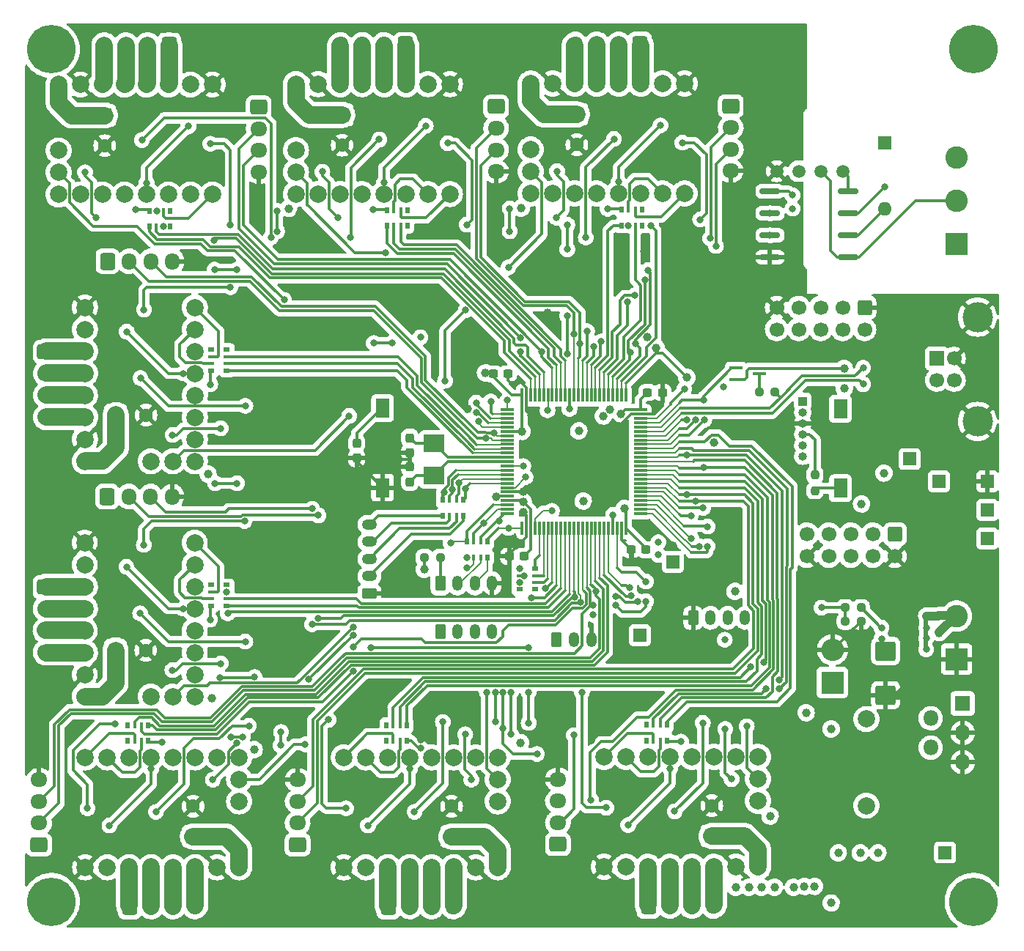
<source format=gbr>
%TF.GenerationSoftware,KiCad,Pcbnew,6.0.5*%
%TF.CreationDate,2022-11-30T22:08:50+03:00*%
%TF.ProjectId,multistepper,6d756c74-6973-4746-9570-7065722e6b69,rev?*%
%TF.SameCoordinates,Original*%
%TF.FileFunction,Copper,L1,Top*%
%TF.FilePolarity,Positive*%
%FSLAX46Y46*%
G04 Gerber Fmt 4.6, Leading zero omitted, Abs format (unit mm)*
G04 Created by KiCad (PCBNEW 6.0.5) date 2022-11-30 22:08:50*
%MOMM*%
%LPD*%
G01*
G04 APERTURE LIST*
G04 Aperture macros list*
%AMRoundRect*
0 Rectangle with rounded corners*
0 $1 Rounding radius*
0 $2 $3 $4 $5 $6 $7 $8 $9 X,Y pos of 4 corners*
0 Add a 4 corners polygon primitive as box body*
4,1,4,$2,$3,$4,$5,$6,$7,$8,$9,$2,$3,0*
0 Add four circle primitives for the rounded corners*
1,1,$1+$1,$2,$3*
1,1,$1+$1,$4,$5*
1,1,$1+$1,$6,$7*
1,1,$1+$1,$8,$9*
0 Add four rect primitives between the rounded corners*
20,1,$1+$1,$2,$3,$4,$5,0*
20,1,$1+$1,$4,$5,$6,$7,0*
20,1,$1+$1,$6,$7,$8,$9,0*
20,1,$1+$1,$8,$9,$2,$3,0*%
G04 Aperture macros list end*
%TA.AperFunction,SMDPad,CuDef*%
%ADD10RoundRect,0.237500X-0.250000X-0.237500X0.250000X-0.237500X0.250000X0.237500X-0.250000X0.237500X0*%
%TD*%
%TA.AperFunction,SMDPad,CuDef*%
%ADD11R,1.500000X0.450000*%
%TD*%
%TA.AperFunction,SMDPad,CuDef*%
%ADD12RoundRect,0.237500X-0.300000X-0.237500X0.300000X-0.237500X0.300000X0.237500X-0.300000X0.237500X0*%
%TD*%
%TA.AperFunction,ComponentPad*%
%ADD13RoundRect,0.250000X0.600000X0.725000X-0.600000X0.725000X-0.600000X-0.725000X0.600000X-0.725000X0*%
%TD*%
%TA.AperFunction,ComponentPad*%
%ADD14O,1.700000X1.950000*%
%TD*%
%TA.AperFunction,ComponentPad*%
%ADD15RoundRect,0.250000X-0.725000X0.600000X-0.725000X-0.600000X0.725000X-0.600000X0.725000X0.600000X0*%
%TD*%
%TA.AperFunction,ComponentPad*%
%ADD16O,1.950000X1.700000*%
%TD*%
%TA.AperFunction,ComponentPad*%
%ADD17RoundRect,0.250000X0.625000X-0.350000X0.625000X0.350000X-0.625000X0.350000X-0.625000X-0.350000X0*%
%TD*%
%TA.AperFunction,ComponentPad*%
%ADD18O,1.750000X1.200000*%
%TD*%
%TA.AperFunction,ComponentPad*%
%ADD19RoundRect,0.250000X-0.600000X0.600000X-0.600000X-0.600000X0.600000X-0.600000X0.600000X0.600000X0*%
%TD*%
%TA.AperFunction,ComponentPad*%
%ADD20C,1.700000*%
%TD*%
%TA.AperFunction,SMDPad,CuDef*%
%ADD21R,1.600000X2.180000*%
%TD*%
%TA.AperFunction,ComponentPad*%
%ADD22RoundRect,0.250000X0.725000X-0.600000X0.725000X0.600000X-0.725000X0.600000X-0.725000X-0.600000X0*%
%TD*%
%TA.AperFunction,ComponentPad*%
%ADD23R,1.500000X1.500000*%
%TD*%
%TA.AperFunction,ComponentPad*%
%ADD24C,5.600000*%
%TD*%
%TA.AperFunction,ComponentPad*%
%ADD25R,1.600000X1.600000*%
%TD*%
%TA.AperFunction,ComponentPad*%
%ADD26O,1.600000X1.600000*%
%TD*%
%TA.AperFunction,ComponentPad*%
%ADD27C,1.600000*%
%TD*%
%TA.AperFunction,ComponentPad*%
%ADD28RoundRect,0.250000X-0.350000X-0.625000X0.350000X-0.625000X0.350000X0.625000X-0.350000X0.625000X0*%
%TD*%
%TA.AperFunction,ComponentPad*%
%ADD29O,1.200000X1.750000*%
%TD*%
%TA.AperFunction,ComponentPad*%
%ADD30RoundRect,0.250000X-0.600000X-0.725000X0.600000X-0.725000X0.600000X0.725000X-0.600000X0.725000X0*%
%TD*%
%TA.AperFunction,ComponentPad*%
%ADD31C,2.000000*%
%TD*%
%TA.AperFunction,SMDPad,CuDef*%
%ADD32R,0.500000X0.800000*%
%TD*%
%TA.AperFunction,SMDPad,CuDef*%
%ADD33R,0.400000X0.800000*%
%TD*%
%TA.AperFunction,SMDPad,CuDef*%
%ADD34R,0.800000X0.500000*%
%TD*%
%TA.AperFunction,SMDPad,CuDef*%
%ADD35R,0.800000X0.400000*%
%TD*%
%TA.AperFunction,ComponentPad*%
%ADD36R,2.600000X2.600000*%
%TD*%
%TA.AperFunction,ComponentPad*%
%ADD37C,2.600000*%
%TD*%
%TA.AperFunction,ComponentPad*%
%ADD38R,1.000000X1.000000*%
%TD*%
%TA.AperFunction,ComponentPad*%
%ADD39O,1.000000X1.000000*%
%TD*%
%TA.AperFunction,SMDPad,CuDef*%
%ADD40RoundRect,0.075000X-0.725000X-0.075000X0.725000X-0.075000X0.725000X0.075000X-0.725000X0.075000X0*%
%TD*%
%TA.AperFunction,SMDPad,CuDef*%
%ADD41RoundRect,0.075000X-0.075000X-0.725000X0.075000X-0.725000X0.075000X0.725000X-0.075000X0.725000X0*%
%TD*%
%TA.AperFunction,SMDPad,CuDef*%
%ADD42RoundRect,0.237500X0.237500X-0.300000X0.237500X0.300000X-0.237500X0.300000X-0.237500X-0.300000X0*%
%TD*%
%TA.AperFunction,SMDPad,CuDef*%
%ADD43R,2.400000X2.000000*%
%TD*%
%TA.AperFunction,SMDPad,CuDef*%
%ADD44RoundRect,0.237500X0.237500X-0.250000X0.237500X0.250000X-0.237500X0.250000X-0.237500X-0.250000X0*%
%TD*%
%TA.AperFunction,SMDPad,CuDef*%
%ADD45RoundRect,0.237500X-0.237500X0.300000X-0.237500X-0.300000X0.237500X-0.300000X0.237500X0.300000X0*%
%TD*%
%TA.AperFunction,ComponentPad*%
%ADD46C,1.500000*%
%TD*%
%TA.AperFunction,ComponentPad*%
%ADD47O,2.600000X2.600000*%
%TD*%
%TA.AperFunction,SMDPad,CuDef*%
%ADD48RoundRect,0.162500X-1.012500X-0.162500X1.012500X-0.162500X1.012500X0.162500X-1.012500X0.162500X0*%
%TD*%
%TA.AperFunction,ComponentPad*%
%ADD49R,1.800000X1.800000*%
%TD*%
%TA.AperFunction,ComponentPad*%
%ADD50O,1.800000X1.800000*%
%TD*%
%TA.AperFunction,SMDPad,CuDef*%
%ADD51RoundRect,0.237500X0.300000X0.237500X-0.300000X0.237500X-0.300000X-0.237500X0.300000X-0.237500X0*%
%TD*%
%TA.AperFunction,SMDPad,CuDef*%
%ADD52RoundRect,0.237500X0.250000X0.237500X-0.250000X0.237500X-0.250000X-0.237500X0.250000X-0.237500X0*%
%TD*%
%TA.AperFunction,SMDPad,CuDef*%
%ADD53RoundRect,0.250000X-0.925000X0.875000X-0.925000X-0.875000X0.925000X-0.875000X0.925000X0.875000X0*%
%TD*%
%TA.AperFunction,ComponentPad*%
%ADD54R,1.700000X1.700000*%
%TD*%
%TA.AperFunction,ComponentPad*%
%ADD55C,3.500000*%
%TD*%
%TA.AperFunction,ViaPad*%
%ADD56C,1.000000*%
%TD*%
%TA.AperFunction,ViaPad*%
%ADD57C,0.800000*%
%TD*%
%TA.AperFunction,Conductor*%
%ADD58C,0.300000*%
%TD*%
%TA.AperFunction,Conductor*%
%ADD59C,1.000000*%
%TD*%
%TA.AperFunction,Conductor*%
%ADD60C,0.200000*%
%TD*%
%TA.AperFunction,Conductor*%
%ADD61C,0.500000*%
%TD*%
%TA.AperFunction,Conductor*%
%ADD62C,2.000000*%
%TD*%
G04 APERTURE END LIST*
D10*
%TO.P,R33,1*%
%TO.N,Net-(Q3-Pad3)*%
X140768700Y-81635600D03*
%TO.P,R33,2*%
%TO.N,USB_DP*%
X142593700Y-81635600D03*
%TD*%
D11*
%TO.P,Q3,3,C*%
%TO.N,Net-(Q3-Pad3)*%
X140776000Y-79502000D03*
%TO.P,Q3,2,E*%
%TO.N,+3V3*%
X138116000Y-80152000D03*
%TO.P,Q3,1,B*%
%TO.N,/MCU base/SWDIO*%
X138116000Y-78852000D03*
%TD*%
D12*
%TO.P,C9,1*%
%TO.N,MCU3v3*%
X110035000Y-79502000D03*
%TO.P,C9,2*%
%TO.N,GND*%
X111760000Y-79502000D03*
%TD*%
D13*
%TO.P,J17,1,Pin_1*%
%TO.N,Net-(J17-Pad1)*%
X99921075Y-41501827D03*
D14*
%TO.P,J17,2,Pin_2*%
%TO.N,Net-(J17-Pad2)*%
X97421075Y-41501827D03*
%TO.P,J17,3,Pin_3*%
%TO.N,Net-(J17-Pad3)*%
X94921075Y-41501827D03*
%TO.P,J17,4,Pin_4*%
%TO.N,Net-(J17-Pad4)*%
X92421075Y-41501827D03*
%TD*%
D15*
%TO.P,J12,1,Pin_1*%
%TO.N,Net-(J12-Pad1)*%
X58374000Y-76974000D03*
D16*
%TO.P,J12,2,Pin_2*%
%TO.N,Net-(J12-Pad2)*%
X58374000Y-79474000D03*
%TO.P,J12,3,Pin_3*%
%TO.N,Net-(J12-Pad3)*%
X58374000Y-81974000D03*
%TO.P,J12,4,Pin_4*%
%TO.N,Net-(J12-Pad4)*%
X58374000Y-84474000D03*
%TD*%
D17*
%TO.P,J6,1,Pin_1*%
%TO.N,GND*%
X95758000Y-104902000D03*
D18*
%TO.P,J6,2,Pin_2*%
%TO.N,Net-(J6-Pad2)*%
X95758000Y-102902000D03*
%TO.P,J6,3,Pin_3*%
%TO.N,Net-(J6-Pad3)*%
X95758000Y-100902000D03*
%TO.P,J6,4,Pin_4*%
%TO.N,Net-(J6-Pad4)*%
X95758000Y-98902000D03*
%TO.P,J6,5,Pin_5*%
%TO.N,Net-(J6-Pad5)*%
X95758000Y-96902000D03*
%TD*%
D19*
%TO.P,J2,1,Pin_1*%
%TO.N,GND*%
X152958800Y-71840700D03*
D20*
%TO.P,J2,2,Pin_2*%
%TO.N,Net-(J2-Pad2)*%
X152958800Y-74380700D03*
%TO.P,J2,3,Pin_3*%
%TO.N,Net-(J2-Pad3)*%
X150418800Y-71840700D03*
%TO.P,J2,4,Pin_4*%
%TO.N,Net-(J2-Pad4)*%
X150418800Y-74380700D03*
%TO.P,J2,5,Pin_5*%
%TO.N,Net-(J2-Pad5)*%
X147878800Y-71840700D03*
%TO.P,J2,6,Pin_6*%
%TO.N,Net-(J2-Pad6)*%
X147878800Y-74380700D03*
%TO.P,J2,7,Pin_7*%
%TO.N,Net-(J2-Pad7)*%
X145338800Y-71840700D03*
%TO.P,J2,8,Pin_8*%
%TO.N,Net-(J2-Pad8)*%
X145338800Y-74380700D03*
%TO.P,J2,9,Pin_9*%
%TO.N,GND*%
X142798800Y-71840700D03*
%TO.P,J2,10,Pin_10*%
%TO.N,Net-(J2-Pad10)*%
X142798800Y-74380700D03*
%TD*%
D21*
%TO.P,SW2,1,1*%
%TO.N,/MCU base/BOOT0*%
X150164800Y-83548000D03*
%TO.P,SW2,2,2*%
%TO.N,MCU3v3*%
X150164800Y-92728000D03*
%TD*%
D22*
%TO.P,J22,1,Pin_1*%
%TO.N,Net-(J22-Pad1)*%
X87466000Y-133934000D03*
D16*
%TO.P,J22,2,Pin_2*%
%TO.N,M5_L0*%
X87466000Y-131434000D03*
%TO.P,J22,3,Pin_3*%
%TO.N,M5_L1*%
X87466000Y-128934000D03*
%TO.P,J22,4,Pin_4*%
%TO.N,GND*%
X87466000Y-126434000D03*
%TD*%
D23*
%TO.P,TP7,1,1*%
%TO.N,+5V*%
X161544000Y-91948000D03*
%TD*%
D24*
%TO.P,H4,1*%
%TO.N,N/C*%
X165500000Y-140500000D03*
%TD*%
D25*
%TO.P,SW3,1*%
%TO.N,Net-(R18-Pad1)*%
X155295600Y-52832000D03*
D26*
%TO.P,SW3,2*%
%TO.N,/CANL*%
X155295600Y-60452000D03*
%TD*%
D25*
%TO.P,C24,1*%
%TO.N,/Motors/Vm*%
X105246000Y-132978000D03*
D27*
%TO.P,C24,2*%
%TO.N,GND*%
X105246000Y-129478000D03*
%TD*%
D28*
%TO.P,J5,1,Pin_1*%
%TO.N,Net-(J4-Pad1)*%
X103934000Y-103733600D03*
D29*
%TO.P,J5,2,Pin_2*%
%TO.N,ADC2*%
X105934000Y-103733600D03*
%TO.P,J5,3,Pin_3*%
%TO.N,ADC3*%
X107934000Y-103733600D03*
%TO.P,J5,4,Pin_4*%
%TO.N,GND*%
X109934000Y-103733600D03*
%TD*%
D30*
%TO.P,J11,1,Pin_1*%
%TO.N,Net-(J11-Pad1)*%
X65500000Y-66500000D03*
D14*
%TO.P,J11,2,Pin_2*%
%TO.N,M0_L0*%
X68000000Y-66500000D03*
%TO.P,J11,3,Pin_3*%
%TO.N,M0_L1*%
X70500000Y-66500000D03*
%TO.P,J11,4,Pin_4*%
%TO.N,GND*%
X73000000Y-66500000D03*
%TD*%
D31*
%TO.P,XX5,1,~{EN}*%
%TO.N,/Motors/stepper_M5/~{ENx}*%
X140640000Y-123774000D03*
%TO.P,XX5,2,MS1*%
%TO.N,/Motors/stepper_M5/MS1*%
X138100000Y-123774000D03*
%TO.P,XX5,3,MS2*%
%TO.N,/Motors/stepper_M5/MS2*%
X135560000Y-123774000D03*
%TO.P,XX5,4,SPREAD*%
%TO.N,/Motors/stepper_M5/SPR*%
X133020000Y-123774000D03*
%TO.P,XX5,5,PDN_UART*%
%TO.N,/Motors/stepper_M5/U*%
X130480000Y-123774000D03*
%TO.P,XX5,6,CLK*%
%TO.N,/Motors/stepper_M5/CLK*%
X127940000Y-123774000D03*
%TO.P,XX5,7,STEP*%
%TO.N,/Motors/stepper_M5/STEPx*%
X125400000Y-123774000D03*
%TO.P,XX5,8,DIR*%
%TO.N,/Motors/stepper_M5/DIRx*%
X122860000Y-123774000D03*
%TO.P,XX5,9,GND*%
%TO.N,GND*%
X122860000Y-136474000D03*
%TO.P,XX5,10,VIO*%
%TO.N,Vio*%
X125400000Y-136474000D03*
%TO.P,XX5,11,M1B*%
%TO.N,Net-(J21-Pad1)*%
X127940000Y-136474000D03*
%TO.P,XX5,12,M1A*%
%TO.N,Net-(J21-Pad2)*%
X130480000Y-136474000D03*
%TO.P,XX5,13,M2A*%
%TO.N,Net-(J21-Pad3)*%
X133020000Y-136474000D03*
%TO.P,XX5,14,M2B*%
%TO.N,Net-(J21-Pad4)*%
X135560000Y-136474000D03*
%TO.P,XX5,15,GND*%
%TO.N,GND*%
X138100000Y-136474000D03*
%TO.P,XX5,16,Vmot*%
%TO.N,/Motors/Vm*%
X140640000Y-136474000D03*
%TO.P,XX5,17,DIAG*%
%TO.N,/Motors/DIAG4*%
X140640000Y-126314000D03*
%TO.P,XX5,18,INDEX*%
%TO.N,unconnected-(XX5-Pad18)*%
X140640000Y-128854000D03*
%TD*%
D32*
%TO.P,RN11,1,R1.1*%
%TO.N,unconnected-(RN11-Pad1)*%
X127270450Y-60560000D03*
D33*
%TO.P,RN11,2,R2.1*%
%TO.N,/Motors/stepper_M4/DIRx*%
X126470450Y-60560000D03*
%TO.P,RN11,3,R3.1*%
%TO.N,/Motors/stepper_M4/STEPx*%
X125670450Y-60560000D03*
D32*
%TO.P,RN11,4,R4.1*%
%TO.N,/Motors/stepper_M4/~{ENx}*%
X124870450Y-60560000D03*
%TO.P,RN11,5,R4.2*%
%TO.N,M3_EN*%
X124870450Y-62360000D03*
D33*
%TO.P,RN11,6,R3.2*%
%TO.N,M3_STEP*%
X125670450Y-62360000D03*
%TO.P,RN11,7,R2.2*%
%TO.N,M3_DIR*%
X126470450Y-62360000D03*
D32*
%TO.P,RN11,8,R1.2*%
%TO.N,unconnected-(RN11-Pad8)*%
X127270450Y-62360000D03*
%TD*%
D28*
%TO.P,J13,1,Pin_1*%
%TO.N,Net-(J13-Pad1)*%
X117380000Y-110194000D03*
D29*
%TO.P,J13,2,Pin_2*%
%TO.N,Net-(J13-Pad2)*%
X119380000Y-110194000D03*
%TO.P,J13,3,Pin_3*%
%TO.N,GND*%
X121380000Y-110194000D03*
%TD*%
D31*
%TO.P,XX8,1,~{EN}*%
%TO.N,/Motors/stepper_M8/~{ENx}*%
X75572000Y-116801600D03*
%TO.P,XX8,2,MS1*%
%TO.N,/Motors/stepper_M8/MS1*%
X75572000Y-114261600D03*
%TO.P,XX8,3,MS2*%
%TO.N,/Motors/stepper_M8/MS2*%
X75572000Y-111721600D03*
%TO.P,XX8,4,SPREAD*%
%TO.N,/Motors/stepper_M8/SPR*%
X75572000Y-109181600D03*
%TO.P,XX8,5,PDN_UART*%
%TO.N,/Motors/stepper_M8/U*%
X75572000Y-106641600D03*
%TO.P,XX8,6,CLK*%
%TO.N,/Motors/stepper_M8/CLK*%
X75572000Y-104101600D03*
%TO.P,XX8,7,STEP*%
%TO.N,/Motors/stepper_M8/STEPx*%
X75572000Y-101561600D03*
%TO.P,XX8,8,DIR*%
%TO.N,/Motors/stepper_M8/DIRx*%
X75572000Y-99021600D03*
%TO.P,XX8,9,GND*%
%TO.N,GND*%
X62872000Y-99021600D03*
%TO.P,XX8,10,VIO*%
%TO.N,Vio*%
X62872000Y-101561600D03*
%TO.P,XX8,11,M1B*%
%TO.N,Net-(J27-Pad1)*%
X62872000Y-104101600D03*
%TO.P,XX8,12,M1A*%
%TO.N,Net-(J27-Pad2)*%
X62872000Y-106641600D03*
%TO.P,XX8,13,M2A*%
%TO.N,Net-(J27-Pad3)*%
X62872000Y-109181600D03*
%TO.P,XX8,14,M2B*%
%TO.N,Net-(J27-Pad4)*%
X62872000Y-111721600D03*
%TO.P,XX8,15,GND*%
%TO.N,GND*%
X62872000Y-114261600D03*
%TO.P,XX8,16,Vmot*%
%TO.N,/Motors/Vm*%
X62872000Y-116801600D03*
%TO.P,XX8,17,DIAG*%
%TO.N,/Motors/DIAG7*%
X73032000Y-116801600D03*
%TO.P,XX8,18,INDEX*%
%TO.N,unconnected-(XX8-Pad18)*%
X70492000Y-116801600D03*
%TD*%
%TO.P,XX3,1,~{EN}*%
%TO.N,/Motors/stepper_M3/~{ENx}*%
X87281075Y-58727827D03*
%TO.P,XX3,2,MS1*%
%TO.N,/Motors/stepper_M3/MS1*%
X89821075Y-58727827D03*
%TO.P,XX3,3,MS2*%
%TO.N,/Motors/stepper_M3/MS2*%
X92361075Y-58727827D03*
%TO.P,XX3,4,SPREAD*%
%TO.N,/Motors/stepper_M3/SPR*%
X94901075Y-58727827D03*
%TO.P,XX3,5,PDN_UART*%
%TO.N,/Motors/stepper_M3/U*%
X97441075Y-58727827D03*
%TO.P,XX3,6,CLK*%
%TO.N,/Motors/stepper_M3/CLK*%
X99981075Y-58727827D03*
%TO.P,XX3,7,STEP*%
%TO.N,/Motors/stepper_M3/STEPx*%
X102521075Y-58727827D03*
%TO.P,XX3,8,DIR*%
%TO.N,/Motors/stepper_M3/DIRx*%
X105061075Y-58727827D03*
%TO.P,XX3,9,GND*%
%TO.N,GND*%
X105061075Y-46027827D03*
%TO.P,XX3,10,VIO*%
%TO.N,Vio*%
X102521075Y-46027827D03*
%TO.P,XX3,11,M1B*%
%TO.N,Net-(J17-Pad1)*%
X99981075Y-46027827D03*
%TO.P,XX3,12,M1A*%
%TO.N,Net-(J17-Pad2)*%
X97441075Y-46027827D03*
%TO.P,XX3,13,M2A*%
%TO.N,Net-(J17-Pad3)*%
X94901075Y-46027827D03*
%TO.P,XX3,14,M2B*%
%TO.N,Net-(J17-Pad4)*%
X92361075Y-46027827D03*
%TO.P,XX3,15,GND*%
%TO.N,GND*%
X89821075Y-46027827D03*
%TO.P,XX3,16,Vmot*%
%TO.N,/Motors/Vm*%
X87281075Y-46027827D03*
%TO.P,XX3,17,DIAG*%
%TO.N,/Motors/DIAG2*%
X87281075Y-56187827D03*
%TO.P,XX3,18,INDEX*%
%TO.N,unconnected-(XX3-Pad18)*%
X87281075Y-53647827D03*
%TD*%
D34*
%TO.P,RN7,1,R1.1*%
%TO.N,/Motors/SCK*%
X113095200Y-102025600D03*
D35*
%TO.P,RN7,2,R2.1*%
%TO.N,/Motors/MISO*%
X113095200Y-102825600D03*
%TO.P,RN7,3,R3.1*%
%TO.N,/Motors/MOSI*%
X113095200Y-103625600D03*
D34*
%TO.P,RN7,4,R4.1*%
%TO.N,unconnected-(RN7-Pad4)*%
X113095200Y-104425600D03*
%TO.P,RN7,5,R4.2*%
%TO.N,unconnected-(RN7-Pad5)*%
X114895200Y-104425600D03*
D35*
%TO.P,RN7,6,R3.2*%
%TO.N,TMC_MOSI*%
X114895200Y-103625600D03*
%TO.P,RN7,7,R2.2*%
%TO.N,TMC_MISO*%
X114895200Y-102825600D03*
D34*
%TO.P,RN7,8,R1.2*%
%TO.N,TMC_SCK*%
X114895200Y-102025600D03*
%TD*%
D36*
%TO.P,J10,1,Pin_1*%
%TO.N,GND*%
X163576000Y-112482000D03*
D37*
%TO.P,J10,2,Pin_2*%
%TO.N,Net-(J10-Pad2)*%
X163576000Y-107482000D03*
%TD*%
D19*
%TO.P,J3,1,Pin_1*%
%TO.N,Net-(J3-Pad1)*%
X156464000Y-98044000D03*
D20*
%TO.P,J3,2,Pin_2*%
%TO.N,GND*%
X156464000Y-100584000D03*
%TO.P,J3,3,Pin_3*%
%TO.N,Net-(J3-Pad3)*%
X153924000Y-98044000D03*
%TO.P,J3,4,Pin_4*%
%TO.N,Net-(J3-Pad4)*%
X153924000Y-100584000D03*
%TO.P,J3,5,Pin_5*%
%TO.N,Net-(J3-Pad5)*%
X151384000Y-98044000D03*
%TO.P,J3,6,Pin_6*%
%TO.N,Net-(J3-Pad6)*%
X151384000Y-100584000D03*
%TO.P,J3,7,Pin_7*%
%TO.N,Net-(J3-Pad7)*%
X148844000Y-98044000D03*
%TO.P,J3,8,Pin_8*%
%TO.N,Net-(J3-Pad8)*%
X148844000Y-100584000D03*
%TO.P,J3,9,Pin_9*%
%TO.N,Net-(J3-Pad9)*%
X146304000Y-98044000D03*
%TO.P,J3,10,Pin_10*%
%TO.N,GND*%
X146304000Y-100584000D03*
%TD*%
D23*
%TO.P,TP3,1,1*%
%TO.N,GND*%
X167132000Y-91948000D03*
%TD*%
D38*
%TO.P,J1,1,Pin_1*%
%TO.N,/MCU base/SWCLK*%
X145821000Y-82677000D03*
D39*
%TO.P,J1,2,Pin_2*%
%TO.N,/MCU base/SWDIO*%
X145821000Y-83947000D03*
%TO.P,J1,3,Pin_3*%
%TO.N,GND*%
X145821000Y-85217000D03*
%TO.P,J1,4,Pin_4*%
%TO.N,Net-(J1-Pad4)*%
X145821000Y-86487000D03*
%TO.P,J1,5,Pin_5*%
%TO.N,/MCU base/BOOT0*%
X145821000Y-87757000D03*
%TO.P,J1,6,Pin_6*%
%TO.N,/MCU base/NRST*%
X145821000Y-89027000D03*
%TD*%
D22*
%TO.P,J24,1,Pin_1*%
%TO.N,Net-(J24-Pad1)*%
X57604925Y-133934000D03*
D16*
%TO.P,J24,2,Pin_2*%
%TO.N,M6_L0*%
X57604925Y-131434000D03*
%TO.P,J24,3,Pin_3*%
%TO.N,M6_L1*%
X57604925Y-128934000D03*
%TO.P,J24,4,Pin_4*%
%TO.N,GND*%
X57604925Y-126434000D03*
%TD*%
D40*
%TO.P,U1,1,PE2*%
%TO.N,/MCU base/Diagn*%
X111705000Y-83662000D03*
%TO.P,U1,2,PE3*%
%TO.N,MUL0*%
X111705000Y-84162000D03*
%TO.P,U1,3,PE4*%
%TO.N,MUL1*%
X111705000Y-84662000D03*
%TO.P,U1,4,PE5*%
%TO.N,MUL2*%
X111705000Y-85162000D03*
%TO.P,U1,5,PE6*%
%TO.N,MUL_EN*%
X111705000Y-85662000D03*
%TO.P,U1,6,VBAT*%
%TO.N,MCU3v3*%
X111705000Y-86162000D03*
%TO.P,U1,7,PC13*%
%TO.N,M0_L1*%
X111705000Y-86662000D03*
%TO.P,U1,8,PC14*%
%TO.N,M0_L0*%
X111705000Y-87162000D03*
%TO.P,U1,9,PC15*%
%TO.N,M0_DIR*%
X111705000Y-87662000D03*
%TO.P,U1,10,PF9*%
%TO.N,M0_STEP*%
X111705000Y-88162000D03*
%TO.P,U1,11,PF10*%
%TO.N,M0_EN*%
X111705000Y-88662000D03*
%TO.P,U1,12,PF0*%
%TO.N,/MCU base/OSC_IN*%
X111705000Y-89162000D03*
%TO.P,U1,13,PF1*%
%TO.N,/MCU base/OSC_OUT*%
X111705000Y-89662000D03*
%TO.P,U1,14,NRST*%
%TO.N,/MCU base/NRST*%
X111705000Y-90162000D03*
%TO.P,U1,15,PC0*%
%TO.N,/MCU base/MOT_MUL0*%
X111705000Y-90662000D03*
%TO.P,U1,16,PC1*%
%TO.N,/MCU base/MOT_MUL1*%
X111705000Y-91162000D03*
%TO.P,U1,17,PC2*%
%TO.N,/MCU base/MOT_MUL2*%
X111705000Y-91662000D03*
%TO.P,U1,18,PC3*%
%TO.N,/MCU base/MOT_MUL_EN*%
X111705000Y-92162000D03*
%TO.P,U1,19,PF2*%
%TO.N,/MCU base/A5*%
X111705000Y-92662000D03*
%TO.P,U1,20,VSSA*%
%TO.N,GND*%
X111705000Y-93162000D03*
%TO.P,U1,21,VREF+*%
%TO.N,+3.3VADC*%
X111705000Y-93662000D03*
%TO.P,U1,22,VDDA*%
%TO.N,MCU3v3*%
X111705000Y-94162000D03*
%TO.P,U1,23,PA0*%
%TO.N,/MCU base/A0*%
X111705000Y-94662000D03*
%TO.P,U1,24,PA1*%
%TO.N,/MCU base/A1*%
X111705000Y-95162000D03*
%TO.P,U1,25,PA2*%
%TO.N,/MCU base/A2*%
X111705000Y-95662000D03*
D41*
%TO.P,U1,26,PA3*%
%TO.N,/MCU base/A3*%
X113380000Y-97337000D03*
%TO.P,U1,27,VSS*%
%TO.N,GND*%
X113880000Y-97337000D03*
%TO.P,U1,28,VDD*%
%TO.N,MCU3v3*%
X114380000Y-97337000D03*
%TO.P,U1,29,PA4*%
%TO.N,/MCU base/A4*%
X114880000Y-97337000D03*
%TO.P,U1,30,PA5*%
%TO.N,TMC_SCK*%
X115380000Y-97337000D03*
%TO.P,U1,31,PA6*%
%TO.N,TMC_MISO*%
X115880000Y-97337000D03*
%TO.P,U1,32,PA7*%
%TO.N,TMC_MOSI*%
X116380000Y-97337000D03*
%TO.P,U1,33,PC4*%
%TO.N,/MCU base/USART1_TX*%
X116880000Y-97337000D03*
%TO.P,U1,34,PC5*%
%TO.N,/MCU base/USART1_RX*%
X117380000Y-97337000D03*
%TO.P,U1,35,PB0*%
%TO.N,M7_STEP*%
X117880000Y-97337000D03*
%TO.P,U1,36,PB1*%
%TO.N,M7_EN*%
X118380000Y-97337000D03*
%TO.P,U1,37,PB2*%
%TO.N,M7_DIR*%
X118880000Y-97337000D03*
%TO.P,U1,38,PE7*%
%TO.N,M7_L0*%
X119380000Y-97337000D03*
%TO.P,U1,39,PE8*%
%TO.N,M7_L1*%
X119880000Y-97337000D03*
%TO.P,U1,40,PE9*%
%TO.N,M6_STEP*%
X120380000Y-97337000D03*
%TO.P,U1,41,PE10*%
%TO.N,M6_L1*%
X120880000Y-97337000D03*
%TO.P,U1,42,PE11*%
%TO.N,M6_L0*%
X121380000Y-97337000D03*
%TO.P,U1,43,PE12*%
%TO.N,M6_DIR*%
X121880000Y-97337000D03*
%TO.P,U1,44,PE13*%
%TO.N,M6_EN*%
X122380000Y-97337000D03*
%TO.P,U1,45,PE14*%
%TO.N,/MCU base/OUT2*%
X122880000Y-97337000D03*
%TO.P,U1,46,PE15*%
%TO.N,/MCU base/OUT1*%
X123380000Y-97337000D03*
%TO.P,U1,47,PB10*%
%TO.N,USART3_TX*%
X123880000Y-97337000D03*
%TO.P,U1,48,PB11*%
%TO.N,/MCU base/OUT0*%
X124380000Y-97337000D03*
%TO.P,U1,49,VSS*%
%TO.N,GND*%
X124880000Y-97337000D03*
%TO.P,U1,50,VDD*%
%TO.N,MCU3v3*%
X125380000Y-97337000D03*
D40*
%TO.P,U1,51,PB12*%
%TO.N,/MCU base/SCRN_DCRS*%
X127055000Y-95662000D03*
%TO.P,U1,52,PB13*%
%TO.N,/MCU base/SCRN_SCK*%
X127055000Y-95162000D03*
%TO.P,U1,53,PB14*%
%TO.N,/MCU base/SCRN_MISO*%
X127055000Y-94662000D03*
%TO.P,U1,54,PB15*%
%TO.N,/MCU base/SCRN_MOSI*%
X127055000Y-94162000D03*
%TO.P,U1,55,PD8*%
%TO.N,/MCU base/SCRN_RST*%
X127055000Y-93662000D03*
%TO.P,U1,56,PD9*%
%TO.N,/MCU base/SCRN_CS*%
X127055000Y-93162000D03*
%TO.P,U1,57,PD10*%
%TO.N,M5_L1*%
X127055000Y-92662000D03*
%TO.P,U1,58,PD11*%
%TO.N,M5_L0*%
X127055000Y-92162000D03*
%TO.P,U1,59,PD12*%
%TO.N,M5_STEP*%
X127055000Y-91662000D03*
%TO.P,U1,60,PD13*%
%TO.N,M5_DIR*%
X127055000Y-91162000D03*
%TO.P,U1,61,PD14*%
%TO.N,M5_EN*%
X127055000Y-90662000D03*
%TO.P,U1,62,PD15*%
%TO.N,M4_L1*%
X127055000Y-90162000D03*
%TO.P,U1,63,PC6*%
%TO.N,M4_STEP*%
X127055000Y-89662000D03*
%TO.P,U1,64,PC7*%
%TO.N,M4_L0*%
X127055000Y-89162000D03*
%TO.P,U1,65,PC8*%
%TO.N,M4_DIR*%
X127055000Y-88662000D03*
%TO.P,U1,66,PC9*%
%TO.N,M4_EN*%
X127055000Y-88162000D03*
%TO.P,U1,67,PA8*%
%TO.N,/MCU base/BTN0*%
X127055000Y-87662000D03*
%TO.P,U1,68,PA9*%
%TO.N,/MCU base/BTN1*%
X127055000Y-87162000D03*
%TO.P,U1,69,PA10*%
%TO.N,/MCU base/BTN2_SDA*%
X127055000Y-86662000D03*
%TO.P,U1,70,PA11*%
%TO.N,USB_DM*%
X127055000Y-86162000D03*
%TO.P,U1,71,PA12*%
%TO.N,USB_DP*%
X127055000Y-85662000D03*
%TO.P,U1,72,PA13*%
%TO.N,/MCU base/SWDIO*%
X127055000Y-85162000D03*
%TO.P,U1,73,PF6*%
%TO.N,/MCU base/BTN3_SCL*%
X127055000Y-84662000D03*
%TO.P,U1,74,VSS*%
%TO.N,GND*%
X127055000Y-84162000D03*
%TO.P,U1,75,VDD*%
%TO.N,MCU3v3*%
X127055000Y-83662000D03*
D41*
%TO.P,U1,76,PA14*%
%TO.N,/MCU base/SWCLK*%
X125380000Y-81987000D03*
%TO.P,U1,77,PA15*%
%TO.N,M3_STEP*%
X124880000Y-81987000D03*
%TO.P,U1,78,PC10*%
%TO.N,M3_L0*%
X124380000Y-81987000D03*
%TO.P,U1,79,PC11*%
%TO.N,M3_L1*%
X123880000Y-81987000D03*
%TO.P,U1,80,PC12*%
%TO.N,M3_DIR*%
X123380000Y-81987000D03*
%TO.P,U1,81,PD0*%
%TO.N,CAN_RX*%
X122880000Y-81987000D03*
%TO.P,U1,82,PD1*%
%TO.N,CAN_TX*%
X122380000Y-81987000D03*
%TO.P,U1,83,PD2*%
%TO.N,M3_EN*%
X121880000Y-81987000D03*
%TO.P,U1,84,PD3*%
%TO.N,/MCU base/BTN4*%
X121380000Y-81987000D03*
%TO.P,U1,85,PD4*%
%TO.N,/MCU base/BTN5*%
X120880000Y-81987000D03*
%TO.P,U1,86,PD5*%
%TO.N,/MCU base/BTN6*%
X120380000Y-81987000D03*
%TO.P,U1,87,PD6*%
%TO.N,M2_L1*%
X119880000Y-81987000D03*
%TO.P,U1,88,PD7*%
%TO.N,M2_L0*%
X119380000Y-81987000D03*
%TO.P,U1,89,PB3*%
%TO.N,USART2_TX*%
X118880000Y-81987000D03*
%TO.P,U1,90,PB4*%
%TO.N,M2_DIR*%
X118380000Y-81987000D03*
%TO.P,U1,91,PB5*%
%TO.N,M2_STEP*%
X117880000Y-81987000D03*
%TO.P,U1,92,PB6*%
%TO.N,M2_EN*%
X117380000Y-81987000D03*
%TO.P,U1,93,PB7*%
%TO.N,M1_L1*%
X116880000Y-81987000D03*
%TO.P,U1,94,BOOT0*%
%TO.N,/MCU base/BOOT0*%
X116380000Y-81987000D03*
%TO.P,U1,95,PB8*%
%TO.N,M1_STEP*%
X115880000Y-81987000D03*
%TO.P,U1,96,PB9*%
%TO.N,M1_L0*%
X115380000Y-81987000D03*
%TO.P,U1,97,PE0*%
%TO.N,M1_DIR*%
X114880000Y-81987000D03*
%TO.P,U1,98,PE1*%
%TO.N,M1_EN*%
X114380000Y-81987000D03*
%TO.P,U1,99,VSS*%
%TO.N,GND*%
X113880000Y-81987000D03*
%TO.P,U1,100,VDD*%
%TO.N,MCU3v3*%
X113380000Y-81987000D03*
%TD*%
D24*
%TO.P,H1,1*%
%TO.N,N/C*%
X59000000Y-42000000D03*
%TD*%
D25*
%TO.P,C23,1*%
%TO.N,/Motors/Vm*%
X135306000Y-132918000D03*
D27*
%TO.P,C23,2*%
%TO.N,GND*%
X135306000Y-129418000D03*
%TD*%
D42*
%TO.P,C4,1*%
%TO.N,/MCU base/OSC_OUT*%
X100417350Y-91997700D03*
%TO.P,C4,2*%
%TO.N,GND*%
X100417350Y-90272700D03*
%TD*%
D13*
%TO.P,J19,1,Pin_1*%
%TO.N,Net-(J19-Pad1)*%
X127026450Y-41440000D03*
D14*
%TO.P,J19,2,Pin_2*%
%TO.N,Net-(J19-Pad2)*%
X124526450Y-41440000D03*
%TO.P,J19,3,Pin_3*%
%TO.N,Net-(J19-Pad3)*%
X122026450Y-41440000D03*
%TO.P,J19,4,Pin_4*%
%TO.N,Net-(J19-Pad4)*%
X119526450Y-41440000D03*
%TD*%
D23*
%TO.P,TP2,1,1*%
%TO.N,Vdrive*%
X167132000Y-95250000D03*
%TD*%
D15*
%TO.P,J14,1,Pin_1*%
%TO.N,Net-(J14-Pad1)*%
X82974000Y-48689654D03*
D16*
%TO.P,J14,2,Pin_2*%
%TO.N,M1_L0*%
X82974000Y-51189654D03*
%TO.P,J14,3,Pin_3*%
%TO.N,M1_L1*%
X82974000Y-53689654D03*
%TO.P,J14,4,Pin_4*%
%TO.N,GND*%
X82974000Y-56189654D03*
%TD*%
D24*
%TO.P,H3,1*%
%TO.N,N/C*%
X59000000Y-140500000D03*
%TD*%
D30*
%TO.P,J23,1,Pin_1*%
%TO.N,Net-(J23-Pad1)*%
X97940000Y-141060000D03*
D14*
%TO.P,J23,2,Pin_2*%
%TO.N,Net-(J23-Pad2)*%
X100440000Y-141060000D03*
%TO.P,J23,3,Pin_3*%
%TO.N,Net-(J23-Pad3)*%
X102940000Y-141060000D03*
%TO.P,J23,4,Pin_4*%
%TO.N,Net-(J23-Pad4)*%
X105440000Y-141060000D03*
%TD*%
D43*
%TO.P,Y1,1,1*%
%TO.N,/MCU base/OSC_IN*%
X103225600Y-87558000D03*
%TO.P,Y1,2,2*%
%TO.N,/MCU base/OSC_OUT*%
X103225600Y-91258000D03*
%TD*%
D30*
%TO.P,J25,1,Pin_1*%
%TO.N,Net-(J25-Pad1)*%
X68078925Y-141060000D03*
D14*
%TO.P,J25,2,Pin_2*%
%TO.N,Net-(J25-Pad2)*%
X70578925Y-141060000D03*
%TO.P,J25,3,Pin_3*%
%TO.N,Net-(J25-Pad3)*%
X73078925Y-141060000D03*
%TO.P,J25,4,Pin_4*%
%TO.N,Net-(J25-Pad4)*%
X75578925Y-141060000D03*
%TD*%
D31*
%TO.P,XX4,1,~{EN}*%
%TO.N,/Motors/stepper_M4/~{ENx}*%
X114386450Y-58666000D03*
%TO.P,XX4,2,MS1*%
%TO.N,/Motors/stepper_M4/MS1*%
X116926450Y-58666000D03*
%TO.P,XX4,3,MS2*%
%TO.N,/Motors/stepper_M4/MS2*%
X119466450Y-58666000D03*
%TO.P,XX4,4,SPREAD*%
%TO.N,/Motors/stepper_M4/SPR*%
X122006450Y-58666000D03*
%TO.P,XX4,5,PDN_UART*%
%TO.N,/Motors/stepper_M4/U*%
X124546450Y-58666000D03*
%TO.P,XX4,6,CLK*%
%TO.N,/Motors/stepper_M4/CLK*%
X127086450Y-58666000D03*
%TO.P,XX4,7,STEP*%
%TO.N,/Motors/stepper_M4/STEPx*%
X129626450Y-58666000D03*
%TO.P,XX4,8,DIR*%
%TO.N,/Motors/stepper_M4/DIRx*%
X132166450Y-58666000D03*
%TO.P,XX4,9,GND*%
%TO.N,GND*%
X132166450Y-45966000D03*
%TO.P,XX4,10,VIO*%
%TO.N,Vio*%
X129626450Y-45966000D03*
%TO.P,XX4,11,M1B*%
%TO.N,Net-(J19-Pad1)*%
X127086450Y-45966000D03*
%TO.P,XX4,12,M1A*%
%TO.N,Net-(J19-Pad2)*%
X124546450Y-45966000D03*
%TO.P,XX4,13,M2A*%
%TO.N,Net-(J19-Pad3)*%
X122006450Y-45966000D03*
%TO.P,XX4,14,M2B*%
%TO.N,Net-(J19-Pad4)*%
X119466450Y-45966000D03*
%TO.P,XX4,15,GND*%
%TO.N,GND*%
X116926450Y-45966000D03*
%TO.P,XX4,16,Vmot*%
%TO.N,/Motors/Vm*%
X114386450Y-45966000D03*
%TO.P,XX4,17,DIAG*%
%TO.N,/Motors/DIAG3*%
X114386450Y-56126000D03*
%TO.P,XX4,18,INDEX*%
%TO.N,unconnected-(XX4-Pad18)*%
X114386450Y-53586000D03*
%TD*%
D32*
%TO.P,RN6,1,R1.1*%
%TO.N,Net-(J6-Pad5)*%
X104210000Y-95896000D03*
D33*
%TO.P,RN6,2,R2.1*%
%TO.N,Net-(J6-Pad4)*%
X105010000Y-95896000D03*
%TO.P,RN6,3,R3.1*%
%TO.N,Net-(J6-Pad3)*%
X105810000Y-95896000D03*
D32*
%TO.P,RN6,4,R4.1*%
%TO.N,Net-(J6-Pad2)*%
X106610000Y-95896000D03*
%TO.P,RN6,5,R4.2*%
%TO.N,/MCU base/MOT_MUL_EN*%
X106610000Y-94096000D03*
D33*
%TO.P,RN6,6,R3.2*%
%TO.N,/MCU base/MOT_MUL2*%
X105810000Y-94096000D03*
%TO.P,RN6,7,R2.2*%
%TO.N,/MCU base/MOT_MUL1*%
X105010000Y-94096000D03*
D32*
%TO.P,RN6,8,R1.2*%
%TO.N,/MCU base/MOT_MUL0*%
X104210000Y-94096000D03*
%TD*%
D44*
%TO.P,R2,1*%
%TO.N,MCU3v3*%
X147218400Y-93012900D03*
%TO.P,R2,2*%
%TO.N,Net-(J1-Pad4)*%
X147218400Y-91187900D03*
%TD*%
D12*
%TO.P,C5,1*%
%TO.N,MCU3v3*%
X127889000Y-81661000D03*
%TO.P,C5,2*%
%TO.N,GND*%
X129614000Y-81661000D03*
%TD*%
D45*
%TO.P,C2,1*%
%TO.N,/MCU base/NRST*%
X94284800Y-87528400D03*
%TO.P,C2,2*%
%TO.N,GND*%
X94284800Y-89253400D03*
%TD*%
D24*
%TO.P,H2,1*%
%TO.N,N/C*%
X165500000Y-42000000D03*
%TD*%
D30*
%TO.P,J21,1,Pin_1*%
%TO.N,Net-(J21-Pad1)*%
X128000000Y-141000000D03*
D14*
%TO.P,J21,2,Pin_2*%
%TO.N,Net-(J21-Pad2)*%
X130500000Y-141000000D03*
%TO.P,J21,3,Pin_3*%
%TO.N,Net-(J21-Pad3)*%
X133000000Y-141000000D03*
%TO.P,J21,4,Pin_4*%
%TO.N,Net-(J21-Pad4)*%
X135500000Y-141000000D03*
%TD*%
D25*
%TO.P,C21,1*%
%TO.N,/Motors/Vm*%
X92615075Y-49583827D03*
D27*
%TO.P,C21,2*%
%TO.N,GND*%
X92615075Y-53083827D03*
%TD*%
D32*
%TO.P,RN10,1,R1.1*%
%TO.N,unconnected-(RN10-Pad1)*%
X100165075Y-60621827D03*
D33*
%TO.P,RN10,2,R2.1*%
%TO.N,/Motors/stepper_M3/DIRx*%
X99365075Y-60621827D03*
%TO.P,RN10,3,R3.1*%
%TO.N,/Motors/stepper_M3/STEPx*%
X98565075Y-60621827D03*
D32*
%TO.P,RN10,4,R4.1*%
%TO.N,/Motors/stepper_M3/~{ENx}*%
X97765075Y-60621827D03*
%TO.P,RN10,5,R4.2*%
%TO.N,M2_EN*%
X97765075Y-62421827D03*
D33*
%TO.P,RN10,6,R3.2*%
%TO.N,M2_STEP*%
X98565075Y-62421827D03*
%TO.P,RN10,7,R2.2*%
%TO.N,M2_DIR*%
X99365075Y-62421827D03*
D32*
%TO.P,RN10,8,R1.2*%
%TO.N,unconnected-(RN10-Pad8)*%
X100165075Y-62421827D03*
%TD*%
D25*
%TO.P,C22,1*%
%TO.N,/Motors/Vm*%
X119720450Y-49522000D03*
D27*
%TO.P,C22,2*%
%TO.N,GND*%
X119720450Y-53022000D03*
%TD*%
D32*
%TO.P,RN5,1,R1.1*%
%TO.N,ADC0*%
X107004000Y-100722000D03*
D33*
%TO.P,RN5,2,R2.1*%
%TO.N,ADC1*%
X107804000Y-100722000D03*
%TO.P,RN5,3,R3.1*%
%TO.N,ADC2*%
X108604000Y-100722000D03*
D32*
%TO.P,RN5,4,R4.1*%
%TO.N,ADC3*%
X109404000Y-100722000D03*
%TO.P,RN5,5,R4.2*%
%TO.N,/MCU base/A3*%
X109404000Y-98922000D03*
D33*
%TO.P,RN5,6,R3.2*%
%TO.N,/MCU base/A2*%
X108604000Y-98922000D03*
%TO.P,RN5,7,R2.2*%
%TO.N,/MCU base/A1*%
X107804000Y-98922000D03*
D32*
%TO.P,RN5,8,R1.2*%
%TO.N,/MCU base/A0*%
X107004000Y-98922000D03*
%TD*%
D15*
%TO.P,J18,1,Pin_1*%
%TO.N,Net-(J18-Pad1)*%
X137500450Y-48566000D03*
D16*
%TO.P,J18,2,Pin_2*%
%TO.N,M3_L0*%
X137500450Y-51066000D03*
%TO.P,J18,3,Pin_3*%
%TO.N,M3_L1*%
X137500450Y-53566000D03*
%TO.P,J18,4,Pin_4*%
%TO.N,GND*%
X137500450Y-56066000D03*
%TD*%
D46*
%TO.P,Q1,1,GND*%
%TO.N,GND*%
X142798800Y-56083200D03*
%TO.P,Q1,2,Vin*%
%TO.N,Net-(C10-Pad1)*%
X145338800Y-56083200D03*
%TO.P,Q1,3,0V*%
%TO.N,Earth*%
X147878800Y-56083200D03*
%TO.P,Q1,4,+Vo*%
%TO.N,Net-(C11-Pad1)*%
X150418800Y-56083200D03*
%TD*%
D45*
%TO.P,C1,1*%
%TO.N,/MCU base/OSC_IN*%
X100417350Y-86917700D03*
%TO.P,C1,2*%
%TO.N,GND*%
X100417350Y-88642700D03*
%TD*%
D31*
%TO.P,XX6,1,~{EN}*%
%TO.N,/Motors/stepper_M6/~{ENx}*%
X110580000Y-123834000D03*
%TO.P,XX6,2,MS1*%
%TO.N,/Motors/stepper_M6/MS1*%
X108040000Y-123834000D03*
%TO.P,XX6,3,MS2*%
%TO.N,/Motors/stepper_M6/MS2*%
X105500000Y-123834000D03*
%TO.P,XX6,4,SPREAD*%
%TO.N,/Motors/stepper_M6/SPR*%
X102960000Y-123834000D03*
%TO.P,XX6,5,PDN_UART*%
%TO.N,/Motors/stepper_M6/U*%
X100420000Y-123834000D03*
%TO.P,XX6,6,CLK*%
%TO.N,/Motors/stepper_M6/CLK*%
X97880000Y-123834000D03*
%TO.P,XX6,7,STEP*%
%TO.N,/Motors/stepper_M6/STEPx*%
X95340000Y-123834000D03*
%TO.P,XX6,8,DIR*%
%TO.N,/Motors/stepper_M6/DIRx*%
X92800000Y-123834000D03*
%TO.P,XX6,9,GND*%
%TO.N,GND*%
X92800000Y-136534000D03*
%TO.P,XX6,10,VIO*%
%TO.N,Vio*%
X95340000Y-136534000D03*
%TO.P,XX6,11,M1B*%
%TO.N,Net-(J23-Pad1)*%
X97880000Y-136534000D03*
%TO.P,XX6,12,M1A*%
%TO.N,Net-(J23-Pad2)*%
X100420000Y-136534000D03*
%TO.P,XX6,13,M2A*%
%TO.N,Net-(J23-Pad3)*%
X102960000Y-136534000D03*
%TO.P,XX6,14,M2B*%
%TO.N,Net-(J23-Pad4)*%
X105500000Y-136534000D03*
%TO.P,XX6,15,GND*%
%TO.N,GND*%
X108040000Y-136534000D03*
%TO.P,XX6,16,Vmot*%
%TO.N,/Motors/Vm*%
X110580000Y-136534000D03*
%TO.P,XX6,17,DIAG*%
%TO.N,/Motors/DIAG5*%
X110580000Y-126374000D03*
%TO.P,XX6,18,INDEX*%
%TO.N,unconnected-(XX6-Pad18)*%
X110580000Y-128914000D03*
%TD*%
D36*
%TO.P,D26,1,K*%
%TO.N,Net-(D26-Pad1)*%
X149250400Y-115194400D03*
D47*
%TO.P,D26,2,A*%
%TO.N,GND*%
X149250400Y-111384400D03*
%TD*%
D48*
%TO.P,U2,1,VCC1*%
%TO.N,Net-(C10-Pad1)*%
X142033000Y-58420000D03*
%TO.P,U2,2,RXD*%
%TO.N,CAN_RX*%
X142033000Y-60960000D03*
%TO.P,U2,3,TXD*%
%TO.N,CAN_TX*%
X142033000Y-63500000D03*
%TO.P,U2,4,GND1*%
%TO.N,GND*%
X142033000Y-66040000D03*
%TO.P,U2,5,GND2*%
%TO.N,Earth*%
X151083000Y-66040000D03*
%TO.P,U2,6,CANL*%
%TO.N,/CANL*%
X151083000Y-63500000D03*
%TO.P,U2,7,CANH*%
%TO.N,/CANH*%
X151083000Y-60960000D03*
%TO.P,U2,8,VCC2*%
%TO.N,Net-(C11-Pad1)*%
X151083000Y-58420000D03*
%TD*%
D23*
%TO.P,TP6,1,1*%
%TO.N,+3.3VADC*%
X127000000Y-109728000D03*
%TD*%
D25*
%TO.P,C19,1*%
%TO.N,/Motors/Vm*%
X66456000Y-84280000D03*
D27*
%TO.P,C19,2*%
%TO.N,GND*%
X69956000Y-84280000D03*
%TD*%
D49*
%TO.P,U5,1,VIN*%
%TO.N,Vdrive*%
X164287200Y-117602000D03*
D50*
%TO.P,U5,2,VOUT*%
%TO.N,Net-(D26-Pad1)*%
X160587200Y-119302000D03*
%TO.P,U5,3,GND*%
%TO.N,GND*%
X164287200Y-121002000D03*
%TO.P,U5,4,FB*%
%TO.N,Net-(C17-Pad1)*%
X160587200Y-122702000D03*
%TO.P,U5,5,ON/OFF*%
%TO.N,GND*%
X164287200Y-124402000D03*
%TD*%
D32*
%TO.P,RN13,1,R1.1*%
%TO.N,unconnected-(RN13-Pad1)*%
X97696000Y-121940000D03*
D33*
%TO.P,RN13,2,R2.1*%
%TO.N,/Motors/stepper_M6/DIRx*%
X98496000Y-121940000D03*
%TO.P,RN13,3,R3.1*%
%TO.N,/Motors/stepper_M6/STEPx*%
X99296000Y-121940000D03*
D32*
%TO.P,RN13,4,R4.1*%
%TO.N,/Motors/stepper_M6/~{ENx}*%
X100096000Y-121940000D03*
%TO.P,RN13,5,R4.2*%
%TO.N,M5_EN*%
X100096000Y-120140000D03*
D33*
%TO.P,RN13,6,R3.2*%
%TO.N,M5_STEP*%
X99296000Y-120140000D03*
%TO.P,RN13,7,R2.2*%
%TO.N,M5_DIR*%
X98496000Y-120140000D03*
D32*
%TO.P,RN13,8,R1.2*%
%TO.N,unconnected-(RN13-Pad8)*%
X97696000Y-120140000D03*
%TD*%
D15*
%TO.P,J27,1,Pin_1*%
%TO.N,Net-(J27-Pad1)*%
X58346000Y-104161600D03*
D16*
%TO.P,J27,2,Pin_2*%
%TO.N,Net-(J27-Pad2)*%
X58346000Y-106661600D03*
%TO.P,J27,3,Pin_3*%
%TO.N,Net-(J27-Pad3)*%
X58346000Y-109161600D03*
%TO.P,J27,4,Pin_4*%
%TO.N,Net-(J27-Pad4)*%
X58346000Y-111661600D03*
%TD*%
D28*
%TO.P,J7,1,Pin_1*%
%TO.N,GND*%
X133144000Y-107704800D03*
D29*
%TO.P,J7,2,Pin_2*%
%TO.N,Net-(J7-Pad2)*%
X135144000Y-107704800D03*
%TO.P,J7,3,Pin_3*%
%TO.N,Net-(J7-Pad3)*%
X137144000Y-107704800D03*
%TO.P,J7,4,Pin_4*%
%TO.N,Net-(J7-Pad4)*%
X139144000Y-107704800D03*
%TD*%
D32*
%TO.P,RN9,1,R1.1*%
%TO.N,unconnected-(RN9-Pad1)*%
X72744000Y-60683654D03*
D33*
%TO.P,RN9,2,R2.1*%
%TO.N,/Motors/stepper_M2/DIRx*%
X71944000Y-60683654D03*
%TO.P,RN9,3,R3.1*%
%TO.N,/Motors/stepper_M2/STEPx*%
X71144000Y-60683654D03*
D32*
%TO.P,RN9,4,R4.1*%
%TO.N,/Motors/stepper_M2/~{ENx}*%
X70344000Y-60683654D03*
%TO.P,RN9,5,R4.2*%
%TO.N,M1_EN*%
X70344000Y-62483654D03*
D33*
%TO.P,RN9,6,R3.2*%
%TO.N,M1_STEP*%
X71144000Y-62483654D03*
%TO.P,RN9,7,R2.2*%
%TO.N,M1_DIR*%
X71944000Y-62483654D03*
D32*
%TO.P,RN9,8,R1.2*%
%TO.N,unconnected-(RN9-Pad8)*%
X72744000Y-62483654D03*
%TD*%
D23*
%TO.P,TP4,1,1*%
%TO.N,Net-(C17-Pad1)*%
X167132000Y-98552000D03*
%TD*%
D34*
%TO.P,RN15,1,R1.1*%
%TO.N,unconnected-(RN15-Pad1)*%
X77466000Y-103917600D03*
D35*
%TO.P,RN15,2,R2.1*%
%TO.N,/Motors/stepper_M8/DIRx*%
X77466000Y-104717600D03*
%TO.P,RN15,3,R3.1*%
%TO.N,/Motors/stepper_M8/STEPx*%
X77466000Y-105517600D03*
D34*
%TO.P,RN15,4,R4.1*%
%TO.N,/Motors/stepper_M8/~{ENx}*%
X77466000Y-106317600D03*
%TO.P,RN15,5,R4.2*%
%TO.N,M7_EN*%
X79266000Y-106317600D03*
D35*
%TO.P,RN15,6,R3.2*%
%TO.N,M7_STEP*%
X79266000Y-105517600D03*
%TO.P,RN15,7,R2.2*%
%TO.N,M7_DIR*%
X79266000Y-104717600D03*
D34*
%TO.P,RN15,8,R1.2*%
%TO.N,unconnected-(RN15-Pad8)*%
X79266000Y-103917600D03*
%TD*%
D13*
%TO.P,J15,1,Pin_1*%
%TO.N,Net-(J15-Pad1)*%
X72644000Y-41563654D03*
D14*
%TO.P,J15,2,Pin_2*%
%TO.N,Net-(J15-Pad2)*%
X70144000Y-41563654D03*
%TO.P,J15,3,Pin_3*%
%TO.N,Net-(J15-Pad3)*%
X67644000Y-41563654D03*
%TO.P,J15,4,Pin_4*%
%TO.N,Net-(J15-Pad4)*%
X65144000Y-41563654D03*
%TD*%
D51*
%TO.P,C6,1*%
%TO.N,MCU3v3*%
X127709000Y-99822000D03*
%TO.P,C6,2*%
%TO.N,GND*%
X125984000Y-99822000D03*
%TD*%
D31*
%TO.P,L1,1,1*%
%TO.N,Net-(C17-Pad1)*%
X153162000Y-129409200D03*
%TO.P,L1,2,2*%
%TO.N,Net-(D26-Pad1)*%
X153162000Y-119409200D03*
%TD*%
D25*
%TO.P,C20,1*%
%TO.N,/Motors/Vm*%
X65194000Y-49645654D03*
D27*
%TO.P,C20,2*%
%TO.N,GND*%
X65194000Y-53145654D03*
%TD*%
D21*
%TO.P,SW1,1,1*%
%TO.N,/MCU base/NRST*%
X97282000Y-83479200D03*
%TO.P,SW1,2,2*%
%TO.N,GND*%
X97282000Y-92659200D03*
%TD*%
D31*
%TO.P,XX2,1,~{EN}*%
%TO.N,/Motors/stepper_M2/~{ENx}*%
X59860000Y-58789654D03*
%TO.P,XX2,2,MS1*%
%TO.N,/Motors/stepper_M2/MS1*%
X62400000Y-58789654D03*
%TO.P,XX2,3,MS2*%
%TO.N,/Motors/stepper_M2/MS2*%
X64940000Y-58789654D03*
%TO.P,XX2,4,SPREAD*%
%TO.N,/Motors/stepper_M2/SPR*%
X67480000Y-58789654D03*
%TO.P,XX2,5,PDN_UART*%
%TO.N,/Motors/stepper_M2/U*%
X70020000Y-58789654D03*
%TO.P,XX2,6,CLK*%
%TO.N,/Motors/stepper_M2/CLK*%
X72560000Y-58789654D03*
%TO.P,XX2,7,STEP*%
%TO.N,/Motors/stepper_M2/STEPx*%
X75100000Y-58789654D03*
%TO.P,XX2,8,DIR*%
%TO.N,/Motors/stepper_M2/DIRx*%
X77640000Y-58789654D03*
%TO.P,XX2,9,GND*%
%TO.N,GND*%
X77640000Y-46089654D03*
%TO.P,XX2,10,VIO*%
%TO.N,Vio*%
X75100000Y-46089654D03*
%TO.P,XX2,11,M1B*%
%TO.N,Net-(J15-Pad1)*%
X72560000Y-46089654D03*
%TO.P,XX2,12,M1A*%
%TO.N,Net-(J15-Pad2)*%
X70020000Y-46089654D03*
%TO.P,XX2,13,M2A*%
%TO.N,Net-(J15-Pad3)*%
X67480000Y-46089654D03*
%TO.P,XX2,14,M2B*%
%TO.N,Net-(J15-Pad4)*%
X64940000Y-46089654D03*
%TO.P,XX2,15,GND*%
%TO.N,GND*%
X62400000Y-46089654D03*
%TO.P,XX2,16,Vmot*%
%TO.N,/Motors/Vm*%
X59860000Y-46089654D03*
%TO.P,XX2,17,DIAG*%
%TO.N,/Motors/DIAG1*%
X59860000Y-56249654D03*
%TO.P,XX2,18,INDEX*%
%TO.N,unconnected-(XX2-Pad18)*%
X59860000Y-53709654D03*
%TD*%
D36*
%TO.P,J9,1,Pin_1*%
%TO.N,/CANL*%
X163576000Y-64516000D03*
D37*
%TO.P,J9,2,Pin_2*%
%TO.N,Earth*%
X163576000Y-59516000D03*
%TO.P,J9,3,Pin_3*%
%TO.N,/CANH*%
X163576000Y-54516000D03*
%TD*%
D25*
%TO.P,C25,1*%
%TO.N,/Motors/Vm*%
X75384925Y-132978000D03*
D27*
%TO.P,C25,2*%
%TO.N,GND*%
X75384925Y-129478000D03*
%TD*%
D52*
%TO.P,R11,1*%
%TO.N,GND*%
X152552400Y-108102400D03*
%TO.P,R11,2*%
%TO.N,ADC4*%
X150727400Y-108102400D03*
%TD*%
D31*
%TO.P,XX7,1,~{EN}*%
%TO.N,/Motors/stepper_M7/~{ENx}*%
X80718925Y-123834000D03*
%TO.P,XX7,2,MS1*%
%TO.N,/Motors/stepper_M7/MS1*%
X78178925Y-123834000D03*
%TO.P,XX7,3,MS2*%
%TO.N,/Motors/stepper_M7/MS2*%
X75638925Y-123834000D03*
%TO.P,XX7,4,SPREAD*%
%TO.N,/Motors/stepper_M7/SPR*%
X73098925Y-123834000D03*
%TO.P,XX7,5,PDN_UART*%
%TO.N,/Motors/stepper_M7/U*%
X70558925Y-123834000D03*
%TO.P,XX7,6,CLK*%
%TO.N,/Motors/stepper_M7/CLK*%
X68018925Y-123834000D03*
%TO.P,XX7,7,STEP*%
%TO.N,/Motors/stepper_M7/STEPx*%
X65478925Y-123834000D03*
%TO.P,XX7,8,DIR*%
%TO.N,/Motors/stepper_M7/DIRx*%
X62938925Y-123834000D03*
%TO.P,XX7,9,GND*%
%TO.N,GND*%
X62938925Y-136534000D03*
%TO.P,XX7,10,VIO*%
%TO.N,Vio*%
X65478925Y-136534000D03*
%TO.P,XX7,11,M1B*%
%TO.N,Net-(J25-Pad1)*%
X68018925Y-136534000D03*
%TO.P,XX7,12,M1A*%
%TO.N,Net-(J25-Pad2)*%
X70558925Y-136534000D03*
%TO.P,XX7,13,M2A*%
%TO.N,Net-(J25-Pad3)*%
X73098925Y-136534000D03*
%TO.P,XX7,14,M2B*%
%TO.N,Net-(J25-Pad4)*%
X75638925Y-136534000D03*
%TO.P,XX7,15,GND*%
%TO.N,GND*%
X78178925Y-136534000D03*
%TO.P,XX7,16,Vmot*%
%TO.N,/Motors/Vm*%
X80718925Y-136534000D03*
%TO.P,XX7,17,DIAG*%
%TO.N,/Motors/DIAG6*%
X80718925Y-126374000D03*
%TO.P,XX7,18,INDEX*%
%TO.N,unconnected-(XX7-Pad18)*%
X80718925Y-128914000D03*
%TD*%
D32*
%TO.P,RN14,1,R1.1*%
%TO.N,unconnected-(RN14-Pad1)*%
X67834925Y-121940000D03*
D33*
%TO.P,RN14,2,R2.1*%
%TO.N,/Motors/stepper_M7/DIRx*%
X68634925Y-121940000D03*
%TO.P,RN14,3,R3.1*%
%TO.N,/Motors/stepper_M7/STEPx*%
X69434925Y-121940000D03*
D32*
%TO.P,RN14,4,R4.1*%
%TO.N,/Motors/stepper_M7/~{ENx}*%
X70234925Y-121940000D03*
%TO.P,RN14,5,R4.2*%
%TO.N,M6_EN*%
X70234925Y-120140000D03*
D33*
%TO.P,RN14,6,R3.2*%
%TO.N,M6_STEP*%
X69434925Y-120140000D03*
%TO.P,RN14,7,R2.2*%
%TO.N,M6_DIR*%
X68634925Y-120140000D03*
D32*
%TO.P,RN14,8,R1.2*%
%TO.N,unconnected-(RN14-Pad8)*%
X67834925Y-120140000D03*
%TD*%
D30*
%TO.P,J26,1,Pin_1*%
%TO.N,Net-(J26-Pad1)*%
X65472000Y-93687600D03*
D14*
%TO.P,J26,2,Pin_2*%
%TO.N,M7_L0*%
X67972000Y-93687600D03*
%TO.P,J26,3,Pin_3*%
%TO.N,M7_L1*%
X70472000Y-93687600D03*
%TO.P,J26,4,Pin_4*%
%TO.N,GND*%
X72972000Y-93687600D03*
%TD*%
D10*
%TO.P,R10,1*%
%TO.N,ADC4*%
X150727400Y-106527600D03*
%TO.P,R10,2*%
%TO.N,Vdrive*%
X152552400Y-106527600D03*
%TD*%
D51*
%TO.P,C7,1*%
%TO.N,MCU3v3*%
X113638500Y-100584000D03*
%TO.P,C7,2*%
%TO.N,GND*%
X111913500Y-100584000D03*
%TD*%
D53*
%TO.P,C14,1*%
%TO.N,Vdrive*%
X155397200Y-111546800D03*
%TO.P,C14,2*%
%TO.N,GND*%
X155397200Y-116646800D03*
%TD*%
D28*
%TO.P,J4,1,Pin_1*%
%TO.N,Net-(J4-Pad1)*%
X103934000Y-109321600D03*
D29*
%TO.P,J4,2,Pin_2*%
%TO.N,ADC0*%
X105934000Y-109321600D03*
%TO.P,J4,3,Pin_3*%
%TO.N,ADC1*%
X107934000Y-109321600D03*
%TO.P,J4,4,Pin_4*%
%TO.N,GND*%
X109934000Y-109321600D03*
%TD*%
D10*
%TO.P,R9,1*%
%TO.N,MCU3v3*%
X102109900Y-100736400D03*
%TO.P,R9,2*%
%TO.N,Net-(J4-Pad1)*%
X103934900Y-100736400D03*
%TD*%
D32*
%TO.P,RN12,1,R1.1*%
%TO.N,unconnected-(RN12-Pad1)*%
X127756000Y-121880000D03*
D33*
%TO.P,RN12,2,R2.1*%
%TO.N,/Motors/stepper_M5/DIRx*%
X128556000Y-121880000D03*
%TO.P,RN12,3,R3.1*%
%TO.N,/Motors/stepper_M5/STEPx*%
X129356000Y-121880000D03*
D32*
%TO.P,RN12,4,R4.1*%
%TO.N,/Motors/stepper_M5/~{ENx}*%
X130156000Y-121880000D03*
%TO.P,RN12,5,R4.2*%
%TO.N,M4_EN*%
X130156000Y-120080000D03*
D33*
%TO.P,RN12,6,R3.2*%
%TO.N,M4_STEP*%
X129356000Y-120080000D03*
%TO.P,RN12,7,R2.2*%
%TO.N,M4_DIR*%
X128556000Y-120080000D03*
D32*
%TO.P,RN12,8,R1.2*%
%TO.N,unconnected-(RN12-Pad8)*%
X127756000Y-120080000D03*
%TD*%
D22*
%TO.P,J20,1,Pin_1*%
%TO.N,Net-(J20-Pad1)*%
X117526000Y-133874000D03*
D16*
%TO.P,J20,2,Pin_2*%
%TO.N,M4_L0*%
X117526000Y-131374000D03*
%TO.P,J20,3,Pin_3*%
%TO.N,M4_L1*%
X117526000Y-128874000D03*
%TO.P,J20,4,Pin_4*%
%TO.N,GND*%
X117526000Y-126374000D03*
%TD*%
D15*
%TO.P,J16,1,Pin_1*%
%TO.N,Net-(J16-Pad1)*%
X110395075Y-48627827D03*
D16*
%TO.P,J16,2,Pin_2*%
%TO.N,M2_L0*%
X110395075Y-51127827D03*
%TO.P,J16,3,Pin_3*%
%TO.N,M2_L1*%
X110395075Y-53627827D03*
%TO.P,J16,4,Pin_4*%
%TO.N,GND*%
X110395075Y-56127827D03*
%TD*%
D34*
%TO.P,RN8,1,R1.1*%
%TO.N,unconnected-(RN8-Pad1)*%
X77494000Y-76730000D03*
D35*
%TO.P,RN8,2,R2.1*%
%TO.N,/Motors/stepper_M1/DIRx*%
X77494000Y-77530000D03*
%TO.P,RN8,3,R3.1*%
%TO.N,/Motors/stepper_M1/STEPx*%
X77494000Y-78330000D03*
D34*
%TO.P,RN8,4,R4.1*%
%TO.N,/Motors/stepper_M1/~{ENx}*%
X77494000Y-79130000D03*
%TO.P,RN8,5,R4.2*%
%TO.N,M0_EN*%
X79294000Y-79130000D03*
D35*
%TO.P,RN8,6,R3.2*%
%TO.N,M0_STEP*%
X79294000Y-78330000D03*
%TO.P,RN8,7,R2.2*%
%TO.N,M0_DIR*%
X79294000Y-77530000D03*
D34*
%TO.P,RN8,8,R1.2*%
%TO.N,unconnected-(RN8-Pad8)*%
X79294000Y-76730000D03*
%TD*%
D23*
%TO.P,TP8,1,1*%
%TO.N,Vio*%
X162255200Y-134823200D03*
%TD*%
%TO.P,TP5,1,1*%
%TO.N,+3V3*%
X130810000Y-101244400D03*
%TD*%
D25*
%TO.P,C26,1*%
%TO.N,/Motors/Vm*%
X66428000Y-111467600D03*
D27*
%TO.P,C26,2*%
%TO.N,GND*%
X69928000Y-111467600D03*
%TD*%
D31*
%TO.P,XX1,1,~{EN}*%
%TO.N,/Motors/stepper_M1/~{ENx}*%
X75600000Y-89614000D03*
%TO.P,XX1,2,MS1*%
%TO.N,/Motors/stepper_M1/MS1*%
X75600000Y-87074000D03*
%TO.P,XX1,3,MS2*%
%TO.N,/Motors/stepper_M1/MS2*%
X75600000Y-84534000D03*
%TO.P,XX1,4,SPREAD*%
%TO.N,/Motors/stepper_M1/SPR*%
X75600000Y-81994000D03*
%TO.P,XX1,5,PDN_UART*%
%TO.N,/Motors/stepper_M1/U*%
X75600000Y-79454000D03*
%TO.P,XX1,6,CLK*%
%TO.N,/Motors/stepper_M1/CLK*%
X75600000Y-76914000D03*
%TO.P,XX1,7,STEP*%
%TO.N,/Motors/stepper_M1/STEPx*%
X75600000Y-74374000D03*
%TO.P,XX1,8,DIR*%
%TO.N,/Motors/stepper_M1/DIRx*%
X75600000Y-71834000D03*
%TO.P,XX1,9,GND*%
%TO.N,GND*%
X62900000Y-71834000D03*
%TO.P,XX1,10,VIO*%
%TO.N,Vio*%
X62900000Y-74374000D03*
%TO.P,XX1,11,M1B*%
%TO.N,Net-(J12-Pad1)*%
X62900000Y-76914000D03*
%TO.P,XX1,12,M1A*%
%TO.N,Net-(J12-Pad2)*%
X62900000Y-79454000D03*
%TO.P,XX1,13,M2A*%
%TO.N,Net-(J12-Pad3)*%
X62900000Y-81994000D03*
%TO.P,XX1,14,M2B*%
%TO.N,Net-(J12-Pad4)*%
X62900000Y-84534000D03*
%TO.P,XX1,15,GND*%
%TO.N,GND*%
X62900000Y-87074000D03*
%TO.P,XX1,16,Vmot*%
%TO.N,/Motors/Vm*%
X62900000Y-89614000D03*
%TO.P,XX1,17,DIAG*%
%TO.N,/Motors/DIAG0*%
X73060000Y-89614000D03*
%TO.P,XX1,18,INDEX*%
%TO.N,unconnected-(XX1-Pad18)*%
X70520000Y-89614000D03*
%TD*%
D54*
%TO.P,J8,1,VBUS*%
%TO.N,/VB*%
X161290000Y-77730000D03*
D20*
%TO.P,J8,2,D-*%
%TO.N,Net-(J8-Pad2)*%
X161290000Y-80230000D03*
%TO.P,J8,3,D+*%
%TO.N,Net-(J8-Pad3)*%
X163290000Y-80230000D03*
%TO.P,J8,4,GND*%
%TO.N,GND*%
X163290000Y-77730000D03*
D55*
%TO.P,J8,5,Shield*%
X166000000Y-72960000D03*
X166000000Y-85000000D03*
%TD*%
D23*
%TO.P,TP1,1,1*%
%TO.N,Net-(D22-Pad1)*%
X158167500Y-89348000D03*
%TD*%
D56*
%TO.N,+3V3*%
X150600000Y-78870400D03*
%TO.N,GND*%
X149910800Y-137749000D03*
D57*
X133756400Y-78699500D03*
X99669600Y-72034400D03*
X121412000Y-121909100D03*
X88493600Y-74930000D03*
D56*
X94488000Y-93472000D03*
D57*
X114401600Y-84328000D03*
D56*
X127863600Y-75285600D03*
X152450000Y-137174000D03*
D57*
X142033000Y-66040000D03*
X101650800Y-121818400D03*
D56*
X113538000Y-95504000D03*
D57*
X125120400Y-65887600D03*
D56*
X116332000Y-72440800D03*
D57*
X77978000Y-56184800D03*
X89458800Y-64871600D03*
D56*
X135585200Y-87426800D03*
D57*
X161086800Y-114503200D03*
X130454400Y-112369600D03*
D56*
X126136400Y-101193600D03*
X135940800Y-98196400D03*
X150063200Y-130860800D03*
D57*
X86715600Y-109321600D03*
D56*
X107137200Y-83515200D03*
D57*
X127457200Y-65328800D03*
D56*
X130810000Y-99364800D03*
X123734800Y-86868000D03*
X159004000Y-114503200D03*
X118922800Y-89306400D03*
X113538000Y-93116400D03*
X157276800Y-77012800D03*
D57*
X86664800Y-119278400D03*
D56*
X133578600Y-80975200D03*
X99110800Y-89357200D03*
D57*
X121056400Y-68427600D03*
%TO.N,/MCU base/NRST*%
X113538000Y-90170000D03*
X97332800Y-83312000D03*
%TO.N,/MCU base/BOOT0*%
X116332000Y-83718400D03*
X150164800Y-83548000D03*
%TO.N,+3V3*%
X129133600Y-98958400D03*
D56*
X152603200Y-94538800D03*
D57*
X129133600Y-100431600D03*
D56*
X150600000Y-81200000D03*
D57*
%TO.N,/MCU base/BTN0*%
X134432006Y-84836000D03*
%TO.N,/MCU base/BTN1*%
X133432503Y-84836000D03*
X136652000Y-80975189D03*
%TO.N,/MCU base/BTN2_SDA*%
X132433000Y-84836000D03*
%TO.N,/MCU base/SWDIO*%
X134333000Y-82561000D03*
%TO.N,/MCU base/BTN3_SCL*%
X132130800Y-81280000D03*
D56*
%TO.N,/MCU base/SWCLK*%
X128879600Y-76504800D03*
X132425423Y-79925423D03*
D57*
%TO.N,M4_L0*%
X132435600Y-88900000D03*
X119380000Y-121259600D03*
X143103600Y-114858800D03*
%TO.N,M4_L1*%
X134333000Y-90361500D03*
X121361200Y-128727200D03*
%TO.N,/MCU base/BTN4*%
X122508007Y-75782947D03*
%TO.N,/MCU base/BTN5*%
X121666000Y-76327000D03*
%TO.N,/MCU base/BTN6*%
X120904000Y-74574400D03*
%TO.N,M3_L1*%
X135788400Y-64719200D03*
X125882400Y-77012800D03*
X127579800Y-68681600D03*
%TO.N,M3_L0*%
X126492000Y-76036700D03*
X135128000Y-63855600D03*
X127965200Y-67513200D03*
%TO.N,M2_L1*%
X120079500Y-75996800D03*
%TO.N,M2_L0*%
X119380000Y-74930000D03*
%TO.N,M1_L0*%
X113205734Y-75363866D03*
X113182400Y-76911200D03*
%TO.N,M1_L1*%
X115671600Y-76911200D03*
%TO.N,/MCU base/SCRN_DCRS*%
X134808000Y-99435500D03*
%TO.N,/MCU base/SCRN_SCK*%
X133858000Y-99435500D03*
%TO.N,/MCU base/SCRN_MISO*%
X132943600Y-98552000D03*
%TO.N,/MCU base/SCRN_MOSI*%
X134808000Y-97160500D03*
%TO.N,/MCU base/SCRN_RST*%
X132892800Y-95910400D03*
%TO.N,/MCU base/SCRN_CS*%
X134315200Y-94996000D03*
%TO.N,M6_L1*%
X121564400Y-106273600D03*
X127696000Y-105785500D03*
X124216900Y-106273600D03*
%TO.N,M6_L0*%
X121909100Y-104597200D03*
X126746000Y-105785500D03*
X124216900Y-105237706D03*
%TO.N,M5_L1*%
X133400800Y-94234000D03*
%TO.N,M5_L0*%
X132435600Y-93472000D03*
%TO.N,/MCU base/A0*%
X105156000Y-99060000D03*
%TO.N,/MCU base/A1*%
X108966000Y-96774000D03*
%TO.N,/MCU base/A2*%
X110744000Y-96520000D03*
%TO.N,/MCU base/A3*%
X111815000Y-97337000D03*
%TO.N,/MCU base/A4*%
X116840000Y-95331600D03*
%TO.N,/MCU base/A5*%
X113792000Y-91440000D03*
%TO.N,ADC4*%
X121617266Y-107342466D03*
X147980400Y-106527600D03*
%TO.N,+5V*%
X144627600Y-60401200D03*
X136804400Y-110236000D03*
D56*
X146202400Y-118668800D03*
X122783600Y-84378800D03*
X149098000Y-120548400D03*
X137972800Y-104648000D03*
X155197900Y-90973600D03*
X120446800Y-94202100D03*
X123494800Y-83667600D03*
D57*
%TO.N,ADC0*%
X107004000Y-100722000D03*
D56*
%TO.N,Vdrive*%
X147167600Y-138734800D03*
X145999200Y-138734800D03*
D57*
X154905000Y-111379000D03*
D56*
X144743000Y-138836400D03*
D57*
X154905000Y-110109000D03*
X154905000Y-108839000D03*
D56*
X149088128Y-140655328D03*
D57*
X154889200Y-112268000D03*
%TO.N,ADC1*%
X106982978Y-101953778D03*
%TO.N,MUL0*%
X109778800Y-82702400D03*
%TO.N,MUL1*%
X108102400Y-82854800D03*
%TO.N,MUL2*%
X108102400Y-83972400D03*
%TO.N,MUL_EN*%
X108356400Y-84988400D03*
%TO.N,M1_DIR*%
X71944000Y-62483654D03*
X77774800Y-64047900D03*
D56*
%TO.N,+3.3VADC*%
X110439200Y-93675200D03*
D57*
%TO.N,USART3_TX*%
X123901200Y-95808800D03*
%TO.N,M6_STEP*%
X93882532Y-113842800D03*
X93878400Y-111099600D03*
%TO.N,M5_DIR*%
X141274800Y-112877600D03*
X139801600Y-113385600D03*
%TO.N,USB_DM*%
X152786500Y-80712000D03*
%TO.N,USB_DP*%
X152786500Y-78812000D03*
%TO.N,M4_DIR*%
X141579600Y-115925600D03*
X143052800Y-115925600D03*
%TO.N,CAN_RX*%
X125577600Y-71170800D03*
X142033000Y-60960000D03*
%TO.N,CAN_TX*%
X126390400Y-70459600D03*
X142033000Y-63500000D03*
%TO.N,USART2_TX*%
X118872000Y-83566000D03*
%TO.N,M3_STEP*%
X128270000Y-62382400D03*
X125670450Y-62360000D03*
%TO.N,Net-(C10-Pad1)*%
X144627600Y-58864700D03*
%TO.N,/MCU base/MOT_MUL0*%
X104394000Y-93167200D03*
%TO.N,/MCU base/MOT_MUL1*%
X105359802Y-92889531D03*
%TO.N,/MCU base/MOT_MUL2*%
X106070400Y-92100400D03*
%TO.N,/MCU base/MOT_MUL_EN*%
X106832400Y-92760800D03*
%TO.N,/MCU base/OUT1*%
X125780800Y-104241600D03*
%TO.N,/MCU base/OUT0*%
X127696000Y-103510500D03*
%TO.N,/MCU base/OUT2*%
X125964204Y-105122384D03*
%TO.N,/CANH*%
X155295600Y-57938000D03*
D56*
%TO.N,Net-(J10-Pad2)*%
X161544000Y-109423200D03*
X161482400Y-107482000D03*
D57*
X160055000Y-107569000D03*
X160070800Y-110083600D03*
X160070800Y-108864400D03*
X160070800Y-111353600D03*
D56*
%TO.N,/Motors/Vm*%
X142544800Y-138836400D03*
X139598400Y-138836400D03*
X138074400Y-138836400D03*
X141020800Y-138836400D03*
D57*
%TO.N,/Motors/USART0-3*%
X79705200Y-62280800D03*
X118618000Y-62280800D03*
X133959600Y-61671200D03*
X104807075Y-52853827D03*
X118618000Y-77216000D03*
X131912450Y-52792000D03*
X118618000Y-72796400D03*
X79705200Y-69494400D03*
X106984800Y-62280800D03*
X77386000Y-52915654D03*
X69726000Y-72088000D03*
X118618000Y-65125600D03*
%TO.N,/Motors/MOSI*%
X117434450Y-56094000D03*
X78587600Y-85801200D03*
X80467200Y-122174000D03*
X77670925Y-126406000D03*
X113095200Y-103625600D03*
X136855200Y-120548400D03*
X107532000Y-126406000D03*
X78587600Y-112979200D03*
X112115600Y-116281200D03*
X106832400Y-121158000D03*
X73028000Y-86566000D03*
X73000000Y-113753600D03*
X62908000Y-56217654D03*
X117348000Y-61468000D03*
X112115600Y-121158000D03*
X92151200Y-61468000D03*
X64211200Y-61468000D03*
X137592000Y-126346000D03*
X90329075Y-56155827D03*
%TO.N,/Motors/SCK*%
X110286800Y-119735600D03*
X84378800Y-63754000D03*
X81432400Y-83210400D03*
X81432400Y-110439200D03*
X69278500Y-107186499D03*
X93573600Y-63754000D03*
X100964899Y-130127500D03*
X96896176Y-52434327D03*
X69475101Y-52496154D03*
X120751600Y-63754000D03*
X131024899Y-130067500D03*
X81838800Y-120192800D03*
X134264400Y-119837200D03*
X69306500Y-79998899D03*
X110286800Y-116281200D03*
X104241600Y-119735600D03*
X71103824Y-130127500D03*
X113095200Y-102025600D03*
X124001551Y-52372500D03*
%TO.N,/Motors/MISO*%
X111201200Y-116281200D03*
X111963200Y-60401200D03*
X81127600Y-121462800D03*
X80467200Y-92151200D03*
X111963200Y-63042800D03*
X113588800Y-102819200D03*
X85090000Y-60655200D03*
X77876400Y-67462400D03*
X77927200Y-92151200D03*
X111201200Y-120446800D03*
X85496400Y-122428000D03*
X79756000Y-121462800D03*
X80467200Y-67462400D03*
X85547200Y-120904000D03*
X115112800Y-123444000D03*
X85090000Y-63042800D03*
%TO.N,/Motors/USART4-7*%
X63192925Y-129708000D03*
X82499200Y-114554000D03*
X93054000Y-129708000D03*
X78486000Y-114604800D03*
X91033600Y-119481600D03*
X123114000Y-129648000D03*
X66344800Y-119989600D03*
X120294400Y-116281200D03*
X81330800Y-96520000D03*
X69698000Y-99275600D03*
%TO.N,/Motors/DIAG4*%
X95961200Y-111150400D03*
X114147600Y-119848100D03*
X139344400Y-120243600D03*
X114147600Y-116281200D03*
X96266000Y-75946000D03*
X114147600Y-111150400D03*
X98399600Y-75931500D03*
%TO.N,/Motors/DIAG6*%
X93929200Y-109677200D03*
X88341200Y-122326400D03*
X88773000Y-114833400D03*
%TO.N,/Motors/DIAG7*%
X93878400Y-108762800D03*
%TO.N,/Motors/DIAG5*%
X109321600Y-116281200D03*
%TO.N,/Motors/DIAG3*%
X104495600Y-80314800D03*
X106881134Y-72138066D03*
X111810800Y-67208400D03*
%TO.N,/Motors/DIAG0*%
X93421200Y-84378800D03*
%TO.N,/Motors/DIAG1*%
X85902800Y-70967600D03*
%TO.N,/Motors/DIAG2*%
X97586800Y-65481200D03*
%TO.N,/Motors/stepper_M1/U*%
X74279200Y-79454000D03*
X67726000Y-74628000D03*
%TO.N,/Motors/stepper_M1/~{ENx}*%
X77378000Y-80724000D03*
%TO.N,/MCU base/USART1_RX*%
X114503200Y-105359200D03*
%TO.N,/MCU base/USART1_TX*%
X116078000Y-104292400D03*
%TO.N,M0_L1*%
X110134400Y-86309200D03*
%TO.N,M0_L0*%
X109220000Y-86969600D03*
%TO.N,M7_L0*%
X89865200Y-107746800D03*
X89865200Y-95859600D03*
X119430800Y-105308400D03*
%TO.N,M7_L1*%
X89154000Y-95097600D03*
X89154000Y-108458000D03*
X120142000Y-105918000D03*
%TO.N,M7_DIR*%
X79400400Y-107188000D03*
X79266000Y-104717600D03*
D56*
%TO.N,MCU3v3*%
X113385600Y-86156800D03*
X102108000Y-102108000D03*
X119938800Y-86106000D03*
X124815600Y-84124800D03*
X109169200Y-79400400D03*
X113538000Y-94335600D03*
X125222000Y-95046800D03*
X150164800Y-92728000D03*
D57*
%TO.N,/Motors/stepper_M2/U*%
X70020000Y-57468854D03*
X74846000Y-50915654D03*
%TO.N,/Motors/stepper_M2/STEPx*%
X71170800Y-60655200D03*
%TO.N,/Motors/stepper_M2/~{ENx}*%
X68750000Y-60567654D03*
%TO.N,/Motors/stepper_M3/U*%
X97441075Y-57407027D03*
X102267075Y-50853827D03*
%TO.N,/Motors/stepper_M3/~{ENx}*%
X96171075Y-60505827D03*
%TO.N,/Motors/stepper_M4/U*%
X129372450Y-50792000D03*
X124546450Y-57345200D03*
%TO.N,/Motors/stepper_M4/~{ENx}*%
X123276450Y-60444000D03*
%TO.N,/Motors/stepper_M5/U*%
X125654000Y-131648000D03*
X130480000Y-125094800D03*
%TO.N,/Motors/stepper_M5/~{ENx}*%
X131750000Y-121996000D03*
%TO.N,/Motors/stepper_M6/U*%
X95594000Y-131708000D03*
X100420000Y-125154800D03*
%TO.N,/Motors/stepper_M6/~{ENx}*%
X101690000Y-122783600D03*
%TO.N,/Motors/stepper_M7/U*%
X65732925Y-131708000D03*
X70558925Y-125154800D03*
%TO.N,/Motors/stepper_M7/~{ENx}*%
X71828925Y-122056000D03*
%TO.N,/Motors/stepper_M8/U*%
X67698000Y-101815600D03*
X74251200Y-106641600D03*
%TO.N,/Motors/stepper_M8/~{ENx}*%
X77350000Y-107911600D03*
%TO.N,/MCU base/Diagn*%
X111709200Y-82550000D03*
D56*
%TO.N,Vio*%
X77114400Y-91084400D03*
X82448400Y-122936000D03*
X149910800Y-134874000D03*
X86410800Y-60401200D03*
X113284000Y-60350400D03*
X142036800Y-130606800D03*
X77571600Y-116992400D03*
X154482800Y-134874000D03*
D57*
X101650800Y-75285600D03*
D56*
X152450000Y-134874000D03*
X113233200Y-122123200D03*
%TD*%
D58*
%TO.N,USB_DP*%
X142011400Y-83489800D02*
X143230600Y-82270600D01*
X143230600Y-82270600D02*
X143814800Y-81686400D01*
X142593700Y-81635600D02*
X142595600Y-81635600D01*
X142595600Y-81635600D02*
X143230600Y-82270600D01*
X143814800Y-81686400D02*
X144449800Y-81051400D01*
%TO.N,Net-(Q3-Pad3)*%
X140768700Y-81635600D02*
X140768700Y-79509300D01*
X140768700Y-79509300D02*
X140776000Y-79502000D01*
%TO.N,+3V3*%
X139369800Y-79883000D02*
X139369800Y-79121000D01*
X139369800Y-79121000D02*
X139620400Y-78870400D01*
X139620400Y-78870400D02*
X150600000Y-78870400D01*
X138116000Y-80152000D02*
X139100800Y-80152000D01*
X139100800Y-80152000D02*
X139369800Y-79883000D01*
%TO.N,/MCU base/SWDIO*%
X134333000Y-82561000D02*
X134333000Y-82110000D01*
X134333000Y-82110000D02*
X137591000Y-78852000D01*
X137591000Y-78852000D02*
X138116000Y-78852000D01*
%TO.N,USB_DP*%
X144449800Y-81051400D02*
X145745200Y-79756000D01*
%TO.N,Net-(Q3-Pad3)*%
X140766800Y-79511200D02*
X140776000Y-79502000D01*
%TO.N,USB_DP*%
X131648200Y-83489800D02*
X142011400Y-83489800D01*
X151842500Y-79756000D02*
X152786500Y-78812000D01*
X145745200Y-79756000D02*
X151842500Y-79756000D01*
%TO.N,USB_DM*%
X131826000Y-84074000D02*
X142290800Y-84074000D01*
X142290800Y-84074000D02*
X146100800Y-80264000D01*
X146100800Y-80264000D02*
X152338500Y-80264000D01*
X152338500Y-80264000D02*
X152786500Y-80712000D01*
%TO.N,/MCU base/OSC_IN*%
X101057650Y-87558000D02*
X103225600Y-87558000D01*
X111705000Y-89162000D02*
X104829600Y-89162000D01*
X100417350Y-86917700D02*
X101057650Y-87558000D01*
X104829600Y-89162000D02*
X103225600Y-87558000D01*
%TO.N,GND*%
X113311361Y-80518000D02*
X112014000Y-80518000D01*
X99161600Y-89408000D02*
X99110800Y-89357200D01*
X128690000Y-84162000D02*
X129614000Y-83238000D01*
X127055000Y-84162000D02*
X125946800Y-84162000D01*
X111913500Y-100584000D02*
X111913500Y-100303500D01*
X113880000Y-81086639D02*
X113311361Y-80518000D01*
X113880000Y-98337000D02*
X113880000Y-97337000D01*
X113880000Y-83806400D02*
X114401600Y-84328000D01*
X97282000Y-91186000D02*
X99110800Y-89357200D01*
X97282000Y-92659200D02*
X97282000Y-91186000D01*
X124880000Y-98718000D02*
X125984000Y-99822000D01*
X100417350Y-89408000D02*
X99161600Y-89408000D01*
X125946800Y-84162000D02*
X124866400Y-85242400D01*
D59*
X156860400Y-116646800D02*
X159004000Y-114503200D01*
D58*
X113880000Y-81987000D02*
X113880000Y-81086639D01*
X113880000Y-95846000D02*
X113538000Y-95504000D01*
X127055000Y-84162000D02*
X128690000Y-84162000D01*
X112014000Y-80518000D02*
X111760000Y-80264000D01*
D59*
X155397200Y-116646800D02*
X156860400Y-116646800D01*
D58*
X94284800Y-89662000D02*
X97282000Y-92659200D01*
X111913500Y-100303500D02*
X113880000Y-98337000D01*
X126136400Y-101193600D02*
X126136400Y-99974400D01*
X100417350Y-89408000D02*
X100417350Y-88642700D01*
X113492400Y-93162000D02*
X113538000Y-93116400D01*
X113880000Y-97337000D02*
X113880000Y-95846000D01*
X152532400Y-108102400D02*
X149250400Y-111384400D01*
X129614000Y-83238000D02*
X129614000Y-81661000D01*
X113880000Y-81987000D02*
X113880000Y-83806400D01*
X111705000Y-93162000D02*
X113492400Y-93162000D01*
X124880000Y-97337000D02*
X124880000Y-98718000D01*
X152552400Y-108102400D02*
X152532400Y-108102400D01*
X111760000Y-80264000D02*
X111760000Y-79502000D01*
X94284800Y-89253400D02*
X94284800Y-89662000D01*
X126136400Y-99974400D02*
X125984000Y-99822000D01*
X100417350Y-90272700D02*
X100417350Y-89408000D01*
%TO.N,/MCU base/NRST*%
X94284800Y-86360000D02*
X97332800Y-83312000D01*
X97282000Y-83479200D02*
X97282000Y-83362800D01*
D60*
X111705000Y-90162000D02*
X113530000Y-90162000D01*
X113530000Y-90162000D02*
X113538000Y-90170000D01*
D58*
X97282000Y-83362800D02*
X97332800Y-83312000D01*
X94284800Y-87528400D02*
X94284800Y-86360000D01*
D60*
%TO.N,/MCU base/BOOT0*%
X116380000Y-81987000D02*
X116380000Y-83670400D01*
X116380000Y-83670400D02*
X116332000Y-83718400D01*
D58*
%TO.N,/MCU base/OSC_OUT*%
X100417350Y-91997700D02*
X101157050Y-91258000D01*
X104821600Y-89662000D02*
X103225600Y-91258000D01*
X111705000Y-89662000D02*
X104821600Y-89662000D01*
X101157050Y-91258000D02*
X103225600Y-91258000D01*
D60*
%TO.N,/MCU base/BTN0*%
X127055000Y-87662000D02*
X130524000Y-87662000D01*
X130524000Y-87662000D02*
X131572000Y-86614000D01*
D58*
X132654006Y-86614000D02*
X134432006Y-84836000D01*
X131572000Y-86614000D02*
X132654006Y-86614000D01*
%TO.N,/MCU base/BTN1*%
X132416503Y-85852000D02*
X133432503Y-84836000D01*
D60*
X130262000Y-87162000D02*
X131572000Y-85852000D01*
X127055000Y-87162000D02*
X130262000Y-87162000D01*
D58*
X131572000Y-85852000D02*
X132416503Y-85852000D01*
D60*
%TO.N,/MCU base/BTN2_SDA*%
X130000000Y-86662000D02*
X131826000Y-84836000D01*
D58*
X131826000Y-84836000D02*
X132433000Y-84836000D01*
D60*
X127055000Y-86662000D02*
X130000000Y-86662000D01*
%TO.N,/MCU base/SWDIO*%
X127055000Y-85162000D02*
X129264800Y-85162000D01*
D58*
X134333000Y-82561000D02*
X131865800Y-82561000D01*
X131865800Y-82561000D02*
X131572000Y-82854800D01*
D60*
X129264800Y-85162000D02*
X131572000Y-82854800D01*
%TO.N,/MCU base/BTN3_SCL*%
X127055000Y-84662000D02*
X128952000Y-84662000D01*
X128952000Y-84662000D02*
X130543300Y-83070700D01*
D58*
X130543300Y-82867500D02*
X130543300Y-83070700D01*
X132130800Y-81280000D02*
X130543300Y-82867500D01*
%TO.N,/MCU base/SWCLK*%
X128879600Y-77114400D02*
X128524000Y-77470000D01*
X125380000Y-80614000D02*
X128524000Y-77470000D01*
X128879600Y-76504800D02*
X128879600Y-77114400D01*
D60*
X125380000Y-81987000D02*
X125380000Y-80614000D01*
D58*
X128879600Y-77114400D02*
X129614400Y-77114400D01*
X129614400Y-77114400D02*
X132425423Y-79925423D01*
%TO.N,M4_L0*%
X119380000Y-121259600D02*
X119380000Y-129813966D01*
D60*
X131310000Y-89162000D02*
X131572000Y-88900000D01*
D58*
X117819966Y-131374000D02*
X117526000Y-131374000D01*
X132435600Y-88900000D02*
X139293600Y-88900000D01*
X143408400Y-114554000D02*
X143103600Y-114858800D01*
D60*
X127055000Y-89162000D02*
X131310000Y-89162000D01*
D58*
X139293600Y-88900000D02*
X143408400Y-93014800D01*
X131572000Y-88900000D02*
X132435600Y-88900000D01*
X143408400Y-93014800D02*
X143408400Y-114554000D01*
X119380000Y-129813966D02*
X117819966Y-131374000D01*
%TO.N,M4_L1*%
X131572000Y-90424000D02*
X134270500Y-90424000D01*
X142443200Y-105714800D02*
X142290800Y-105562400D01*
X131165600Y-116027200D02*
X140055600Y-116027200D01*
X142290800Y-93522800D02*
X139129500Y-90361500D01*
D60*
X127055000Y-90162000D02*
X131310000Y-90162000D01*
D58*
X121361200Y-128727200D02*
X121259600Y-128625600D01*
X140055600Y-116027200D02*
X142443200Y-113639600D01*
D60*
X134270500Y-90424000D02*
X134333000Y-90361500D01*
D58*
X121259600Y-128625600D02*
X121259600Y-123291600D01*
X142443200Y-113639600D02*
X142443200Y-105714800D01*
X121259600Y-123291600D02*
X122529600Y-122021600D01*
X128016000Y-119176800D02*
X131165600Y-116027200D01*
X123850400Y-122021600D02*
X126695200Y-119176800D01*
X142290800Y-105562400D02*
X142290800Y-93522800D01*
X139129500Y-90361500D02*
X134333000Y-90361500D01*
X126695200Y-119176800D02*
X128016000Y-119176800D01*
X122529600Y-122021600D02*
X123850400Y-122021600D01*
D60*
X131310000Y-90162000D02*
X131572000Y-90424000D01*
D58*
%TO.N,/MCU base/BTN4*%
X122428000Y-76609030D02*
X122428000Y-75862954D01*
X122428000Y-75862954D02*
X122508007Y-75782947D01*
X122428000Y-76609030D02*
X122428000Y-77470000D01*
D60*
X121380000Y-81987000D02*
X121380000Y-78518000D01*
D58*
X121380000Y-78518000D02*
X122428000Y-77470000D01*
%TO.N,/MCU base/BTN5*%
X121666000Y-76371527D02*
X121666000Y-76327000D01*
X120880000Y-78256000D02*
X121666000Y-77470000D01*
D60*
X120880000Y-81987000D02*
X120880000Y-78256000D01*
D58*
X121666000Y-76371527D02*
X121666000Y-77470000D01*
D60*
%TO.N,/MCU base/BTN6*%
X120380000Y-81987000D02*
X120380000Y-77994000D01*
D58*
X120904000Y-74574400D02*
X120904000Y-77470000D01*
X120380000Y-77994000D02*
X120904000Y-77470000D01*
D60*
%TO.N,M3_L1*%
X123880000Y-81987000D02*
X123880000Y-79828000D01*
D58*
X125679200Y-76860400D02*
X125679200Y-75692000D01*
X125857000Y-77038200D02*
X125679200Y-76860400D01*
X125679200Y-75692000D02*
X127579800Y-73791400D01*
X125857000Y-77851000D02*
X125857000Y-77038200D01*
X127579800Y-73791400D02*
X127579800Y-68681600D01*
D60*
X125857000Y-77038200D02*
X125882400Y-77012800D01*
D58*
X135788400Y-64719200D02*
X135788400Y-55278050D01*
X135788400Y-55278050D02*
X137500450Y-53566000D01*
X123880000Y-79828000D02*
X125857000Y-77851000D01*
%TO.N,M3_L0*%
X126492000Y-75597230D02*
X128229300Y-73859930D01*
X135214450Y-53352000D02*
X135214450Y-63769150D01*
X126492000Y-76036700D02*
X126492000Y-75597230D01*
X135214450Y-63769150D02*
X135128000Y-63855600D01*
X127000000Y-76544700D02*
X126492000Y-76036700D01*
X124380000Y-80090000D02*
X127000000Y-77470000D01*
X137500450Y-51066000D02*
X135214450Y-53352000D01*
X128229300Y-73859930D02*
X128229300Y-68417500D01*
X128229300Y-67777300D02*
X127965200Y-67513200D01*
X128229300Y-68417500D02*
X128229300Y-67777300D01*
X127000000Y-77470000D02*
X127000000Y-76544700D01*
D60*
X124380000Y-81987000D02*
X124380000Y-80090000D01*
%TO.N,M2_L1*%
X119880000Y-81987000D02*
X119880000Y-77732000D01*
D58*
X120079500Y-77532500D02*
X120065800Y-77546200D01*
X108617075Y-66046675D02*
X113741200Y-71170800D01*
X120079500Y-75996800D02*
X120079500Y-77532500D01*
X108617075Y-55405827D02*
X108617075Y-66046675D01*
X113741200Y-71170800D02*
X118821200Y-71170800D01*
X110395075Y-53627827D02*
X108617075Y-55405827D01*
X119880000Y-77732000D02*
X120065800Y-77546200D01*
X120079500Y-72429100D02*
X120079500Y-75996800D01*
X118821200Y-71170800D02*
X120079500Y-72429100D01*
%TO.N,M2_L0*%
X119380000Y-74930000D02*
X119380000Y-72440800D01*
X108109075Y-53413827D02*
X110395075Y-51127827D01*
X108109075Y-66199075D02*
X108109075Y-53413827D01*
X113538000Y-71628000D02*
X108109075Y-66199075D01*
D60*
X119380000Y-81987000D02*
X119380000Y-74930000D01*
D58*
X119380000Y-72440800D02*
X118567200Y-71628000D01*
X118567200Y-71628000D02*
X113538000Y-71628000D01*
%TO.N,M1_L0*%
X80688000Y-62704800D02*
X84785200Y-66802000D01*
X113233200Y-76962000D02*
X113182400Y-76911200D01*
X84785200Y-66802000D02*
X104698800Y-66802000D01*
X113233200Y-76962000D02*
X113233200Y-77419200D01*
X80688000Y-53475654D02*
X80688000Y-62704800D01*
X113233200Y-77419200D02*
X113284000Y-77470000D01*
X115380000Y-79566000D02*
X113284000Y-77470000D01*
D60*
X115380000Y-81987000D02*
X115380000Y-79566000D01*
D58*
X82974000Y-51189654D02*
X80688000Y-53475654D01*
X104698800Y-66802000D02*
X113233200Y-75336400D01*
%TO.N,M1_L1*%
X85144346Y-66294000D02*
X81196000Y-62345654D01*
X116880000Y-78780000D02*
X115671600Y-77571600D01*
X81196000Y-62345654D02*
X81196000Y-55467654D01*
X105054400Y-66294000D02*
X85144346Y-66294000D01*
D60*
X116880000Y-81987000D02*
X116880000Y-78780000D01*
D58*
X115671600Y-76911200D02*
X105054400Y-66294000D01*
X115671600Y-76911200D02*
X115671600Y-77571600D01*
X81196000Y-55467654D02*
X82974000Y-53689654D01*
%TO.N,/MCU base/SCRN_DCRS*%
X134808000Y-99435500D02*
X134808000Y-100091200D01*
D60*
X127055000Y-95662000D02*
X128428000Y-95662000D01*
X128428000Y-95662000D02*
X132943600Y-100177600D01*
D58*
X134808000Y-100091200D02*
X134721600Y-100177600D01*
X134721600Y-100177600D02*
X132943600Y-100177600D01*
D60*
%TO.N,/MCU base/SCRN_SCK*%
X132217262Y-98673500D02*
X132979262Y-99435500D01*
X128690000Y-95162000D02*
X132201500Y-98673500D01*
X127055000Y-95162000D02*
X128690000Y-95162000D01*
D58*
X132979262Y-99435500D02*
X133858000Y-99435500D01*
D60*
X132201500Y-98673500D02*
X132217262Y-98673500D01*
%TO.N,/MCU base/SCRN_MISO*%
X132842000Y-98552000D02*
X132943600Y-98552000D01*
X131572000Y-97282000D02*
X132842000Y-98552000D01*
X127055000Y-94662000D02*
X128952000Y-94662000D01*
X128952000Y-94662000D02*
X131572000Y-97282000D01*
%TO.N,/MCU base/SCRN_MOSI*%
X129174241Y-94162000D02*
X132110252Y-97098011D01*
D58*
X132110252Y-97098011D02*
X134745511Y-97098011D01*
D60*
X127055000Y-94162000D02*
X129174241Y-94162000D01*
X134745511Y-97098011D02*
X134808000Y-97160500D01*
%TO.N,/MCU base/SCRN_RST*%
X129476000Y-93662000D02*
X131572000Y-95758000D01*
X127055000Y-93662000D02*
X129476000Y-93662000D01*
D58*
X131724400Y-95910400D02*
X131572000Y-95758000D01*
X132892800Y-95910400D02*
X131724400Y-95910400D01*
%TO.N,/MCU base/SCRN_CS*%
X134315200Y-94996000D02*
X131572000Y-94996000D01*
D60*
X131572000Y-94996000D02*
X129738000Y-93162000D01*
X129738000Y-93162000D02*
X127055000Y-93162000D01*
D58*
%TO.N,M6_L1*%
X89171769Y-115653831D02*
X81871831Y-115653831D01*
X124978900Y-107035600D02*
X124216900Y-106273600D01*
X59382925Y-127156000D02*
X59382925Y-120042675D01*
X121259600Y-105562400D02*
X121259600Y-105968800D01*
X57604925Y-128934000D02*
X59382925Y-127156000D01*
X72136000Y-119278400D02*
X71170800Y-118313200D01*
X121259600Y-104597200D02*
X120872000Y-104209600D01*
X71170800Y-118313200D02*
X71069200Y-118313200D01*
X121259600Y-105562400D02*
X121259600Y-104597200D01*
X127101600Y-107035600D02*
X124978900Y-107035600D01*
X92583000Y-112242600D02*
X89171769Y-115653831D01*
X92583000Y-112242600D02*
X93014800Y-111810800D01*
X119430800Y-111810800D02*
X120345200Y-110896400D01*
X81871831Y-115653831D02*
X80992969Y-115653831D01*
X121259600Y-105562400D02*
X121259600Y-106324400D01*
X59382925Y-120042675D02*
X61112400Y-118313200D01*
X121259600Y-105968800D02*
X121564400Y-106273600D01*
X127696000Y-105785500D02*
X127696000Y-106441200D01*
D60*
X120872000Y-97332800D02*
X120872000Y-104209600D01*
D58*
X77368400Y-119278400D02*
X72136000Y-119278400D01*
X127696000Y-106441200D02*
X127101600Y-107035600D01*
X80992969Y-115653831D02*
X77368400Y-119278400D01*
X93014800Y-111810800D02*
X119430800Y-111810800D01*
X120345200Y-107238800D02*
X120345200Y-110896400D01*
X121259600Y-106324400D02*
X120345200Y-107238800D01*
X61112400Y-118313200D02*
X71069200Y-118313200D01*
%TO.N,M6_L0*%
X59890925Y-120144275D02*
X59890925Y-129148000D01*
X126746000Y-105785500D02*
X126421300Y-105785500D01*
X121909100Y-105145100D02*
X122326400Y-105562400D01*
X77571600Y-119735600D02*
X71831200Y-119735600D01*
X125272800Y-105918000D02*
X124764800Y-105410000D01*
D60*
X121372000Y-97332800D02*
X121372000Y-103896800D01*
D58*
X121716800Y-104241600D02*
X121909100Y-104433900D01*
X126421300Y-105785500D02*
X126288800Y-105918000D01*
X89408000Y-116078000D02*
X81229200Y-116078000D01*
X122326400Y-111252000D02*
X121259600Y-112318800D01*
X59890925Y-129148000D02*
X57604925Y-131434000D01*
X121372000Y-103896800D02*
X121716800Y-104241600D01*
X124764800Y-105410000D02*
X124561600Y-105206800D01*
X70866000Y-118770400D02*
X61264800Y-118770400D01*
X124216900Y-105237706D02*
X124592506Y-105237706D01*
X81229200Y-116078000D02*
X77571600Y-119735600D01*
X121259600Y-112318800D02*
X93167200Y-112318800D01*
X122326400Y-105562400D02*
X122326400Y-111252000D01*
X121909100Y-104597200D02*
X121909100Y-105145100D01*
X124592506Y-105237706D02*
X124764800Y-105410000D01*
X121909100Y-104433900D02*
X121909100Y-104597200D01*
X71831200Y-119735600D02*
X70866000Y-118770400D01*
X93167200Y-112318800D02*
X89408000Y-116078000D01*
X126288800Y-105918000D02*
X125272800Y-105918000D01*
X61264800Y-118770400D02*
X59890925Y-120144275D01*
%TO.N,M5_L1*%
X138938000Y-94234000D02*
X139496800Y-94792800D01*
X89244000Y-119442400D02*
X89244000Y-127156000D01*
X131572000Y-94234000D02*
X133400800Y-94234000D01*
X137769600Y-113639600D02*
X95046800Y-113639600D01*
X89244000Y-127156000D02*
X87466000Y-128934000D01*
D60*
X127055000Y-92662000D02*
X130000000Y-92662000D01*
D58*
X95046800Y-113639600D02*
X89244000Y-119442400D01*
X139496800Y-94792800D02*
X139496800Y-106222800D01*
X139496800Y-106222800D02*
X140157200Y-106883200D01*
X133400800Y-94234000D02*
X138938000Y-94234000D01*
X140157200Y-111252000D02*
X137769600Y-113639600D01*
D60*
X130000000Y-92662000D02*
X131572000Y-94234000D01*
D58*
X140157200Y-106883200D02*
X140157200Y-111252000D01*
%TO.N,M5_L0*%
X132435600Y-93472000D02*
X139090400Y-93472000D01*
X140055600Y-94437200D02*
X140055600Y-106070400D01*
D60*
X127055000Y-92162000D02*
X130262000Y-92162000D01*
D58*
X137972800Y-114096800D02*
X95250000Y-114096800D01*
X140614400Y-106629200D02*
X140614400Y-111455200D01*
X89752000Y-119798000D02*
X89752000Y-129148000D01*
X95250000Y-114096800D02*
X89752000Y-119594800D01*
X139090400Y-93472000D02*
X140055600Y-94437200D01*
X140614400Y-111455200D02*
X137972800Y-114096800D01*
X131572000Y-93472000D02*
X132435600Y-93472000D01*
X140055600Y-106070400D02*
X140614400Y-106629200D01*
D60*
X130262000Y-92162000D02*
X131572000Y-93472000D01*
D58*
X89752000Y-119594800D02*
X89752000Y-119798000D01*
X89752000Y-129148000D02*
X87466000Y-131434000D01*
%TO.N,/MCU base/A0*%
X107004000Y-97720000D02*
X110062000Y-94662000D01*
D60*
X105294000Y-98922000D02*
X105156000Y-99060000D01*
X110062000Y-94662000D02*
X111705000Y-94662000D01*
D58*
X107004000Y-98922000D02*
X107004000Y-97720000D01*
D60*
X107004000Y-98922000D02*
X105294000Y-98922000D01*
D58*
%TO.N,/MCU base/A1*%
X107804000Y-97936000D02*
X108966000Y-96774000D01*
D60*
X110578000Y-95162000D02*
X108966000Y-96774000D01*
D58*
X107804000Y-98922000D02*
X107804000Y-97936000D01*
D60*
X111705000Y-95162000D02*
X110578000Y-95162000D01*
%TO.N,/MCU base/A2*%
X111252000Y-95758000D02*
X111348000Y-95662000D01*
X110744000Y-96266000D02*
X110744000Y-96520000D01*
X111348000Y-95662000D02*
X111705000Y-95662000D01*
X111252000Y-95758000D02*
X110744000Y-96266000D01*
D58*
X108604000Y-98922000D02*
X108604000Y-98406000D01*
X108604000Y-98406000D02*
X111252000Y-95758000D01*
%TO.N,/MCU base/A3*%
X109404000Y-98922000D02*
X109404000Y-98622000D01*
D60*
X113380000Y-97337000D02*
X111815000Y-97337000D01*
D58*
X109404000Y-98622000D02*
X110689000Y-97337000D01*
D60*
X110689000Y-97337000D02*
X111815000Y-97337000D01*
%TO.N,/MCU base/A4*%
X114880000Y-97337000D02*
X114880000Y-96244800D01*
X114880000Y-96244800D02*
X115793200Y-95331600D01*
X115793200Y-95331600D02*
X116840000Y-95331600D01*
%TO.N,/MCU base/A5*%
X111705000Y-92662000D02*
X112570000Y-92662000D01*
X112570000Y-92662000D02*
X113792000Y-91440000D01*
D58*
%TO.N,Net-(J1-Pad4)*%
X145821000Y-86487000D02*
X146583400Y-86487000D01*
X147218400Y-87122000D02*
X147218400Y-91187900D01*
X146583400Y-86487000D02*
X147218400Y-87122000D01*
D60*
%TO.N,ADC2*%
X108604000Y-101322000D02*
X106192400Y-103733600D01*
X106192400Y-103733600D02*
X105934000Y-103733600D01*
X108604000Y-100722000D02*
X108604000Y-101322000D01*
%TO.N,ADC3*%
X109404000Y-102263600D02*
X107934000Y-103733600D01*
X109404000Y-100722000D02*
X109404000Y-102263600D01*
D58*
%TO.N,ADC4*%
X150727400Y-106527600D02*
X150727400Y-108102400D01*
X150727400Y-106527600D02*
X147980400Y-106527600D01*
%TO.N,Vdrive*%
X154863800Y-108839000D02*
X152552400Y-106527600D01*
X154905000Y-108839000D02*
X154863800Y-108839000D01*
D60*
%TO.N,ADC1*%
X107342222Y-101953778D02*
X107804000Y-101492000D01*
X107804000Y-101492000D02*
X107804000Y-100722000D01*
%TO.N,MUL0*%
X111633000Y-84178000D02*
X109998000Y-84178000D01*
D58*
X109778800Y-82702400D02*
X109778800Y-83958800D01*
X109778800Y-83958800D02*
X109998000Y-84178000D01*
%TO.N,MUL1*%
X108102400Y-82854800D02*
X108102400Y-83044400D01*
D60*
X111633000Y-84678000D02*
X109736000Y-84678000D01*
D58*
X108102400Y-83044400D02*
X109736000Y-84678000D01*
%TO.N,MUL2*%
X108102400Y-83972400D02*
X108268400Y-83972400D01*
X108268400Y-83972400D02*
X109474000Y-85178000D01*
D60*
X111633000Y-85178000D02*
X109474000Y-85178000D01*
%TO.N,MUL_EN*%
X108842800Y-85678000D02*
X111633000Y-85678000D01*
X108356400Y-85191600D02*
X108842800Y-85678000D01*
X108356400Y-84988400D02*
X108356400Y-85191600D01*
D58*
%TO.N,M1_EN*%
X71221600Y-63957200D02*
X76504800Y-63957200D01*
X70344000Y-62483654D02*
X70344000Y-63079600D01*
D60*
X114380000Y-81987000D02*
X114380000Y-80090000D01*
D58*
X104089200Y-68427600D02*
X111302800Y-75641200D01*
X114380000Y-80090000D02*
X111760000Y-77470000D01*
X111302800Y-77012800D02*
X111760000Y-77470000D01*
X84277200Y-68427600D02*
X104089200Y-68427600D01*
X76504800Y-63957200D02*
X77368400Y-64820800D01*
X80670400Y-64820800D02*
X84277200Y-68427600D01*
X70344000Y-63079600D02*
X71221600Y-63957200D01*
X111302800Y-75641200D02*
X111302800Y-77012800D01*
X77368400Y-64820800D02*
X80670400Y-64820800D01*
%TO.N,M1_DIR*%
X111912400Y-75590400D02*
X104292400Y-67970400D01*
X114880000Y-79828000D02*
X111912400Y-76860400D01*
D60*
X114880000Y-81987000D02*
X114880000Y-79828000D01*
D58*
X77967100Y-63855600D02*
X77774800Y-64047900D01*
X104292400Y-67970400D02*
X84480400Y-67970400D01*
X111912400Y-76860400D02*
X111912400Y-75590400D01*
X84480400Y-67970400D02*
X80365600Y-63855600D01*
X80365600Y-63855600D02*
X77967100Y-63855600D01*
%TO.N,M1_STEP*%
X104444800Y-67411600D02*
X84582000Y-67411600D01*
X84582000Y-67411600D02*
X80568800Y-63398400D01*
X71144000Y-63066800D02*
X71475600Y-63398400D01*
X114046000Y-77470000D02*
X114046000Y-76403200D01*
X113792000Y-76149200D02*
X112674400Y-76149200D01*
X114046000Y-76403200D02*
X113792000Y-76149200D01*
X112674400Y-76149200D02*
X112420400Y-75895200D01*
X112420400Y-75895200D02*
X112420400Y-75387200D01*
X71144000Y-63066800D02*
X71144000Y-62483654D01*
X115880000Y-79304000D02*
X114046000Y-77470000D01*
X112420400Y-75387200D02*
X104444800Y-67411600D01*
D60*
X115880000Y-81987000D02*
X115880000Y-79304000D01*
D58*
X71475600Y-63398400D02*
X80568800Y-63398400D01*
%TO.N,+3.3VADC*%
X111705000Y-93662000D02*
X110452400Y-93662000D01*
X110452400Y-93662000D02*
X110439200Y-93675200D01*
%TO.N,TMC_SCK*%
X114895200Y-101004800D02*
X115372000Y-100528000D01*
D60*
X115372000Y-97332800D02*
X115372000Y-100528000D01*
D58*
X114895200Y-102025600D02*
X114895200Y-101004800D01*
%TO.N,TMC_MISO*%
X114895200Y-102825600D02*
X115868400Y-102825600D01*
X115868400Y-102825600D02*
X115872000Y-102822000D01*
D60*
X115872000Y-97332800D02*
X115872000Y-102822000D01*
%TO.N,TMC_MOSI*%
X116372000Y-97332800D02*
X116372000Y-103185600D01*
D58*
X114895200Y-103625600D02*
X115932000Y-103625600D01*
X115932000Y-103625600D02*
X116372000Y-103185600D01*
%TO.N,USART3_TX*%
X123880000Y-97337000D02*
X123880000Y-95830000D01*
X123880000Y-95830000D02*
X123901200Y-95808800D01*
%TO.N,M6_STEP*%
X69434925Y-120793725D02*
X69748400Y-121107200D01*
X69434925Y-120140000D02*
X69434925Y-120793725D01*
X120400148Y-106578400D02*
X119227600Y-106578400D01*
X120791511Y-106187037D02*
X120400148Y-106578400D01*
X94843600Y-110134400D02*
X101752400Y-110134400D01*
X110439200Y-110591600D02*
X102209600Y-110591600D01*
X120791511Y-104891111D02*
X120791511Y-106187037D01*
X101752400Y-110134400D02*
X102209600Y-110591600D01*
X93878400Y-111099600D02*
X94843600Y-110134400D01*
X81889600Y-117398800D02*
X90326532Y-117398800D01*
X117297200Y-108508800D02*
X111810800Y-108508800D01*
X120548400Y-104648000D02*
X120791511Y-104891111D01*
X90326532Y-117398800D02*
X93882532Y-113842800D01*
X78181200Y-121107200D02*
X81889600Y-117398800D01*
X111150400Y-109169200D02*
X111150400Y-109880400D01*
D60*
X120372000Y-97332800D02*
X120372000Y-104471600D01*
D58*
X119227600Y-106578400D02*
X117297200Y-108508800D01*
D60*
X120372000Y-104471600D02*
X120548400Y-104648000D01*
D58*
X69748400Y-121107200D02*
X78181200Y-121107200D01*
X111150400Y-109880400D02*
X110439200Y-110591600D01*
X111810800Y-108508800D02*
X111150400Y-109169200D01*
%TO.N,M6_DIR*%
X77774800Y-120192800D02*
X71577200Y-120192800D01*
X122783600Y-104394000D02*
X122783600Y-111455200D01*
X81432400Y-116535200D02*
X77774800Y-120192800D01*
X93370400Y-112776000D02*
X89611200Y-116535200D01*
X71577200Y-120192800D02*
X70612000Y-119227600D01*
X69138800Y-119227600D02*
X68634925Y-119731475D01*
D60*
X121872000Y-97332800D02*
X121872000Y-103482400D01*
D58*
X121872000Y-103482400D02*
X122783600Y-104394000D01*
X68634925Y-119731475D02*
X68634925Y-120140000D01*
X122783600Y-111455200D02*
X121462800Y-112776000D01*
X121462800Y-112776000D02*
X93370400Y-112776000D01*
X89611200Y-116535200D02*
X81432400Y-116535200D01*
X70612000Y-119227600D02*
X69138800Y-119227600D01*
%TO.N,M6_EN*%
X71170800Y-120650000D02*
X70660800Y-120140000D01*
X122372000Y-103118800D02*
X123240800Y-103987600D01*
D60*
X122372000Y-97332800D02*
X122372000Y-103118800D01*
D58*
X123240800Y-103987600D02*
X123240800Y-111658400D01*
X70660800Y-120140000D02*
X70234925Y-120140000D01*
X121716800Y-113182400D02*
X93624400Y-113182400D01*
X77978000Y-120650000D02*
X71170800Y-120650000D01*
X89865200Y-116941600D02*
X81686400Y-116941600D01*
X93624400Y-113182400D02*
X89865200Y-116941600D01*
X123240800Y-111658400D02*
X121716800Y-113182400D01*
X81686400Y-116941600D02*
X77978000Y-120650000D01*
%TO.N,M5_STEP*%
X139141200Y-92710000D02*
X131572000Y-92710000D01*
X140614400Y-94183200D02*
X139141200Y-92710000D01*
D60*
X127055000Y-91662000D02*
X130524000Y-91662000D01*
D58*
X140614400Y-105918000D02*
X140614400Y-94183200D01*
X141071600Y-111912400D02*
X141071600Y-106375200D01*
X139293600Y-115062000D02*
X140512800Y-113842800D01*
X141071600Y-106375200D02*
X140614400Y-105918000D01*
X140512800Y-112471200D02*
X141071600Y-111912400D01*
X102209600Y-115062000D02*
X139293600Y-115062000D01*
X99296000Y-117975600D02*
X102209600Y-115062000D01*
X99296000Y-120140000D02*
X99296000Y-117975600D01*
X140512800Y-113842800D02*
X140512800Y-112471200D01*
D60*
X130524000Y-91662000D02*
X131572000Y-92710000D01*
D58*
%TO.N,M5_DIR*%
X98496000Y-118064400D02*
X101955600Y-114604800D01*
X131572000Y-91948000D02*
X139141200Y-91948000D01*
D60*
X130786000Y-91162000D02*
X131572000Y-91948000D01*
D58*
X101955600Y-114604800D02*
X138582400Y-114604800D01*
X98496000Y-120140000D02*
X98496000Y-118064400D01*
X138582400Y-114604800D02*
X139801600Y-113385600D01*
D60*
X127055000Y-91162000D02*
X130786000Y-91162000D01*
D58*
X141528800Y-112623600D02*
X141274800Y-112877600D01*
X141173200Y-105714800D02*
X141528800Y-106070400D01*
X141528800Y-106070400D02*
X141528800Y-112623600D01*
X141173200Y-93980000D02*
X141173200Y-105714800D01*
X139141200Y-91948000D02*
X141173200Y-93980000D01*
%TO.N,M5_EN*%
X141986000Y-113436400D02*
X141986000Y-105867200D01*
X102412800Y-115519200D02*
X139903200Y-115519200D01*
X139903200Y-115519200D02*
X141986000Y-113436400D01*
D60*
X131048000Y-90662000D02*
X131572000Y-91186000D01*
D58*
X141732000Y-93776800D02*
X139141200Y-91186000D01*
X139141200Y-91186000D02*
X131572000Y-91186000D01*
X141986000Y-105867200D02*
X141732000Y-105613200D01*
X100096000Y-120140000D02*
X100096000Y-117836000D01*
D60*
X127055000Y-90662000D02*
X131048000Y-90662000D01*
D58*
X141732000Y-105613200D02*
X141732000Y-93776800D01*
X100096000Y-117836000D02*
X102412800Y-115519200D01*
D60*
%TO.N,USB_DM*%
X127055000Y-86162000D02*
X129738000Y-86162000D01*
X129738000Y-86162000D02*
X131826000Y-84074000D01*
%TO.N,USB_DP*%
X129476000Y-85662000D02*
X131648200Y-83489800D01*
X127055000Y-85662000D02*
X129476000Y-85662000D01*
D58*
%TO.N,M4_STEP*%
X129356000Y-119380000D02*
X129356000Y-120080000D01*
X133146800Y-89662000D02*
X133299200Y-89509600D01*
X142900400Y-105562400D02*
X142900400Y-113893600D01*
X131794400Y-116941600D02*
X129356000Y-119380000D01*
X142290800Y-114503200D02*
X142290800Y-116230400D01*
X142849600Y-93268800D02*
X142849600Y-105511600D01*
X141579600Y-116941600D02*
X131794400Y-116941600D01*
X142900400Y-113893600D02*
X142290800Y-114503200D01*
X133299200Y-89509600D02*
X139090400Y-89509600D01*
X142290800Y-116230400D02*
X141579600Y-116941600D01*
X142849600Y-105511600D02*
X142900400Y-105562400D01*
X139090400Y-89509600D02*
X142849600Y-93268800D01*
D60*
X127055000Y-89662000D02*
X133146800Y-89662000D01*
D58*
%TO.N,M4_EN*%
X137312400Y-87833200D02*
X139852400Y-87833200D01*
X130156000Y-119678400D02*
X130156000Y-120080000D01*
X144373600Y-102108000D02*
X144373600Y-115824000D01*
X144576800Y-101904800D02*
X144373600Y-102108000D01*
X135280400Y-86563200D02*
X136042400Y-86563200D01*
X144373600Y-115824000D02*
X142798800Y-117398800D01*
X134467600Y-87376000D02*
X135280400Y-86563200D01*
X132435600Y-117398800D02*
X130156000Y-119678400D01*
X139852400Y-87833200D02*
X144576800Y-92557600D01*
X136042400Y-86563200D02*
X137312400Y-87833200D01*
X144576800Y-92557600D02*
X144576800Y-101904800D01*
D60*
X127055000Y-88162000D02*
X130786000Y-88162000D01*
X130786000Y-88162000D02*
X131572000Y-87376000D01*
D58*
X131572000Y-87376000D02*
X134467600Y-87376000D01*
X142798800Y-117398800D02*
X132435600Y-117398800D01*
%TO.N,M4_DIR*%
X143916400Y-115112800D02*
X143103600Y-115925600D01*
X139598400Y-88341200D02*
X144018000Y-92760800D01*
D60*
X131048000Y-88662000D02*
X131572000Y-88138000D01*
X127055000Y-88662000D02*
X131048000Y-88662000D01*
D58*
X144018000Y-92760800D02*
X144018000Y-101701600D01*
X132994400Y-88138000D02*
X133197600Y-88341200D01*
X128556000Y-120080000D02*
X128556000Y-119398800D01*
X128556000Y-119398800D02*
X131470400Y-116484400D01*
X144018000Y-101701600D02*
X143916400Y-101803200D01*
X141020800Y-116484400D02*
X141579600Y-115925600D01*
X131470400Y-116484400D02*
X140563600Y-116484400D01*
X143916400Y-101803200D02*
X143916400Y-115112800D01*
X131572000Y-88138000D02*
X132994400Y-88138000D01*
X140563600Y-116484400D02*
X141020800Y-116484400D01*
X133197600Y-88341200D02*
X139598400Y-88341200D01*
X143103600Y-115925600D02*
X143052800Y-115925600D01*
%TO.N,CAN_RX*%
X122880000Y-79304000D02*
X124358400Y-77825600D01*
X125577600Y-71170800D02*
X125577600Y-73863200D01*
X124358400Y-77825600D02*
X124358400Y-75082400D01*
X125577600Y-73863200D02*
X124358400Y-75082400D01*
D60*
X122880000Y-81987000D02*
X122880000Y-79304000D01*
%TO.N,CAN_TX*%
X122380000Y-81987000D02*
X122380000Y-79042000D01*
D58*
X125222000Y-70459600D02*
X124688600Y-70993000D01*
X126390400Y-70459600D02*
X125222000Y-70459600D01*
X124688600Y-73837800D02*
X123825000Y-74701400D01*
X123825000Y-77597000D02*
X122380000Y-79042000D01*
X123825000Y-74701400D02*
X123825000Y-77597000D01*
X124688600Y-70993000D02*
X124688600Y-73837800D01*
%TO.N,USART2_TX*%
X118880000Y-81987000D02*
X118880000Y-83558000D01*
X118880000Y-83558000D02*
X118872000Y-83566000D01*
%TO.N,M3_DIR*%
X127101600Y-73304400D02*
X125120400Y-75285600D01*
D60*
X123380000Y-81987000D02*
X123380000Y-79566000D01*
D58*
X126470450Y-68660050D02*
X126796800Y-68986400D01*
X127101600Y-69291200D02*
X127101600Y-73304400D01*
X125120400Y-75285600D02*
X125120400Y-77825600D01*
X123380000Y-79566000D02*
X125120400Y-77825600D01*
X126796800Y-68986400D02*
X127101600Y-69291200D01*
X126470450Y-62360000D02*
X126470450Y-68660050D01*
%TO.N,M3_STEP*%
X128342785Y-75873215D02*
X128342785Y-75866385D01*
D60*
X124880000Y-81987000D02*
X124880000Y-80352000D01*
D58*
X128342785Y-75866385D02*
X128828800Y-75380370D01*
X124880000Y-80352000D02*
X127762000Y-77470000D01*
X128828800Y-75380370D02*
X128828800Y-62941200D01*
X128828800Y-62941200D02*
X128270000Y-62382400D01*
X127762000Y-76454000D02*
X128342785Y-75873215D01*
X127762000Y-77470000D02*
X127762000Y-76454000D01*
%TO.N,M3_EN*%
X124870450Y-62360000D02*
X123974400Y-62360000D01*
X123317000Y-77343000D02*
X121880000Y-78780000D01*
X123974400Y-62360000D02*
X123317000Y-63017400D01*
X123317000Y-63017400D02*
X123317000Y-77343000D01*
D60*
X121880000Y-81987000D02*
X121880000Y-78780000D01*
D58*
%TO.N,M2_STEP*%
X99263200Y-65125600D02*
X105664000Y-65125600D01*
D60*
X117880000Y-81987000D02*
X117880000Y-78256000D01*
D58*
X117094000Y-76555600D02*
X117094000Y-77470000D01*
X98565075Y-64427475D02*
X99263200Y-65125600D01*
X117880000Y-78256000D02*
X117094000Y-77470000D01*
X105664000Y-65125600D02*
X117094000Y-76555600D01*
X98565075Y-62421827D02*
X98565075Y-64427475D01*
%TO.N,M2_DIR*%
X99365075Y-62421827D02*
X99365075Y-64262275D01*
D60*
X118380000Y-81987000D02*
X118380000Y-77994000D01*
D58*
X117856000Y-76657200D02*
X117856000Y-77470000D01*
X118380000Y-77994000D02*
X117856000Y-77470000D01*
X99365075Y-64262275D02*
X99720400Y-64617600D01*
X99720400Y-64617600D02*
X105816400Y-64617600D01*
X105816400Y-64617600D02*
X117856000Y-76657200D01*
%TO.N,M2_EN*%
X105460800Y-65633600D02*
X98958400Y-65633600D01*
D60*
X117380000Y-81987000D02*
X117380000Y-78518000D01*
D58*
X117380000Y-78518000D02*
X116459000Y-77597000D01*
X116459000Y-77597000D02*
X116459000Y-76631800D01*
X97765075Y-64440275D02*
X98958400Y-65633600D01*
X116459000Y-76631800D02*
X105460800Y-65633600D01*
X97765075Y-62421827D02*
X97765075Y-64440275D01*
%TO.N,Net-(C10-Pad1)*%
X144182900Y-58420000D02*
X144627600Y-58864700D01*
X142033000Y-58420000D02*
X144182900Y-58420000D01*
%TO.N,/MCU base/MOT_MUL0*%
X104902000Y-91490800D02*
X104902000Y-92358074D01*
X104210000Y-93351200D02*
X104394000Y-93167200D01*
X104210000Y-94096000D02*
X104210000Y-93351200D01*
D60*
X111705000Y-90662000D02*
X105730800Y-90662000D01*
D58*
X105730800Y-90662000D02*
X105410000Y-90982800D01*
D60*
X104394000Y-92866074D02*
X104394000Y-93167200D01*
D58*
X105410000Y-90982800D02*
X104902000Y-91490800D01*
X104902000Y-92358074D02*
X104394000Y-92866074D01*
%TO.N,/MCU base/MOT_MUL1*%
X105370889Y-91783911D02*
X105370889Y-92878444D01*
X105359802Y-93268198D02*
X105010000Y-93618000D01*
X105010000Y-94096000D02*
X105010000Y-93618000D01*
D60*
X111705000Y-91162000D02*
X105992800Y-91162000D01*
D58*
X105992800Y-91162000D02*
X105370889Y-91783911D01*
X105359802Y-92889531D02*
X105359802Y-93268198D01*
D60*
X105370889Y-92878444D02*
X105359802Y-92889531D01*
D58*
%TO.N,/MCU base/MOT_MUL2*%
X106070400Y-93370400D02*
X105810000Y-93630800D01*
X106070400Y-92100400D02*
X106070400Y-93370400D01*
X105810000Y-93630800D02*
X105810000Y-94096000D01*
D60*
X111705000Y-91662000D02*
X106508800Y-91662000D01*
X106508800Y-91662000D02*
X106070400Y-92100400D01*
D58*
%TO.N,/MCU base/MOT_MUL_EN*%
X106832400Y-93873600D02*
X106610000Y-94096000D01*
D60*
X111705000Y-92162000D02*
X107380400Y-92162000D01*
D58*
X106832400Y-92760800D02*
X106832400Y-93873600D01*
X107380400Y-92162000D02*
X106832400Y-92710000D01*
D60*
X106832400Y-92710000D02*
X106832400Y-92760800D01*
D58*
%TO.N,Net-(J6-Pad2)*%
X106610000Y-96502428D02*
X106610000Y-95896000D01*
X95758000Y-102902000D02*
X100616000Y-98044000D01*
X105068428Y-98044000D02*
X106610000Y-96502428D01*
X100616000Y-98044000D02*
X105068428Y-98044000D01*
%TO.N,Net-(J6-Pad3)*%
X99267000Y-97393000D02*
X105013000Y-97393000D01*
X105810000Y-95896000D02*
X105810000Y-96596000D01*
X95758000Y-100902000D02*
X99267000Y-97393000D01*
X105810000Y-96596000D02*
X105013000Y-97393000D01*
%TO.N,Net-(J6-Pad4)*%
X96170000Y-98902000D02*
X98281489Y-96790511D01*
X98281489Y-96790511D02*
X104664511Y-96790511D01*
X95758000Y-98902000D02*
X96170000Y-98902000D01*
X104664511Y-96790511D02*
X105010000Y-96445022D01*
X105010000Y-96445022D02*
X105010000Y-95896000D01*
%TO.N,Net-(J6-Pad5)*%
X104210000Y-95896000D02*
X96764000Y-95896000D01*
X96764000Y-95896000D02*
X95758000Y-96902000D01*
%TO.N,Net-(C11-Pad1)*%
X151083000Y-56747400D02*
X150418800Y-56083200D01*
X151083000Y-58420000D02*
X151083000Y-56747400D01*
%TO.N,Earth*%
X149047200Y-57251600D02*
X147878800Y-56083200D01*
X152298400Y-66040000D02*
X151083000Y-66040000D01*
X151083000Y-66040000D02*
X149809200Y-66040000D01*
X149047200Y-65278000D02*
X149047200Y-57251600D01*
X163576000Y-59516000D02*
X158822400Y-59516000D01*
X158822400Y-59516000D02*
X152298400Y-66040000D01*
X149809200Y-66040000D02*
X149047200Y-65278000D01*
D60*
%TO.N,/MCU base/OUT1*%
X123372000Y-97332800D02*
X123372000Y-102442400D01*
X123372000Y-102442400D02*
X124866400Y-103936800D01*
D58*
X125425200Y-103936800D02*
X125730000Y-104241600D01*
X124866400Y-103936800D02*
X125425200Y-103936800D01*
X125730000Y-104241600D02*
X125780800Y-104241600D01*
%TO.N,/MCU base/OUT0*%
X126598300Y-102412800D02*
X127696000Y-103510500D01*
X124372000Y-101918400D02*
X124866400Y-102412800D01*
X124866400Y-102412800D02*
X126598300Y-102412800D01*
D60*
X124372000Y-97332800D02*
X124372000Y-101918400D01*
D58*
%TO.N,/MCU base/OUT2*%
X122872000Y-102755200D02*
X125374400Y-105257600D01*
D60*
X122872000Y-97332800D02*
X122872000Y-102755200D01*
D58*
X125882400Y-105257600D02*
X125964204Y-105175796D01*
X125964204Y-105175796D02*
X125964204Y-105122384D01*
X125374400Y-105257600D02*
X125882400Y-105257600D01*
%TO.N,/CANL*%
X152247600Y-63500000D02*
X151083000Y-63500000D01*
X155295600Y-60452000D02*
X152247600Y-63500000D01*
%TO.N,/CANH*%
X152273600Y-60960000D02*
X155295600Y-57938000D01*
X151083000Y-60960000D02*
X152273600Y-60960000D01*
%TO.N,Net-(J4-Pad1)*%
X103934000Y-103733600D02*
X103934000Y-100737300D01*
X103934000Y-100737300D02*
X103934900Y-100736400D01*
D59*
%TO.N,Net-(J10-Pad2)*%
X161473014Y-107474245D02*
X160132614Y-107474245D01*
X163475814Y-107474245D02*
X161534614Y-109415445D01*
D61*
X160042651Y-107553427D02*
X160042651Y-111322227D01*
D59*
X161464320Y-107466158D02*
X163557920Y-107466158D01*
D62*
%TO.N,/Motors/Vm*%
X59867862Y-46091371D02*
X59867862Y-48123371D01*
X80711063Y-136532283D02*
X80711063Y-134500283D01*
X62873717Y-116793738D02*
X64905717Y-116793738D01*
X64905717Y-116793738D02*
X66429717Y-115269738D01*
X62901717Y-89606138D02*
X64933717Y-89606138D01*
X64933717Y-89606138D02*
X66457717Y-88082138D01*
X61391862Y-49647371D02*
X65201862Y-49647371D01*
X88812937Y-49585544D02*
X92622937Y-49585544D01*
X110572138Y-136532283D02*
X110572138Y-134500283D01*
X139108138Y-132916283D02*
X135298138Y-132916283D01*
X114394312Y-45967717D02*
X114394312Y-47999717D01*
X87288937Y-48061544D02*
X88812937Y-49585544D01*
X80711063Y-134500283D02*
X79187063Y-132976283D01*
X59867862Y-48123371D02*
X61391862Y-49647371D01*
X115918312Y-49523717D02*
X119728312Y-49523717D01*
X66429717Y-115269738D02*
X66429717Y-111459738D01*
X140632138Y-136472283D02*
X140632138Y-134440283D01*
X110572138Y-134500283D02*
X109048138Y-132976283D01*
X140632138Y-134440283D02*
X139108138Y-132916283D01*
X79187063Y-132976283D02*
X75377063Y-132976283D01*
X66457717Y-88082138D02*
X66457717Y-84272138D01*
X87288937Y-46029544D02*
X87288937Y-48061544D01*
X114394312Y-47999717D02*
X115918312Y-49523717D01*
X109048138Y-132976283D02*
X105238138Y-132976283D01*
D58*
%TO.N,/Motors/USART0-3*%
X69726000Y-69834000D02*
X69726000Y-72088000D01*
X79705200Y-62280800D02*
X79705200Y-53644800D01*
X107594400Y-61671200D02*
X106984800Y-62280800D01*
X79705200Y-53644800D02*
X78976054Y-52915654D01*
X133310000Y-52792000D02*
X134721600Y-54203600D01*
X118618000Y-77216000D02*
X118618000Y-72796400D01*
X134721600Y-60909200D02*
X133959600Y-61671200D01*
X105635027Y-52853827D02*
X107594400Y-54813200D01*
X77386000Y-52915654D02*
X78976054Y-52915654D01*
X70065600Y-69494400D02*
X69726000Y-69834000D01*
X131912450Y-52792000D02*
X133310000Y-52792000D01*
X134721600Y-54203600D02*
X134721600Y-60909200D01*
X79705200Y-69494400D02*
X70065600Y-69494400D01*
X118618000Y-62280800D02*
X118618000Y-65125600D01*
X104807075Y-52853827D02*
X105635027Y-52853827D01*
X107594400Y-54813200D02*
X107594400Y-61671200D01*
%TO.N,/Motors/MOSI*%
X80467200Y-122174000D02*
X79469414Y-123171786D01*
X78584800Y-85804000D02*
X78587600Y-85801200D01*
X74200400Y-112991600D02*
X78575200Y-112991600D01*
X90329075Y-56594227D02*
X91091075Y-57356227D01*
X136850489Y-120553111D02*
X136850489Y-125604489D01*
X106770000Y-121220400D02*
X106832400Y-121158000D01*
X73438400Y-113753600D02*
X74200400Y-112991600D01*
X112115600Y-121158000D02*
X112115600Y-116281200D01*
X79469414Y-124644986D02*
X77708400Y-126406000D01*
X136850489Y-125604489D02*
X137592000Y-126346000D01*
X73028000Y-86566000D02*
X73466400Y-86566000D01*
X78575200Y-112991600D02*
X78587600Y-112979200D01*
X77708400Y-126406000D02*
X77670925Y-126406000D01*
X79469414Y-123171786D02*
X79469414Y-124644986D01*
X118196450Y-60619550D02*
X118196450Y-57294400D01*
X63670000Y-60926800D02*
X64211200Y-61468000D01*
X73000000Y-113753600D02*
X73438400Y-113753600D01*
X63670000Y-57418054D02*
X63670000Y-60926800D01*
X136855200Y-120548400D02*
X136850489Y-120553111D01*
X117434450Y-56532400D02*
X117434450Y-56094000D01*
X91091075Y-60407875D02*
X92151200Y-61468000D01*
X118196450Y-57294400D02*
X117434450Y-56532400D01*
X90329075Y-56155827D02*
X90329075Y-56594227D01*
X91091075Y-57356227D02*
X91091075Y-60407875D01*
X117348000Y-61468000D02*
X118196450Y-60619550D01*
X106770000Y-125205600D02*
X107532000Y-125967600D01*
X74228400Y-85804000D02*
X78584800Y-85804000D01*
X73466400Y-86566000D02*
X74228400Y-85804000D01*
X62908000Y-56217654D02*
X62908000Y-56656054D01*
X106770000Y-125205600D02*
X106770000Y-121220400D01*
X107532000Y-125967600D02*
X107532000Y-126406000D01*
X62908000Y-56656054D02*
X63670000Y-57418054D01*
%TO.N,/Motors/SCK*%
X134269511Y-126822888D02*
X131024899Y-130067500D01*
X93573600Y-63754000D02*
X93610586Y-63717014D01*
X104241600Y-126850799D02*
X100964899Y-130127500D01*
X74348436Y-126882888D02*
X71103824Y-130127500D01*
X134264400Y-119837200D02*
X134269511Y-121264711D01*
X81838800Y-120192800D02*
X79904252Y-120192800D01*
X81399289Y-83243511D02*
X72551112Y-83243511D01*
X120751600Y-63754000D02*
X120751600Y-55622451D01*
X84378800Y-63754000D02*
X84378800Y-50596800D01*
X110286800Y-119735600D02*
X110286800Y-116281200D01*
X72531201Y-110439200D02*
X69278500Y-107186499D01*
X72551112Y-83243511D02*
X69306500Y-79998899D01*
X93610586Y-63717014D02*
X93610586Y-55719917D01*
X74348436Y-122760836D02*
X74348436Y-126882888D01*
X104241600Y-119735600D02*
X104241600Y-126850799D01*
X81432400Y-110439200D02*
X72531201Y-110439200D01*
X93610586Y-55719917D02*
X96896176Y-52434327D01*
X83718400Y-49936400D02*
X72034855Y-49936400D01*
X120751600Y-55622451D02*
X124001551Y-52372500D01*
X79904252Y-120192800D02*
X78431052Y-121666000D01*
X72034855Y-49936400D02*
X69475101Y-52496154D01*
X75443272Y-121666000D02*
X74348436Y-122760836D01*
X78431052Y-121666000D02*
X75443272Y-121666000D01*
X84378800Y-50596800D02*
X83718400Y-49936400D01*
X81432400Y-83210400D02*
X81399289Y-83243511D01*
X134269511Y-121264711D02*
X134269511Y-126822888D01*
%TO.N,/Motors/MISO*%
X85547200Y-120904000D02*
X85496400Y-122428000D01*
X113101600Y-102819200D02*
X113095200Y-102825600D01*
X85090000Y-60655200D02*
X85090000Y-63042800D01*
X111201200Y-120446800D02*
X111201200Y-116281200D01*
X115112800Y-123444000D02*
X112369600Y-123444000D01*
X111201200Y-122275600D02*
X111201200Y-120446800D01*
X77876400Y-67462400D02*
X80467200Y-67462400D01*
X112369600Y-123444000D02*
X111201200Y-122275600D01*
X79756000Y-121462800D02*
X81127600Y-121462800D01*
X111963200Y-60401200D02*
X111963200Y-63042800D01*
X113588800Y-102819200D02*
X113101600Y-102819200D01*
X80467200Y-92151200D02*
X77927200Y-92151200D01*
%TO.N,/Motors/USART4-7*%
X90260000Y-120255200D02*
X90260000Y-129168000D01*
X63192925Y-126997725D02*
X61518800Y-125323600D01*
X120294400Y-116281200D02*
X120320000Y-129108000D01*
X61518800Y-123037600D02*
X64566800Y-119989600D01*
X64566800Y-119989600D02*
X66344800Y-119989600D01*
X61518800Y-125323600D02*
X61518800Y-123037600D01*
X90800000Y-129708000D02*
X93054000Y-129708000D01*
X78486000Y-114604800D02*
X82448400Y-114604800D01*
X120320000Y-129108000D02*
X120860000Y-129648000D01*
X90260000Y-129168000D02*
X90800000Y-129708000D01*
X69698000Y-97434800D02*
X70612800Y-96520000D01*
X91033600Y-119481600D02*
X90260000Y-120255200D01*
X63192925Y-129708000D02*
X63192925Y-126997725D01*
X69698000Y-99275600D02*
X69698000Y-97434800D01*
X120860000Y-129648000D02*
X123114000Y-129648000D01*
X82448400Y-114604800D02*
X82499200Y-114554000D01*
X70612800Y-96520000D02*
X81330800Y-96520000D01*
%TO.N,/Motors/DIAG4*%
X139370000Y-120218000D02*
X139344400Y-120243600D01*
X96280500Y-75931500D02*
X96266000Y-75946000D01*
X140640000Y-126314000D02*
X139370000Y-125044000D01*
X98399600Y-75931500D02*
X96280500Y-75931500D01*
X139370000Y-125044000D02*
X139370000Y-120218000D01*
X114147600Y-116281200D02*
X114147600Y-119848100D01*
X114147600Y-111150400D02*
X95961200Y-111150400D01*
%TO.N,/Motors/DIAG6*%
X87071200Y-122326400D02*
X83023600Y-126374000D01*
X88341200Y-122326400D02*
X87071200Y-122326400D01*
X93929200Y-109677200D02*
X88773000Y-114833400D01*
X83023600Y-126374000D02*
X80718925Y-126374000D01*
%TO.N,/Motors/DIAG7*%
X73032000Y-116801600D02*
X74302000Y-115531600D01*
X87782400Y-114858800D02*
X93878400Y-108762800D01*
X74302000Y-115531600D02*
X76492400Y-115531600D01*
X87386889Y-115254311D02*
X77306711Y-115254311D01*
X87782400Y-114858800D02*
X87386889Y-115254311D01*
X76492400Y-115531600D02*
X77029422Y-115531600D01*
X77029422Y-115531600D02*
X77306711Y-115254311D01*
%TO.N,/Motors/DIAG5*%
X109321600Y-116281200D02*
X109321600Y-125092400D01*
X109321600Y-125092400D02*
X109310000Y-125104000D01*
X109310000Y-125104000D02*
X110580000Y-126374000D01*
%TO.N,/Motors/DIAG3*%
X104495600Y-74523600D02*
X104495600Y-75946000D01*
X104495600Y-80314800D02*
X104495600Y-75946000D01*
X115656450Y-57396000D02*
X114386450Y-56126000D01*
X111810800Y-67208400D02*
X115656450Y-63362750D01*
X115656450Y-63362750D02*
X115656450Y-57396000D01*
X106881134Y-72138066D02*
X104495600Y-74523600D01*
%TO.N,/Motors/DIAG0*%
X93421200Y-84378800D02*
X89505468Y-88341200D01*
X73060000Y-89614000D02*
X74330000Y-88344000D01*
X74330000Y-88344000D02*
X78996800Y-88344000D01*
X89505468Y-88341200D02*
X78999600Y-88341200D01*
%TO.N,/Motors/DIAG1*%
X77063600Y-65278000D02*
X80213200Y-65278000D01*
X61130000Y-57519654D02*
X61130000Y-59707600D01*
X61130000Y-59707600D02*
X63855600Y-62433200D01*
X70967600Y-64465200D02*
X76250800Y-64465200D01*
X80213200Y-65278000D02*
X85902800Y-70967600D01*
X59860000Y-56249654D02*
X61130000Y-57519654D01*
X76250800Y-64465200D02*
X77063600Y-65278000D01*
X68935600Y-62433200D02*
X70967600Y-64465200D01*
X63855600Y-62433200D02*
X68935600Y-62433200D01*
%TO.N,/Motors/DIAG2*%
X88551075Y-60038925D02*
X88639325Y-60038925D01*
X87281075Y-56187827D02*
X88551075Y-57457827D01*
X88551075Y-57457827D02*
X88551075Y-60038925D01*
X88639325Y-60038925D02*
X94081600Y-65481200D01*
X94081600Y-65481200D02*
X97586800Y-65481200D01*
%TO.N,/Motors/stepper_M1/U*%
X72552000Y-79454000D02*
X67726000Y-74628000D01*
X74279200Y-79454000D02*
X72552000Y-79454000D01*
%TO.N,/Motors/stepper_M1/~{ENx}*%
X77378000Y-80724000D02*
X77378000Y-79246000D01*
X77378000Y-79246000D02*
X77494000Y-79130000D01*
%TO.N,/Motors/stepper_M1/STEPx*%
X76508000Y-78330000D02*
X76362000Y-78184000D01*
X73872800Y-77574400D02*
X74482400Y-78184000D01*
X74482400Y-78184000D02*
X76362000Y-78184000D01*
X77494000Y-78330000D02*
X76508000Y-78330000D01*
X75600000Y-74374000D02*
X73872800Y-76101200D01*
X73872800Y-76101200D02*
X73872800Y-77574400D01*
%TO.N,/Motors/stepper_M1/DIRx*%
X78343200Y-77422000D02*
X78343200Y-74577200D01*
X77494000Y-77530000D02*
X78235200Y-77530000D01*
X78235200Y-77530000D02*
X78343200Y-77422000D01*
X78343200Y-74577200D02*
X75600000Y-71834000D01*
%TO.N,/MCU base/USART1_RX*%
X114503200Y-105359200D02*
X115976400Y-105359200D01*
X115976400Y-105359200D02*
X117372000Y-103963600D01*
D60*
X117372000Y-97332800D02*
X117372000Y-103963600D01*
%TO.N,/MCU base/USART1_TX*%
X116872000Y-97332800D02*
X116872000Y-103600000D01*
D58*
X116078000Y-104292400D02*
X116179600Y-104292400D01*
X116179600Y-104292400D02*
X116872000Y-103600000D01*
%TO.N,M0_L1*%
X70500000Y-66500000D02*
X72278000Y-68278000D01*
X107525000Y-85515000D02*
X108312400Y-86302400D01*
X107525000Y-85515000D02*
X107511400Y-85515000D01*
X107511400Y-85515000D02*
X102209600Y-80213200D01*
D60*
X110134400Y-86309200D02*
X110503200Y-86678000D01*
X108316500Y-86298300D02*
X108312400Y-86302400D01*
D58*
X72278000Y-68278000D02*
X82146400Y-68278000D01*
X110134400Y-86309200D02*
X108316500Y-86298300D01*
D60*
X110503200Y-86678000D02*
X111633000Y-86678000D01*
D58*
X102209600Y-77470000D02*
X102209600Y-80213200D01*
X82146400Y-68278000D02*
X85572600Y-71704200D01*
X85572600Y-71704200D02*
X96443800Y-71704200D01*
X96443800Y-71704200D02*
X102209600Y-77470000D01*
%TO.N,M0_L0*%
X81937600Y-68786000D02*
X81940400Y-68783200D01*
X108217600Y-86932400D02*
X101752400Y-80467200D01*
D60*
X109778800Y-86969600D02*
X109220000Y-86969600D01*
D58*
X96240600Y-72212200D02*
X101752400Y-77724000D01*
X108217600Y-86969600D02*
X108217600Y-86932400D01*
D60*
X109987200Y-87178000D02*
X109778800Y-86969600D01*
D58*
X109220000Y-86969600D02*
X108217600Y-86969600D01*
X81940400Y-68783200D02*
X85369400Y-72212200D01*
D60*
X111633000Y-87178000D02*
X109987200Y-87178000D01*
D58*
X101752400Y-77724000D02*
X101752400Y-80314800D01*
X85369400Y-72212200D02*
X96240600Y-72212200D01*
X101752400Y-80467200D02*
X101752400Y-80314800D01*
X68000000Y-66500000D02*
X70286000Y-68786000D01*
X70286000Y-68786000D02*
X81937600Y-68786000D01*
D62*
%TO.N,Net-(J12-Pad4)*%
X62923256Y-84523981D02*
X58457256Y-84523981D01*
%TO.N,Net-(J12-Pad3)*%
X58397256Y-81963981D02*
X62903256Y-81963981D01*
%TO.N,Net-(J12-Pad2)*%
X62923256Y-79443981D02*
X58417256Y-79443981D01*
%TO.N,Net-(J12-Pad1)*%
X62923256Y-76903981D02*
X58457256Y-76903981D01*
D58*
%TO.N,M0_STEP*%
X99005600Y-78330000D02*
X100787200Y-80111600D01*
D60*
X111633000Y-88178000D02*
X107902000Y-88178000D01*
D58*
X100787200Y-80111600D02*
X100787200Y-81063200D01*
X79294000Y-78330000D02*
X99005600Y-78330000D01*
X107902000Y-88178000D02*
X107116000Y-87392000D01*
X100787200Y-81063200D02*
X107116000Y-87392000D01*
%TO.N,M0_DIR*%
X79294000Y-77530000D02*
X99069200Y-77530000D01*
X99069200Y-77530000D02*
X101295200Y-79756000D01*
X101295200Y-80809200D02*
X107116000Y-86630000D01*
X108164000Y-87678000D02*
X107116000Y-86630000D01*
D60*
X111633000Y-87678000D02*
X108164000Y-87678000D01*
D58*
X101295200Y-79756000D02*
X101295200Y-80809200D01*
D60*
%TO.N,M0_EN*%
X107677200Y-88678000D02*
X111633000Y-88678000D01*
D58*
X98942000Y-79130000D02*
X100076000Y-80264000D01*
X100076000Y-80264000D02*
X100076000Y-81076800D01*
X79294000Y-79130000D02*
X98942000Y-79130000D01*
X100076000Y-81076800D02*
X107677200Y-88678000D01*
%TO.N,M7_L0*%
X89865200Y-95859600D02*
X81123452Y-95808800D01*
D60*
X119380000Y-104648000D02*
X119380000Y-97337000D01*
D58*
X81123452Y-95808800D02*
X80958652Y-95973600D01*
X119176800Y-105308400D02*
X119430800Y-105308400D01*
X92760800Y-107442000D02*
X117043200Y-107442000D01*
X117043200Y-107442000D02*
X119176800Y-105308400D01*
X80958652Y-95973600D02*
X70258000Y-95973600D01*
X119430800Y-105308400D02*
X119430800Y-104698800D01*
X89865200Y-107746800D02*
X92456000Y-107746800D01*
X92456000Y-107746800D02*
X92760800Y-107442000D01*
X70258000Y-95973600D02*
X67972000Y-93687600D01*
X119430800Y-104698800D02*
X119380000Y-104648000D01*
%TO.N,M7_L1*%
X120040400Y-106019600D02*
X120142000Y-105918000D01*
X89154000Y-95097600D02*
X79496000Y-95097600D01*
X72250000Y-95465600D02*
X70472000Y-93687600D01*
D60*
X120142000Y-105156000D02*
X119872000Y-104886000D01*
D58*
X89154000Y-108458000D02*
X93014800Y-108458000D01*
D60*
X119872000Y-104886000D02*
X119872000Y-97332800D01*
D58*
X79128000Y-95465600D02*
X72250000Y-95465600D01*
X93472000Y-108000800D02*
X117144800Y-108000800D01*
X119126000Y-106019600D02*
X120040400Y-106019600D01*
X93014800Y-108458000D02*
X93472000Y-108000800D01*
X117144800Y-108000800D02*
X119126000Y-106019600D01*
X79496000Y-95097600D02*
X79128000Y-95465600D01*
D60*
X120142000Y-105918000D02*
X120142000Y-105156000D01*
D58*
%TO.N,M7_DIR*%
X79603600Y-106984800D02*
X79400400Y-107188000D01*
X118872000Y-104952800D02*
X117195600Y-106629200D01*
X115722400Y-106984800D02*
X79603600Y-106984800D01*
X117195600Y-106629200D02*
X116840000Y-106984800D01*
X116840000Y-106984800D02*
X115722400Y-106984800D01*
D60*
X118872000Y-97332800D02*
X118872000Y-104952800D01*
D58*
%TO.N,M7_EN*%
X116433600Y-106527600D02*
X94538800Y-106527600D01*
X118372000Y-104589200D02*
X116433600Y-106527600D01*
X94328800Y-106317600D02*
X94437200Y-106426000D01*
X94538800Y-106527600D02*
X94437200Y-106426000D01*
D60*
X118372000Y-97332800D02*
X118372000Y-104589200D01*
D58*
X79266000Y-106317600D02*
X94328800Y-106317600D01*
%TO.N,M7_STEP*%
X116078000Y-106070400D02*
X94792800Y-106070400D01*
X117872000Y-104276400D02*
X116078000Y-106070400D01*
D60*
X117872000Y-97332800D02*
X117872000Y-104276400D01*
D58*
X94240000Y-105517600D02*
X79266000Y-105517600D01*
X94792800Y-106070400D02*
X94240000Y-105517600D01*
%TO.N,MCU3v3*%
X112213000Y-81987000D02*
X110035000Y-79809000D01*
X113736000Y-86162000D02*
X111705000Y-86162000D01*
X113638500Y-100584000D02*
X114380000Y-99842500D01*
X110035000Y-79809000D02*
X110035000Y-79502000D01*
X127055000Y-83662000D02*
X127055000Y-82495000D01*
X113364400Y-94162000D02*
X113538000Y-94335600D01*
X114380000Y-95177600D02*
X113538000Y-94335600D01*
X102108000Y-102108000D02*
X102108000Y-100738300D01*
X127709000Y-99822000D02*
X127709000Y-99666000D01*
X127055000Y-82495000D02*
X127889000Y-81661000D01*
X127055000Y-83662000D02*
X125278400Y-83662000D01*
X109933400Y-79400400D02*
X110035000Y-79502000D01*
X113385600Y-86156800D02*
X113380000Y-85694000D01*
X113385600Y-86156800D02*
X113736000Y-86162000D01*
X147503300Y-92728000D02*
X147218400Y-93012900D01*
X127709000Y-99666000D02*
X125380000Y-97337000D01*
X109169200Y-79400400D02*
X109933400Y-79400400D01*
X111705000Y-94162000D02*
X113364400Y-94162000D01*
X125380000Y-97337000D02*
X125380000Y-95204800D01*
X150164800Y-92728000D02*
X147503300Y-92728000D01*
X125278400Y-83662000D02*
X124815600Y-84124800D01*
X113380000Y-81987000D02*
X112213000Y-81987000D01*
X113380000Y-85694000D02*
X113380000Y-81987000D01*
X114380000Y-97337000D02*
X114380000Y-95177600D01*
X114380000Y-99842500D02*
X114380000Y-97337000D01*
X102108000Y-100738300D02*
X102109900Y-100736400D01*
X125380000Y-95204800D02*
X125222000Y-95046800D01*
D62*
%TO.N,Net-(J15-Pad1)*%
X72644000Y-46005654D02*
X72560000Y-46089654D01*
X72644000Y-41563654D02*
X72644000Y-46005654D01*
%TO.N,Net-(J15-Pad2)*%
X70144000Y-41563654D02*
X70144000Y-45965654D01*
X70144000Y-45965654D02*
X70020000Y-46089654D01*
%TO.N,Net-(J15-Pad3)*%
X67644000Y-41563654D02*
X67644000Y-45925654D01*
X67644000Y-45925654D02*
X67480000Y-46089654D01*
%TO.N,Net-(J15-Pad4)*%
X65144000Y-45885654D02*
X64940000Y-46089654D01*
X65144000Y-41563654D02*
X65144000Y-45885654D01*
D58*
%TO.N,/Motors/stepper_M2/U*%
X70020000Y-57468854D02*
X70020000Y-55741654D01*
X70020000Y-55741654D02*
X74846000Y-50915654D01*
%TO.N,/Motors/stepper_M2/DIRx*%
X77640000Y-58789654D02*
X74860054Y-61569600D01*
X74860054Y-61569600D02*
X72237600Y-61569600D01*
X72237600Y-61569600D02*
X71944000Y-61276000D01*
X71944000Y-61276000D02*
X71944000Y-60683654D01*
%TO.N,/Motors/stepper_M2/STEPx*%
X71144000Y-60682000D02*
X71170800Y-60655200D01*
X71144000Y-60683654D02*
X71144000Y-60682000D01*
%TO.N,/Motors/stepper_M2/~{ENx}*%
X70228000Y-60567654D02*
X70344000Y-60683654D01*
X68750000Y-60567654D02*
X70228000Y-60567654D01*
D62*
%TO.N,Net-(J17-Pad1)*%
X99991094Y-46051083D02*
X99991094Y-41585083D01*
%TO.N,Net-(J17-Pad2)*%
X97451094Y-46051083D02*
X97451094Y-41545083D01*
%TO.N,Net-(J17-Pad3)*%
X94931094Y-41525083D02*
X94931094Y-46031083D01*
%TO.N,Net-(J17-Pad4)*%
X92371094Y-46051083D02*
X92371094Y-41585083D01*
D58*
%TO.N,/Motors/stepper_M3/U*%
X97441075Y-57407027D02*
X97441075Y-55679827D01*
X97441075Y-55679827D02*
X102267075Y-50853827D01*
%TO.N,/Motors/stepper_M3/DIRx*%
X99365075Y-60621827D02*
X99365075Y-61363027D01*
X99365075Y-61363027D02*
X99473075Y-61471027D01*
X102317875Y-61471027D02*
X105061075Y-58727827D01*
X99473075Y-61471027D02*
X102317875Y-61471027D01*
%TO.N,/Motors/stepper_M3/STEPx*%
X98565075Y-60621827D02*
X98565075Y-59635827D01*
X102521075Y-58727827D02*
X100793875Y-57000627D01*
X98711075Y-57610227D02*
X98711075Y-59489827D01*
X98565075Y-59635827D02*
X98711075Y-59489827D01*
X100793875Y-57000627D02*
X99320675Y-57000627D01*
X99320675Y-57000627D02*
X98711075Y-57610227D01*
%TO.N,/Motors/stepper_M3/~{ENx}*%
X97649075Y-60505827D02*
X97765075Y-60621827D01*
X96171075Y-60505827D02*
X97649075Y-60505827D01*
D62*
%TO.N,Net-(J19-Pad1)*%
X127096469Y-45989256D02*
X127096469Y-41523256D01*
%TO.N,Net-(J19-Pad2)*%
X124556469Y-45989256D02*
X124556469Y-41483256D01*
%TO.N,Net-(J19-Pad3)*%
X122036469Y-41463256D02*
X122036469Y-45969256D01*
%TO.N,Net-(J19-Pad4)*%
X119476469Y-45989256D02*
X119476469Y-41523256D01*
D58*
%TO.N,/Motors/stepper_M4/U*%
X124546450Y-55618000D02*
X129372450Y-50792000D01*
X124546450Y-57345200D02*
X124546450Y-55618000D01*
%TO.N,/Motors/stepper_M4/DIRx*%
X129423250Y-61409200D02*
X132166450Y-58666000D01*
X126470450Y-60560000D02*
X126470450Y-61301200D01*
X126578450Y-61409200D02*
X129423250Y-61409200D01*
X126470450Y-61301200D02*
X126578450Y-61409200D01*
%TO.N,/Motors/stepper_M4/STEPx*%
X125670450Y-59574000D02*
X125816450Y-59428000D01*
X129626450Y-58666000D02*
X127899250Y-56938800D01*
X125670450Y-60560000D02*
X125670450Y-59574000D01*
X125816450Y-57548400D02*
X125816450Y-59428000D01*
X127899250Y-56938800D02*
X126426050Y-56938800D01*
X126426050Y-56938800D02*
X125816450Y-57548400D01*
%TO.N,/Motors/stepper_M4/~{ENx}*%
X124754450Y-60444000D02*
X124870450Y-60560000D01*
X123276450Y-60444000D02*
X124754450Y-60444000D01*
D62*
%TO.N,Net-(J21-Pad1)*%
X127929981Y-136450744D02*
X127929981Y-140916744D01*
%TO.N,Net-(J21-Pad2)*%
X130469981Y-136450744D02*
X130469981Y-140956744D01*
%TO.N,Net-(J21-Pad3)*%
X132989981Y-140976744D02*
X132989981Y-136470744D01*
%TO.N,Net-(J21-Pad4)*%
X135549981Y-136450744D02*
X135549981Y-140916744D01*
D58*
%TO.N,/Motors/stepper_M5/U*%
X130480000Y-125094800D02*
X130480000Y-126822000D01*
X130480000Y-126822000D02*
X125654000Y-131648000D01*
%TO.N,/Motors/stepper_M5/DIRx*%
X128556000Y-121880000D02*
X128556000Y-121138800D01*
X128556000Y-121138800D02*
X128448000Y-121030800D01*
X128448000Y-121030800D02*
X125603200Y-121030800D01*
X125603200Y-121030800D02*
X122860000Y-123774000D01*
%TO.N,/Motors/stepper_M5/STEPx*%
X128600400Y-125501200D02*
X129210000Y-124891600D01*
X129210000Y-124891600D02*
X129210000Y-123012000D01*
X129356000Y-121880000D02*
X129356000Y-122866000D01*
X127127200Y-125501200D02*
X128600400Y-125501200D01*
X125400000Y-123774000D02*
X127127200Y-125501200D01*
X129356000Y-122866000D02*
X129210000Y-123012000D01*
%TO.N,/Motors/stepper_M5/~{ENx}*%
X130272000Y-121996000D02*
X130156000Y-121880000D01*
X131750000Y-121996000D02*
X130272000Y-121996000D01*
D62*
%TO.N,Net-(J23-Pad1)*%
X97869981Y-136510744D02*
X97869981Y-140976744D01*
%TO.N,Net-(J23-Pad2)*%
X100409981Y-136510744D02*
X100409981Y-141016744D01*
%TO.N,Net-(J23-Pad3)*%
X102929981Y-141036744D02*
X102929981Y-136530744D01*
%TO.N,Net-(J23-Pad4)*%
X105489981Y-136510744D02*
X105489981Y-140976744D01*
D58*
%TO.N,/Motors/stepper_M6/U*%
X100420000Y-126882000D02*
X95594000Y-131708000D01*
X100420000Y-125154800D02*
X100420000Y-126882000D01*
%TO.N,/Motors/stepper_M6/DIRx*%
X98496000Y-121940000D02*
X98496000Y-121198800D01*
X98388000Y-121090800D02*
X95543200Y-121090800D01*
X98496000Y-121198800D02*
X98388000Y-121090800D01*
X95543200Y-121090800D02*
X92800000Y-123834000D01*
%TO.N,/Motors/stepper_M6/STEPx*%
X99150000Y-124951600D02*
X99150000Y-123072000D01*
X99296000Y-121940000D02*
X99296000Y-122926000D01*
X95340000Y-123834000D02*
X97067200Y-125561200D01*
X97067200Y-125561200D02*
X98540400Y-125561200D01*
X99296000Y-122926000D02*
X99150000Y-123072000D01*
X98540400Y-125561200D02*
X99150000Y-124951600D01*
%TO.N,/Motors/stepper_M6/~{ENx}*%
X101690000Y-122783600D02*
X101447600Y-122783600D01*
X100604000Y-121940000D02*
X100096000Y-121940000D01*
X101447600Y-122783600D02*
X100604000Y-121940000D01*
D62*
%TO.N,Net-(J25-Pad1)*%
X68008906Y-136510744D02*
X68008906Y-140976744D01*
%TO.N,Net-(J25-Pad2)*%
X70548906Y-136510744D02*
X70548906Y-141016744D01*
%TO.N,Net-(J25-Pad3)*%
X73068906Y-141036744D02*
X73068906Y-136530744D01*
%TO.N,Net-(J25-Pad4)*%
X75628906Y-136510744D02*
X75628906Y-140976744D01*
D58*
%TO.N,/Motors/stepper_M7/U*%
X70558925Y-126882000D02*
X70558925Y-125154800D01*
X65732925Y-131708000D02*
X70558925Y-126882000D01*
%TO.N,/Motors/stepper_M7/DIRx*%
X68526925Y-121090800D02*
X65682125Y-121090800D01*
X68634925Y-121940000D02*
X68634925Y-121198800D01*
X65682125Y-121090800D02*
X62938925Y-123834000D01*
X68634925Y-121198800D02*
X68526925Y-121090800D01*
%TO.N,/Motors/stepper_M7/STEPx*%
X69434925Y-122926000D02*
X69288925Y-123072000D01*
X65478925Y-123834000D02*
X67206125Y-125561200D01*
X67206125Y-125561200D02*
X68679325Y-125561200D01*
X69288925Y-124951600D02*
X69288925Y-123072000D01*
X68679325Y-125561200D02*
X69288925Y-124951600D01*
X69434925Y-121940000D02*
X69434925Y-122926000D01*
%TO.N,/Motors/stepper_M7/~{ENx}*%
X71828925Y-122056000D02*
X70350925Y-122056000D01*
X70350925Y-122056000D02*
X70234925Y-121940000D01*
D62*
%TO.N,Net-(J27-Pad1)*%
X62895256Y-104091581D02*
X58429256Y-104091581D01*
%TO.N,Net-(J27-Pad2)*%
X62895256Y-106631581D02*
X58389256Y-106631581D01*
%TO.N,Net-(J27-Pad3)*%
X58369256Y-109151581D02*
X62875256Y-109151581D01*
%TO.N,Net-(J27-Pad4)*%
X62895256Y-111711581D02*
X58429256Y-111711581D01*
D58*
%TO.N,/Motors/stepper_M8/U*%
X72524000Y-106641600D02*
X67698000Y-101815600D01*
X74251200Y-106641600D02*
X72524000Y-106641600D01*
%TO.N,/Motors/stepper_M8/DIRx*%
X78207200Y-104717600D02*
X78315200Y-104609600D01*
X78315200Y-104609600D02*
X78315200Y-101764800D01*
X77466000Y-104717600D02*
X78207200Y-104717600D01*
X78315200Y-101764800D02*
X75572000Y-99021600D01*
%TO.N,/Motors/stepper_M8/STEPx*%
X74454400Y-105371600D02*
X76334000Y-105371600D01*
X77466000Y-105517600D02*
X76480000Y-105517600D01*
X73844800Y-104762000D02*
X74454400Y-105371600D01*
X73844800Y-103288800D02*
X73844800Y-104762000D01*
X75572000Y-101561600D02*
X73844800Y-103288800D01*
X76480000Y-105517600D02*
X76334000Y-105371600D01*
%TO.N,/Motors/stepper_M8/~{ENx}*%
X77350000Y-106433600D02*
X77466000Y-106317600D01*
X77350000Y-107911600D02*
X77350000Y-106433600D01*
D60*
%TO.N,/MCU base/Diagn*%
X111709200Y-82550000D02*
X111705000Y-83511000D01*
X111705000Y-83511000D02*
X111705000Y-83662000D01*
%TD*%
%TA.AperFunction,Conductor*%
%TO.N,GND*%
G36*
X146242121Y-39028502D02*
G01*
X146288614Y-39082158D01*
X146300000Y-39134500D01*
X146300000Y-48798393D01*
X146279998Y-48866514D01*
X146240134Y-48905641D01*
X146177092Y-48944515D01*
X146055857Y-49062919D01*
X145963528Y-49205022D01*
X145904598Y-49363908D01*
X145898115Y-49411947D01*
X145888527Y-49482998D01*
X145881934Y-49531849D01*
X145883670Y-49551773D01*
X145891025Y-49636210D01*
X145891500Y-49647145D01*
X145891500Y-54764194D01*
X145871498Y-54832315D01*
X145817842Y-54878808D01*
X145747568Y-54888912D01*
X145732888Y-54885901D01*
X145658155Y-54865876D01*
X145558171Y-54839085D01*
X145338800Y-54819893D01*
X145119429Y-54839085D01*
X144906724Y-54896080D01*
X144848220Y-54923361D01*
X144712134Y-54986818D01*
X144712129Y-54986821D01*
X144707147Y-54989144D01*
X144702640Y-54992300D01*
X144702638Y-54992301D01*
X144531273Y-55112292D01*
X144531270Y-55112294D01*
X144526762Y-55115451D01*
X144371051Y-55271162D01*
X144367894Y-55275670D01*
X144367892Y-55275673D01*
X144247901Y-55447038D01*
X144244744Y-55451547D01*
X144242421Y-55456529D01*
X144242418Y-55456534D01*
X144182719Y-55584560D01*
X144135802Y-55637845D01*
X144067524Y-55657306D01*
X143999564Y-55636764D01*
X143954329Y-55584560D01*
X143894746Y-55456783D01*
X143889266Y-55447293D01*
X143860389Y-55406051D01*
X143849913Y-55397677D01*
X143836466Y-55404745D01*
X143170821Y-56070389D01*
X143163208Y-56084332D01*
X143163339Y-56086166D01*
X143167590Y-56092780D01*
X143837191Y-56762380D01*
X143848961Y-56768807D01*
X143860976Y-56759511D01*
X143889266Y-56719107D01*
X143894746Y-56709617D01*
X143954329Y-56581840D01*
X144001246Y-56528555D01*
X144069524Y-56509094D01*
X144137484Y-56529636D01*
X144182719Y-56581840D01*
X144242418Y-56709866D01*
X144242421Y-56709871D01*
X144244744Y-56714853D01*
X144247900Y-56719360D01*
X144247901Y-56719362D01*
X144352428Y-56868641D01*
X144371051Y-56895238D01*
X144526762Y-57050949D01*
X144531271Y-57054106D01*
X144531273Y-57054108D01*
X144601931Y-57103583D01*
X144707146Y-57177256D01*
X144906724Y-57270320D01*
X145119429Y-57327315D01*
X145338800Y-57346507D01*
X145558171Y-57327315D01*
X145732888Y-57280499D01*
X145803865Y-57282189D01*
X145862661Y-57321983D01*
X145890609Y-57387247D01*
X145891500Y-57402206D01*
X145891500Y-66650633D01*
X145890000Y-66670018D01*
X145887690Y-66684851D01*
X145887690Y-66684855D01*
X145886309Y-66693724D01*
X145887909Y-66705960D01*
X145888274Y-66709055D01*
X145903988Y-66858570D01*
X145953259Y-67010209D01*
X146032981Y-67148291D01*
X146139669Y-67266780D01*
X146248061Y-67345532D01*
X146291415Y-67401755D01*
X146300000Y-67447468D01*
X146300000Y-70300000D01*
X147428565Y-70300000D01*
X147496686Y-70320002D01*
X147543179Y-70373658D01*
X147553283Y-70443932D01*
X147523789Y-70508512D01*
X147467710Y-70545765D01*
X147350556Y-70584057D01*
X147317375Y-70601330D01*
X147194208Y-70665447D01*
X147152407Y-70687207D01*
X147148274Y-70690310D01*
X147148271Y-70690312D01*
X146991760Y-70807824D01*
X146973765Y-70821335D01*
X146819429Y-70982838D01*
X146712001Y-71140321D01*
X146657093Y-71185321D01*
X146586568Y-71193492D01*
X146522821Y-71162238D01*
X146502124Y-71137754D01*
X146421622Y-71013317D01*
X146421620Y-71013314D01*
X146418814Y-71008977D01*
X146268470Y-70843751D01*
X146264419Y-70840552D01*
X146264415Y-70840548D01*
X146097214Y-70708500D01*
X146097210Y-70708498D01*
X146093159Y-70705298D01*
X145897589Y-70597338D01*
X145892720Y-70595614D01*
X145892716Y-70595612D01*
X145691887Y-70524495D01*
X145691883Y-70524494D01*
X145687012Y-70522769D01*
X145681919Y-70521862D01*
X145681916Y-70521861D01*
X145472173Y-70484500D01*
X145472167Y-70484499D01*
X145467084Y-70483594D01*
X145393252Y-70482692D01*
X145248881Y-70480928D01*
X145248879Y-70480928D01*
X145243711Y-70480865D01*
X145022891Y-70514655D01*
X144810556Y-70584057D01*
X144777375Y-70601330D01*
X144654208Y-70665447D01*
X144612407Y-70687207D01*
X144608274Y-70690310D01*
X144608271Y-70690312D01*
X144451760Y-70807824D01*
X144433765Y-70821335D01*
X144279429Y-70982838D01*
X144276520Y-70987103D01*
X144276514Y-70987111D01*
X144266089Y-71002394D01*
X144172004Y-71140318D01*
X144171698Y-71140766D01*
X144116787Y-71185769D01*
X144046262Y-71193940D01*
X143982515Y-71162686D01*
X143961817Y-71138201D01*
X143931862Y-71091897D01*
X143921177Y-71082695D01*
X143911612Y-71087098D01*
X143170822Y-71827888D01*
X143163208Y-71841832D01*
X143163339Y-71843665D01*
X143167590Y-71850280D01*
X143909274Y-72591964D01*
X143921284Y-72598523D01*
X143933023Y-72589555D01*
X143966822Y-72542519D01*
X143968077Y-72543421D01*
X144015191Y-72500055D01*
X144085130Y-72487848D01*
X144150567Y-72515391D01*
X144178380Y-72547213D01*
X144236087Y-72641383D01*
X144236091Y-72641388D01*
X144238787Y-72645788D01*
X144385050Y-72814638D01*
X144556926Y-72957332D01*
X144621606Y-72995128D01*
X144630245Y-73000176D01*
X144678969Y-73051814D01*
X144692040Y-73121597D01*
X144665309Y-73187369D01*
X144624855Y-73220727D01*
X144612407Y-73227207D01*
X144608274Y-73230310D01*
X144608271Y-73230312D01*
X144449249Y-73349709D01*
X144433765Y-73361335D01*
X144279429Y-73522838D01*
X144172001Y-73680321D01*
X144117093Y-73725321D01*
X144046568Y-73733492D01*
X143982821Y-73702238D01*
X143962124Y-73677754D01*
X143881622Y-73553317D01*
X143881620Y-73553314D01*
X143878814Y-73548977D01*
X143728470Y-73383751D01*
X143724416Y-73380549D01*
X143724415Y-73380548D01*
X143557214Y-73248500D01*
X143557210Y-73248498D01*
X143553159Y-73245298D01*
X143511369Y-73222229D01*
X143461398Y-73171797D01*
X143446626Y-73102354D01*
X143471742Y-73035948D01*
X143499093Y-73009342D01*
X143548047Y-72974423D01*
X143556448Y-72963723D01*
X143549460Y-72950570D01*
X142811612Y-72212722D01*
X142797668Y-72205108D01*
X142795835Y-72205239D01*
X142789220Y-72209490D01*
X142045537Y-72953173D01*
X142038777Y-72965553D01*
X142044058Y-72972607D01*
X142090769Y-72999903D01*
X142139493Y-73051541D01*
X142152564Y-73121324D01*
X142125833Y-73187096D01*
X142085384Y-73220452D01*
X142072407Y-73227207D01*
X142068274Y-73230310D01*
X142068271Y-73230312D01*
X141909249Y-73349709D01*
X141893765Y-73361335D01*
X141739429Y-73522838D01*
X141613543Y-73707380D01*
X141597803Y-73741290D01*
X141523926Y-73900445D01*
X141519488Y-73910005D01*
X141459789Y-74125270D01*
X141436051Y-74347395D01*
X141436348Y-74352548D01*
X141436348Y-74352551D01*
X141445009Y-74502752D01*
X141448910Y-74570415D01*
X141450047Y-74575461D01*
X141450048Y-74575467D01*
X141468932Y-74659259D01*
X141498022Y-74788339D01*
X141536261Y-74882511D01*
X141576773Y-74982280D01*
X141582066Y-74995316D01*
X141622294Y-75060963D01*
X141696091Y-75181388D01*
X141698787Y-75185788D01*
X141845050Y-75354638D01*
X142016926Y-75497332D01*
X142209800Y-75610038D01*
X142214625Y-75611880D01*
X142214626Y-75611881D01*
X142224986Y-75615837D01*
X142418492Y-75689730D01*
X142423560Y-75690761D01*
X142423563Y-75690762D01*
X142522083Y-75710806D01*
X142637397Y-75734267D01*
X142642572Y-75734457D01*
X142642574Y-75734457D01*
X142855473Y-75742264D01*
X142855477Y-75742264D01*
X142860637Y-75742453D01*
X142865757Y-75741797D01*
X142865759Y-75741797D01*
X143077088Y-75714725D01*
X143077089Y-75714725D01*
X143082216Y-75714068D01*
X143093089Y-75710806D01*
X143291229Y-75651361D01*
X143291234Y-75651359D01*
X143296184Y-75649874D01*
X143496794Y-75551596D01*
X143678660Y-75421873D01*
X143690534Y-75410041D01*
X143790173Y-75310749D01*
X143836896Y-75264189D01*
X143896394Y-75181389D01*
X143967253Y-75082777D01*
X143968576Y-75083728D01*
X144015445Y-75040557D01*
X144085380Y-75028325D01*
X144150826Y-75055844D01*
X144178675Y-75087694D01*
X144238787Y-75185788D01*
X144385050Y-75354638D01*
X144556926Y-75497332D01*
X144749800Y-75610038D01*
X144754625Y-75611880D01*
X144754626Y-75611881D01*
X144764986Y-75615837D01*
X144958492Y-75689730D01*
X144963560Y-75690761D01*
X144963563Y-75690762D01*
X145062083Y-75710806D01*
X145177397Y-75734267D01*
X145182572Y-75734457D01*
X145182574Y-75734457D01*
X145395473Y-75742264D01*
X145395477Y-75742264D01*
X145400637Y-75742453D01*
X145405757Y-75741797D01*
X145405759Y-75741797D01*
X145617088Y-75714725D01*
X145617089Y-75714725D01*
X145622216Y-75714068D01*
X145633089Y-75710806D01*
X145831229Y-75651361D01*
X145831234Y-75651359D01*
X145836184Y-75649874D01*
X146036794Y-75551596D01*
X146218660Y-75421873D01*
X146230534Y-75410041D01*
X146330173Y-75310749D01*
X146376896Y-75264189D01*
X146436394Y-75181389D01*
X146507253Y-75082777D01*
X146508576Y-75083728D01*
X146555445Y-75040557D01*
X146625380Y-75028325D01*
X146690826Y-75055844D01*
X146718675Y-75087694D01*
X146778787Y-75185788D01*
X146925050Y-75354638D01*
X147096926Y-75497332D01*
X147289800Y-75610038D01*
X147294625Y-75611880D01*
X147294626Y-75611881D01*
X147304986Y-75615837D01*
X147498492Y-75689730D01*
X147503560Y-75690761D01*
X147503563Y-75690762D01*
X147602083Y-75710806D01*
X147717397Y-75734267D01*
X147722572Y-75734457D01*
X147722574Y-75734457D01*
X147935473Y-75742264D01*
X147935477Y-75742264D01*
X147940637Y-75742453D01*
X147945757Y-75741797D01*
X147945759Y-75741797D01*
X148157088Y-75714725D01*
X148157089Y-75714725D01*
X148162216Y-75714068D01*
X148173089Y-75710806D01*
X148371229Y-75651361D01*
X148371234Y-75651359D01*
X148376184Y-75649874D01*
X148576794Y-75551596D01*
X148758660Y-75421873D01*
X148770534Y-75410041D01*
X148870173Y-75310749D01*
X148916896Y-75264189D01*
X148976394Y-75181389D01*
X149047253Y-75082777D01*
X149048576Y-75083728D01*
X149095445Y-75040557D01*
X149165380Y-75028325D01*
X149230826Y-75055844D01*
X149258675Y-75087694D01*
X149318787Y-75185788D01*
X149465050Y-75354638D01*
X149636926Y-75497332D01*
X149829800Y-75610038D01*
X149834625Y-75611880D01*
X149834626Y-75611881D01*
X149844986Y-75615837D01*
X150038492Y-75689730D01*
X150043560Y-75690761D01*
X150043563Y-75690762D01*
X150142083Y-75710806D01*
X150257397Y-75734267D01*
X150262572Y-75734457D01*
X150262574Y-75734457D01*
X150475473Y-75742264D01*
X150475477Y-75742264D01*
X150480637Y-75742453D01*
X150485757Y-75741797D01*
X150485759Y-75741797D01*
X150697088Y-75714725D01*
X150697089Y-75714725D01*
X150702216Y-75714068D01*
X150713089Y-75710806D01*
X150911229Y-75651361D01*
X150911234Y-75651359D01*
X150916184Y-75649874D01*
X151116794Y-75551596D01*
X151298660Y-75421873D01*
X151310534Y-75410041D01*
X151410173Y-75310749D01*
X151456896Y-75264189D01*
X151516394Y-75181389D01*
X151587253Y-75082777D01*
X151588576Y-75083728D01*
X151635445Y-75040557D01*
X151705380Y-75028325D01*
X151770826Y-75055844D01*
X151798675Y-75087694D01*
X151858787Y-75185788D01*
X152005050Y-75354638D01*
X152176926Y-75497332D01*
X152369800Y-75610038D01*
X152374625Y-75611880D01*
X152374626Y-75611881D01*
X152384986Y-75615837D01*
X152578492Y-75689730D01*
X152583560Y-75690761D01*
X152583563Y-75690762D01*
X152682083Y-75710806D01*
X152797397Y-75734267D01*
X152802572Y-75734457D01*
X152802574Y-75734457D01*
X153015473Y-75742264D01*
X153015477Y-75742264D01*
X153020637Y-75742453D01*
X153025757Y-75741797D01*
X153025759Y-75741797D01*
X153237088Y-75714725D01*
X153237089Y-75714725D01*
X153242216Y-75714068D01*
X153253089Y-75710806D01*
X153451229Y-75651361D01*
X153451234Y-75651359D01*
X153456184Y-75649874D01*
X153656794Y-75551596D01*
X153838660Y-75421873D01*
X153850534Y-75410041D01*
X153950173Y-75310749D01*
X153996896Y-75264189D01*
X154056394Y-75181389D01*
X154124235Y-75086977D01*
X154127253Y-75082777D01*
X154130007Y-75077206D01*
X154223936Y-74887153D01*
X154223937Y-74887151D01*
X154226230Y-74882511D01*
X154272914Y-74728856D01*
X164596601Y-74728856D01*
X164603059Y-74738216D01*
X164619361Y-74752512D01*
X164625901Y-74757530D01*
X164865144Y-74917387D01*
X164872281Y-74921508D01*
X165130349Y-75048772D01*
X165137953Y-75051922D01*
X165410420Y-75144412D01*
X165418383Y-75146546D01*
X165700600Y-75202683D01*
X165708751Y-75203756D01*
X165995881Y-75222575D01*
X166004119Y-75222575D01*
X166291249Y-75203756D01*
X166299400Y-75202683D01*
X166581617Y-75146546D01*
X166589580Y-75144412D01*
X166862047Y-75051922D01*
X166869651Y-75048772D01*
X167127719Y-74921508D01*
X167134856Y-74917387D01*
X167374099Y-74757530D01*
X167380639Y-74752512D01*
X167395074Y-74739853D01*
X167403472Y-74726614D01*
X167397638Y-74716849D01*
X166012810Y-73332020D01*
X165998869Y-73324408D01*
X165997034Y-73324539D01*
X165990420Y-73328790D01*
X164604116Y-74715095D01*
X164596601Y-74728856D01*
X154272914Y-74728856D01*
X154291170Y-74668769D01*
X154320329Y-74447290D01*
X154321074Y-74416806D01*
X154321874Y-74384065D01*
X154321874Y-74384048D01*
X154321956Y-74380700D01*
X154303652Y-74158061D01*
X154249231Y-73941402D01*
X154160154Y-73736540D01*
X154084528Y-73619640D01*
X154041622Y-73553317D01*
X154041620Y-73553314D01*
X154038814Y-73548977D01*
X153888470Y-73383751D01*
X153845364Y-73349708D01*
X153804302Y-73291792D01*
X153801070Y-73220869D01*
X153836695Y-73159458D01*
X153870004Y-73136727D01*
X153888758Y-73127941D01*
X154026607Y-73042637D01*
X154038008Y-73033601D01*
X154107369Y-72964119D01*
X163737425Y-72964119D01*
X163756244Y-73251249D01*
X163757317Y-73259400D01*
X163813454Y-73541617D01*
X163815588Y-73549580D01*
X163908078Y-73822047D01*
X163911228Y-73829651D01*
X164038492Y-74087718D01*
X164042613Y-74094855D01*
X164202470Y-74334099D01*
X164207488Y-74340639D01*
X164220147Y-74355074D01*
X164233386Y-74363472D01*
X164243151Y-74357638D01*
X165627980Y-72972810D01*
X165635592Y-72958869D01*
X165635461Y-72957034D01*
X165631210Y-72950420D01*
X164244905Y-71564116D01*
X164231144Y-71556601D01*
X164221784Y-71563059D01*
X164207488Y-71579361D01*
X164202470Y-71585901D01*
X164042613Y-71825145D01*
X164038492Y-71832282D01*
X163911228Y-72090349D01*
X163908078Y-72097953D01*
X163815588Y-72370420D01*
X163813454Y-72378383D01*
X163757317Y-72660600D01*
X163756244Y-72668751D01*
X163737425Y-72955881D01*
X163737425Y-72964119D01*
X154107369Y-72964119D01*
X154152539Y-72918871D01*
X154161551Y-72907460D01*
X154246616Y-72769457D01*
X154252763Y-72756276D01*
X154303938Y-72601990D01*
X154306805Y-72588614D01*
X154316472Y-72494262D01*
X154316800Y-72487846D01*
X154316800Y-72112815D01*
X154312325Y-72097576D01*
X154310935Y-72096371D01*
X154303252Y-72094700D01*
X152830800Y-72094700D01*
X152762679Y-72074698D01*
X152716186Y-72021042D01*
X152704800Y-71968700D01*
X152704800Y-71712700D01*
X152724802Y-71644579D01*
X152778458Y-71598086D01*
X152830800Y-71586700D01*
X154298684Y-71586700D01*
X154313923Y-71582225D01*
X154315128Y-71580835D01*
X154316799Y-71573152D01*
X154316799Y-71193605D01*
X154316788Y-71193386D01*
X164596528Y-71193386D01*
X164602362Y-71203151D01*
X165987190Y-72587980D01*
X166001131Y-72595592D01*
X166002966Y-72595461D01*
X166009580Y-72591210D01*
X167395884Y-71204905D01*
X167403399Y-71191144D01*
X167396941Y-71181784D01*
X167380639Y-71167488D01*
X167374099Y-71162470D01*
X167134856Y-71002613D01*
X167127719Y-70998492D01*
X166869651Y-70871228D01*
X166862047Y-70868078D01*
X166589580Y-70775588D01*
X166581617Y-70773454D01*
X166299400Y-70717317D01*
X166291249Y-70716244D01*
X166004119Y-70697425D01*
X165995881Y-70697425D01*
X165708751Y-70716244D01*
X165700600Y-70717317D01*
X165418383Y-70773454D01*
X165410420Y-70775588D01*
X165137953Y-70868078D01*
X165130349Y-70871228D01*
X164872282Y-70998492D01*
X164865145Y-71002613D01*
X164625901Y-71162470D01*
X164619361Y-71167488D01*
X164604926Y-71180147D01*
X164596528Y-71193386D01*
X154316788Y-71193386D01*
X154316462Y-71187086D01*
X154306543Y-71091494D01*
X154303651Y-71078100D01*
X154252212Y-70923916D01*
X154246039Y-70910738D01*
X154160737Y-70772893D01*
X154151701Y-70761492D01*
X154036971Y-70646961D01*
X154025560Y-70637949D01*
X153887557Y-70552884D01*
X153874378Y-70546738D01*
X153870926Y-70545593D01*
X153868874Y-70544172D01*
X153867743Y-70543644D01*
X153867833Y-70543450D01*
X153812567Y-70505161D01*
X153785331Y-70439597D01*
X153797865Y-70369715D01*
X153846190Y-70317704D01*
X153910595Y-70300000D01*
X168365500Y-70300000D01*
X168433621Y-70320002D01*
X168480114Y-70373658D01*
X168491500Y-70426000D01*
X168491500Y-72632189D01*
X168471498Y-72700310D01*
X168417842Y-72746803D01*
X168347568Y-72756907D01*
X168282988Y-72727413D01*
X168244604Y-72667687D01*
X168241921Y-72656771D01*
X168186546Y-72378383D01*
X168184412Y-72370420D01*
X168091922Y-72097953D01*
X168088772Y-72090349D01*
X167961508Y-71832282D01*
X167957387Y-71825145D01*
X167797530Y-71585901D01*
X167792512Y-71579361D01*
X167779853Y-71564926D01*
X167766614Y-71556528D01*
X167756849Y-71562362D01*
X166372020Y-72947190D01*
X166364408Y-72961131D01*
X166364539Y-72962966D01*
X166368790Y-72969580D01*
X167755095Y-74355884D01*
X167768856Y-74363399D01*
X167778216Y-74356941D01*
X167792512Y-74340639D01*
X167797530Y-74334099D01*
X167957387Y-74094855D01*
X167961508Y-74087718D01*
X168088772Y-73829651D01*
X168091922Y-73822047D01*
X168184412Y-73549580D01*
X168186546Y-73541617D01*
X168241921Y-73263229D01*
X168274829Y-73200320D01*
X168336524Y-73165188D01*
X168407419Y-73168988D01*
X168465005Y-73210514D01*
X168490999Y-73276581D01*
X168491500Y-73287811D01*
X168491500Y-84672189D01*
X168471498Y-84740310D01*
X168417842Y-84786803D01*
X168347568Y-84796907D01*
X168282988Y-84767413D01*
X168244604Y-84707687D01*
X168241921Y-84696771D01*
X168186546Y-84418383D01*
X168184412Y-84410420D01*
X168091922Y-84137953D01*
X168088772Y-84130349D01*
X167961508Y-83872282D01*
X167957387Y-83865145D01*
X167797530Y-83625901D01*
X167792512Y-83619361D01*
X167779853Y-83604926D01*
X167766614Y-83596528D01*
X167756849Y-83602362D01*
X166372020Y-84987190D01*
X166364408Y-85001131D01*
X166364539Y-85002966D01*
X166368790Y-85009580D01*
X167755095Y-86395884D01*
X167768856Y-86403399D01*
X167778216Y-86396941D01*
X167792512Y-86380639D01*
X167797530Y-86374099D01*
X167957387Y-86134855D01*
X167961508Y-86127718D01*
X168088772Y-85869651D01*
X168091922Y-85862047D01*
X168184412Y-85589580D01*
X168186546Y-85581617D01*
X168241921Y-85303229D01*
X168274829Y-85240320D01*
X168336524Y-85205188D01*
X168407419Y-85208988D01*
X168465005Y-85250514D01*
X168490999Y-85316581D01*
X168491500Y-85327811D01*
X168491500Y-90785910D01*
X168471498Y-90854031D01*
X168417842Y-90900524D01*
X168347568Y-90910628D01*
X168282988Y-90881134D01*
X168264674Y-90861475D01*
X168250285Y-90842276D01*
X168237724Y-90829715D01*
X168135649Y-90753214D01*
X168120054Y-90744676D01*
X167999606Y-90699522D01*
X167984351Y-90695895D01*
X167933486Y-90690369D01*
X167926672Y-90690000D01*
X167404115Y-90690000D01*
X167388876Y-90694475D01*
X167387671Y-90695865D01*
X167386000Y-90703548D01*
X167386000Y-93187884D01*
X167390475Y-93203123D01*
X167391865Y-93204328D01*
X167399548Y-93205999D01*
X167926669Y-93205999D01*
X167933490Y-93205629D01*
X167984352Y-93200105D01*
X167999604Y-93196479D01*
X168120054Y-93151324D01*
X168135649Y-93142786D01*
X168237724Y-93066285D01*
X168250285Y-93053724D01*
X168264674Y-93034525D01*
X168321533Y-92992010D01*
X168392352Y-92986984D01*
X168454645Y-93021044D01*
X168488635Y-93083375D01*
X168491500Y-93110090D01*
X168491500Y-94087077D01*
X168471498Y-94155198D01*
X168417842Y-94201691D01*
X168347568Y-94211795D01*
X168282988Y-94182301D01*
X168264673Y-94162641D01*
X168264487Y-94162392D01*
X168245261Y-94136739D01*
X168128705Y-94049385D01*
X167992316Y-93998255D01*
X167930134Y-93991500D01*
X166333866Y-93991500D01*
X166271684Y-93998255D01*
X166135295Y-94049385D01*
X166018739Y-94136739D01*
X165931385Y-94253295D01*
X165880255Y-94389684D01*
X165873500Y-94451866D01*
X165873500Y-96048134D01*
X165880255Y-96110316D01*
X165931385Y-96246705D01*
X166018739Y-96363261D01*
X166135295Y-96450615D01*
X166271684Y-96501745D01*
X166333866Y-96508500D01*
X167930134Y-96508500D01*
X167992316Y-96501745D01*
X168128705Y-96450615D01*
X168245261Y-96363261D01*
X168264674Y-96337358D01*
X168321533Y-96294843D01*
X168392351Y-96289817D01*
X168454644Y-96323877D01*
X168488635Y-96386208D01*
X168491500Y-96412923D01*
X168491500Y-97389077D01*
X168471498Y-97457198D01*
X168417842Y-97503691D01*
X168347568Y-97513795D01*
X168282988Y-97484301D01*
X168264673Y-97464641D01*
X168262675Y-97461974D01*
X168245261Y-97438739D01*
X168128705Y-97351385D01*
X167992316Y-97300255D01*
X167930134Y-97293500D01*
X166333866Y-97293500D01*
X166271684Y-97300255D01*
X166135295Y-97351385D01*
X166018739Y-97438739D01*
X165931385Y-97555295D01*
X165880255Y-97691684D01*
X165873500Y-97753866D01*
X165873500Y-99350134D01*
X165880255Y-99412316D01*
X165931385Y-99548705D01*
X166018739Y-99665261D01*
X166135295Y-99752615D01*
X166271684Y-99803745D01*
X166333866Y-99810500D01*
X167930134Y-99810500D01*
X167992316Y-99803745D01*
X168128705Y-99752615D01*
X168245261Y-99665261D01*
X168264674Y-99639358D01*
X168321533Y-99596843D01*
X168392351Y-99591817D01*
X168454644Y-99625877D01*
X168488635Y-99688208D01*
X168491500Y-99714923D01*
X168491500Y-138606261D01*
X168471498Y-138674382D01*
X168417842Y-138720875D01*
X168347568Y-138730979D01*
X168282988Y-138701485D01*
X168261164Y-138676901D01*
X168141102Y-138499570D01*
X168139190Y-138496746D01*
X168099743Y-138450231D01*
X167951648Y-138275604D01*
X167907403Y-138223432D01*
X167664930Y-137993334D01*
X167649921Y-137979091D01*
X167649920Y-137979090D01*
X167647454Y-137976750D01*
X167445687Y-137823045D01*
X167365091Y-137761647D01*
X167365089Y-137761646D01*
X167362384Y-137759585D01*
X167359472Y-137757828D01*
X167359467Y-137757825D01*
X167058443Y-137576236D01*
X167058437Y-137576233D01*
X167055528Y-137574478D01*
X166730475Y-137423593D01*
X166536747Y-137358020D01*
X166394255Y-137309789D01*
X166394250Y-137309788D01*
X166391028Y-137308697D01*
X166192681Y-137264724D01*
X166044493Y-137231871D01*
X166044487Y-137231870D01*
X166041158Y-137231132D01*
X166037769Y-137230758D01*
X166037764Y-137230757D01*
X165688338Y-137192180D01*
X165688333Y-137192180D01*
X165684957Y-137191807D01*
X165681558Y-137191801D01*
X165681557Y-137191801D01*
X165512080Y-137191505D01*
X165326592Y-137191182D01*
X165213413Y-137203277D01*
X164973639Y-137228901D01*
X164973631Y-137228902D01*
X164970256Y-137229263D01*
X164620117Y-137305606D01*
X164280271Y-137419317D01*
X164277178Y-137420739D01*
X164277177Y-137420740D01*
X164220571Y-137446776D01*
X163954694Y-137569066D01*
X163951760Y-137570822D01*
X163951758Y-137570823D01*
X163679804Y-137733584D01*
X163647193Y-137753101D01*
X163644467Y-137755163D01*
X163644465Y-137755164D01*
X163364521Y-137966885D01*
X163361367Y-137969270D01*
X163358882Y-137971612D01*
X163358877Y-137971616D01*
X163278707Y-138047165D01*
X163100559Y-138215043D01*
X163098347Y-138217633D01*
X163098345Y-138217635D01*
X163058853Y-138263874D01*
X162867819Y-138487546D01*
X162865900Y-138490358D01*
X162865897Y-138490363D01*
X162837451Y-138532064D01*
X162665871Y-138783591D01*
X162497077Y-139099714D01*
X162363411Y-139432218D01*
X162362491Y-139435492D01*
X162362489Y-139435497D01*
X162278793Y-139733257D01*
X162266437Y-139777213D01*
X162265875Y-139780570D01*
X162265875Y-139780571D01*
X162239642Y-139937337D01*
X162207290Y-140130663D01*
X162186661Y-140488434D01*
X162204792Y-140846340D01*
X162205329Y-140849695D01*
X162205330Y-140849701D01*
X162234828Y-141033863D01*
X162261470Y-141200195D01*
X162356033Y-141545859D01*
X162487374Y-141879288D01*
X162507514Y-141917649D01*
X162627472Y-142146135D01*
X162653957Y-142196582D01*
X162655858Y-142199411D01*
X162655864Y-142199421D01*
X162850609Y-142489230D01*
X162853834Y-142494029D01*
X163084665Y-142768150D01*
X163343751Y-143015738D01*
X163628061Y-143233897D01*
X163630979Y-143235671D01*
X163667437Y-143257838D01*
X163715252Y-143310319D01*
X163727103Y-143380320D01*
X163699228Y-143445615D01*
X163640477Y-143485474D01*
X163601978Y-143491500D01*
X60901120Y-143491500D01*
X60832999Y-143471498D01*
X60786506Y-143417842D01*
X60776402Y-143347568D01*
X60805896Y-143282988D01*
X60836789Y-143257161D01*
X60843207Y-143253350D01*
X61129786Y-143038180D01*
X61391451Y-142793319D01*
X61625140Y-142521630D01*
X61747391Y-142343754D01*
X61826190Y-142229101D01*
X61826195Y-142229094D01*
X61828120Y-142226292D01*
X61829732Y-142223298D01*
X61829737Y-142223290D01*
X61980490Y-141943311D01*
X61998017Y-141910760D01*
X62092571Y-141677900D01*
X62131562Y-141581877D01*
X62131564Y-141581872D01*
X62132842Y-141578724D01*
X62143142Y-141542568D01*
X62198531Y-141348121D01*
X62231020Y-141234070D01*
X62252237Y-141109946D01*
X62290829Y-140884175D01*
X62290829Y-140884173D01*
X62291401Y-140880828D01*
X62293511Y-140846340D01*
X62313168Y-140524928D01*
X62313278Y-140523131D01*
X62313359Y-140500000D01*
X62293979Y-140142159D01*
X62236066Y-139788505D01*
X62140297Y-139443173D01*
X62137243Y-139435497D01*
X62009052Y-139113369D01*
X62007793Y-139110205D01*
X61927900Y-138959313D01*
X61841702Y-138796513D01*
X61841698Y-138796506D01*
X61840103Y-138793494D01*
X61639190Y-138496746D01*
X61599743Y-138450231D01*
X61451648Y-138275604D01*
X61407403Y-138223432D01*
X61164930Y-137993334D01*
X61149921Y-137979091D01*
X61149920Y-137979090D01*
X61147454Y-137976750D01*
X60945687Y-137823045D01*
X60871685Y-137766670D01*
X62071085Y-137766670D01*
X62076812Y-137774320D01*
X62247967Y-137879205D01*
X62256762Y-137883687D01*
X62466913Y-137970734D01*
X62476298Y-137973783D01*
X62697479Y-138026885D01*
X62707226Y-138028428D01*
X62933995Y-138046275D01*
X62943855Y-138046275D01*
X63170624Y-138028428D01*
X63180371Y-138026885D01*
X63401552Y-137973783D01*
X63410937Y-137970734D01*
X63621088Y-137883687D01*
X63629883Y-137879205D01*
X63797370Y-137776568D01*
X63806832Y-137766110D01*
X63803049Y-137757334D01*
X62951737Y-136906022D01*
X62937793Y-136898408D01*
X62935960Y-136898539D01*
X62929345Y-136902790D01*
X62077845Y-137754290D01*
X62071085Y-137766670D01*
X60871685Y-137766670D01*
X60865091Y-137761647D01*
X60865089Y-137761646D01*
X60862384Y-137759585D01*
X60859472Y-137757828D01*
X60859467Y-137757825D01*
X60558443Y-137576236D01*
X60558437Y-137576233D01*
X60555528Y-137574478D01*
X60230475Y-137423593D01*
X60036747Y-137358020D01*
X59894255Y-137309789D01*
X59894250Y-137309788D01*
X59891028Y-137308697D01*
X59692681Y-137264724D01*
X59544493Y-137231871D01*
X59544487Y-137231870D01*
X59541158Y-137231132D01*
X59537769Y-137230758D01*
X59537764Y-137230757D01*
X59188338Y-137192180D01*
X59188333Y-137192180D01*
X59184957Y-137191807D01*
X59181558Y-137191801D01*
X59181557Y-137191801D01*
X59012080Y-137191505D01*
X58826592Y-137191182D01*
X58713413Y-137203277D01*
X58473639Y-137228901D01*
X58473631Y-137228902D01*
X58470256Y-137229263D01*
X58120117Y-137305606D01*
X57780271Y-137419317D01*
X57777178Y-137420739D01*
X57777177Y-137420740D01*
X57720571Y-137446776D01*
X57454694Y-137569066D01*
X57451760Y-137570822D01*
X57451758Y-137570823D01*
X57179804Y-137733584D01*
X57147193Y-137753101D01*
X57144467Y-137755163D01*
X57144465Y-137755164D01*
X56864521Y-137966885D01*
X56861367Y-137969270D01*
X56858882Y-137971612D01*
X56858877Y-137971616D01*
X56778707Y-138047165D01*
X56600559Y-138215043D01*
X56598347Y-138217633D01*
X56598345Y-138217635D01*
X56558853Y-138263874D01*
X56367819Y-138487546D01*
X56365900Y-138490358D01*
X56365897Y-138490363D01*
X56238588Y-138676992D01*
X56183677Y-138721995D01*
X56113152Y-138730166D01*
X56049405Y-138698912D01*
X56012675Y-138638155D01*
X56008500Y-138605988D01*
X56008500Y-136538930D01*
X61426650Y-136538930D01*
X61444497Y-136765699D01*
X61446040Y-136775446D01*
X61499142Y-136996627D01*
X61502191Y-137006012D01*
X61589238Y-137216163D01*
X61593720Y-137224958D01*
X61696357Y-137392445D01*
X61706815Y-137401907D01*
X61715591Y-137398124D01*
X62566903Y-136546812D01*
X62573281Y-136535132D01*
X63303333Y-136535132D01*
X63303464Y-136536965D01*
X63307715Y-136543580D01*
X64159215Y-137395080D01*
X64176027Y-137404260D01*
X64239275Y-137418020D01*
X64274700Y-137446776D01*
X64382543Y-137573043D01*
X64408956Y-137603969D01*
X64589509Y-137758176D01*
X64593717Y-137760755D01*
X64593723Y-137760759D01*
X64760916Y-137863215D01*
X64791962Y-137882240D01*
X64796532Y-137884133D01*
X64796536Y-137884135D01*
X65006758Y-137971211D01*
X65011331Y-137973105D01*
X65075206Y-137988440D01*
X65237401Y-138027380D01*
X65237407Y-138027381D01*
X65242214Y-138028535D01*
X65478925Y-138047165D01*
X65715636Y-138028535D01*
X65720443Y-138027381D01*
X65720449Y-138027380D01*
X65882644Y-137988440D01*
X65946519Y-137973105D01*
X65951092Y-137971211D01*
X66161314Y-137884135D01*
X66161318Y-137884133D01*
X66165888Y-137882240D01*
X66170108Y-137879654D01*
X66170118Y-137879649D01*
X66308571Y-137794804D01*
X66377104Y-137776265D01*
X66444781Y-137797721D01*
X66490114Y-137852360D01*
X66500406Y-137902236D01*
X66500406Y-141037745D01*
X66500608Y-141040253D01*
X66500608Y-141040258D01*
X66514194Y-141209111D01*
X66514966Y-141218709D01*
X66516172Y-141223617D01*
X66516172Y-141223620D01*
X66556925Y-141389536D01*
X66572869Y-141454450D01*
X66574844Y-141459102D01*
X66574845Y-141459106D01*
X66588158Y-141490469D01*
X66667718Y-141677900D01*
X66670416Y-141682184D01*
X66701045Y-141730822D01*
X66720425Y-141797965D01*
X66720425Y-141835400D01*
X66720762Y-141838646D01*
X66720762Y-141838650D01*
X66730541Y-141932892D01*
X66731399Y-141941166D01*
X66733580Y-141947702D01*
X66733580Y-141947704D01*
X66764739Y-142041098D01*
X66787375Y-142108946D01*
X66880447Y-142259348D01*
X66885629Y-142264521D01*
X66919478Y-142298311D01*
X67005622Y-142384305D01*
X67011852Y-142388145D01*
X67011853Y-142388146D01*
X67149015Y-142472694D01*
X67156187Y-142477115D01*
X67235930Y-142503564D01*
X67317536Y-142530632D01*
X67317538Y-142530632D01*
X67324064Y-142532797D01*
X67330900Y-142533497D01*
X67330903Y-142533498D01*
X67366588Y-142537154D01*
X67428525Y-142543500D01*
X68729325Y-142543500D01*
X68732571Y-142543163D01*
X68732575Y-142543163D01*
X68828233Y-142533238D01*
X68828237Y-142533237D01*
X68835091Y-142532526D01*
X68841627Y-142530345D01*
X68841629Y-142530345D01*
X68982039Y-142483500D01*
X69002871Y-142476550D01*
X69153273Y-142383478D01*
X69278230Y-142258303D01*
X69296052Y-142229390D01*
X69338816Y-142160015D01*
X69391589Y-142112521D01*
X69461660Y-142101098D01*
X69526051Y-142128766D01*
X69559451Y-142156200D01*
X69677444Y-142253120D01*
X69685184Y-142259478D01*
X69751906Y-142298311D01*
X69862396Y-142362618D01*
X69894984Y-142381585D01*
X70051693Y-142441739D01*
X70057231Y-142444202D01*
X70061220Y-142445822D01*
X70065976Y-142448240D01*
X70071071Y-142449822D01*
X70071076Y-142449824D01*
X70075908Y-142451324D01*
X70083699Y-142454025D01*
X70121608Y-142468577D01*
X70126554Y-142469610D01*
X70126563Y-142469613D01*
X70145879Y-142473648D01*
X70157469Y-142476650D01*
X70286152Y-142516607D01*
X70291438Y-142517308D01*
X70291440Y-142517308D01*
X70509414Y-142546198D01*
X70509419Y-142546198D01*
X70514699Y-142546898D01*
X70520028Y-142546698D01*
X70520030Y-142546698D01*
X70629891Y-142542574D01*
X70745083Y-142538249D01*
X70767727Y-142533498D01*
X70965497Y-142492002D01*
X70970716Y-142490907D01*
X70975675Y-142488949D01*
X70975677Y-142488948D01*
X71180181Y-142408185D01*
X71180183Y-142408184D01*
X71185146Y-142406224D01*
X71189804Y-142403398D01*
X71352749Y-142304520D01*
X71382242Y-142286623D01*
X71386272Y-142283126D01*
X71441941Y-142234819D01*
X71453698Y-142225773D01*
X71472902Y-142212722D01*
X71497213Y-142196200D01*
X71673587Y-142029412D01*
X71700894Y-141993697D01*
X71758157Y-141951729D01*
X71829021Y-141947384D01*
X71895502Y-141986900D01*
X71932981Y-142029412D01*
X72014256Y-142121602D01*
X72014259Y-142121605D01*
X72017604Y-142125399D01*
X72021512Y-142128609D01*
X72021513Y-142128610D01*
X72193957Y-142270256D01*
X72205184Y-142279478D01*
X72271880Y-142318296D01*
X72402569Y-142394359D01*
X72414984Y-142401585D01*
X72419707Y-142403398D01*
X72636884Y-142486764D01*
X72636888Y-142486765D01*
X72641608Y-142488577D01*
X72646558Y-142489611D01*
X72646561Y-142489612D01*
X72874275Y-142537184D01*
X72874279Y-142537184D01*
X72879226Y-142538218D01*
X72933267Y-142540672D01*
X72980234Y-142542805D01*
X72991072Y-142543767D01*
X73006068Y-142545754D01*
X73014699Y-142546898D01*
X73020028Y-142546698D01*
X73020029Y-142546698D01*
X73033347Y-142546198D01*
X73039953Y-142545950D01*
X73050394Y-142545991D01*
X73121723Y-142549230D01*
X73126743Y-142548649D01*
X73126746Y-142548649D01*
X73177250Y-142542805D01*
X73198106Y-142540392D01*
X73207857Y-142539646D01*
X73245083Y-142538249D01*
X73274418Y-142532094D01*
X73285802Y-142530245D01*
X73299145Y-142528701D01*
X73357835Y-142521911D01*
X73357839Y-142521910D01*
X73362862Y-142521329D01*
X73367727Y-142519952D01*
X73367729Y-142519952D01*
X73459340Y-142494029D01*
X73469384Y-142491187D01*
X73470716Y-142490907D01*
X73471024Y-142490785D01*
X73471648Y-142490781D01*
X73471586Y-142490563D01*
X73495603Y-142483767D01*
X73596438Y-142455234D01*
X73601014Y-142453100D01*
X73601020Y-142453098D01*
X73811860Y-142354782D01*
X73811864Y-142354780D01*
X73816442Y-142352645D01*
X73830049Y-142343398D01*
X73924923Y-142278921D01*
X74017213Y-142216200D01*
X74193587Y-142049412D01*
X74199256Y-142041998D01*
X74236800Y-141992892D01*
X74262241Y-141959616D01*
X74319504Y-141917649D01*
X74390368Y-141913304D01*
X74452331Y-141947960D01*
X74466856Y-141965779D01*
X74516366Y-142039319D01*
X74520045Y-142043176D01*
X74520047Y-142043178D01*
X74525994Y-142049412D01*
X74675501Y-142206135D01*
X74860467Y-142343754D01*
X74865218Y-142346170D01*
X74865222Y-142346172D01*
X74951078Y-142389823D01*
X75065976Y-142448240D01*
X75071070Y-142449822D01*
X75071073Y-142449823D01*
X75221842Y-142496638D01*
X75286152Y-142516607D01*
X75291441Y-142517308D01*
X75509414Y-142546198D01*
X75509419Y-142546198D01*
X75514699Y-142546898D01*
X75520028Y-142546698D01*
X75520030Y-142546698D01*
X75629891Y-142542574D01*
X75745083Y-142538249D01*
X75767727Y-142533498D01*
X75965497Y-142492002D01*
X75970716Y-142490907D01*
X75975675Y-142488949D01*
X75975677Y-142488948D01*
X76122645Y-142430907D01*
X76185146Y-142406224D01*
X76352749Y-142304520D01*
X76364863Y-142298045D01*
X76371854Y-142294785D01*
X76371860Y-142294782D01*
X76376442Y-142292645D01*
X76395817Y-142279478D01*
X76499053Y-142209318D01*
X76577213Y-142156200D01*
X76753587Y-141989412D01*
X76761304Y-141979319D01*
X76897953Y-141800590D01*
X76897956Y-141800586D01*
X76901026Y-141796570D01*
X76914129Y-141772134D01*
X77013345Y-141587096D01*
X77015737Y-141582635D01*
X77094768Y-141353113D01*
X77121421Y-141198805D01*
X77135410Y-141117818D01*
X77135411Y-141117812D01*
X77136085Y-141113908D01*
X77137406Y-141084819D01*
X77137406Y-137889369D01*
X77157408Y-137821248D01*
X77211064Y-137774755D01*
X77281338Y-137764651D01*
X77329241Y-137781937D01*
X77487967Y-137879205D01*
X77496762Y-137883687D01*
X77706913Y-137970734D01*
X77716298Y-137973783D01*
X77937479Y-138026885D01*
X77947226Y-138028428D01*
X78173995Y-138046275D01*
X78183855Y-138046275D01*
X78410624Y-138028428D01*
X78420371Y-138026885D01*
X78641552Y-137973783D01*
X78650937Y-137970734D01*
X78861088Y-137883687D01*
X78869883Y-137879205D01*
X79037370Y-137776568D01*
X79046832Y-137766110D01*
X79043049Y-137757334D01*
X76958635Y-135672920D01*
X76933502Y-135659196D01*
X76888034Y-135649305D01*
X76847808Y-135611509D01*
X76846468Y-135612512D01*
X76843434Y-135608456D01*
X76840739Y-135604177D01*
X76800539Y-135558578D01*
X76683556Y-135425886D01*
X76683553Y-135425883D01*
X76680208Y-135422089D01*
X76674592Y-135417476D01*
X76496534Y-135271218D01*
X76496531Y-135271216D01*
X76492628Y-135268010D01*
X76321514Y-135168419D01*
X76287196Y-135148445D01*
X76287194Y-135148444D01*
X76282828Y-135145903D01*
X76258194Y-135136447D01*
X76060928Y-135060724D01*
X76060924Y-135060723D01*
X76056204Y-135058911D01*
X76051254Y-135057877D01*
X76051251Y-135057876D01*
X75823537Y-135010304D01*
X75823533Y-135010304D01*
X75818586Y-135009270D01*
X75576089Y-134998258D01*
X75571069Y-134998839D01*
X75571065Y-134998839D01*
X75339977Y-135025577D01*
X75339973Y-135025578D01*
X75334950Y-135026159D01*
X75330086Y-135027535D01*
X75330083Y-135027536D01*
X75235183Y-135054390D01*
X75101374Y-135092254D01*
X75096798Y-135094388D01*
X75096792Y-135094390D01*
X74885952Y-135192706D01*
X74885948Y-135192708D01*
X74881370Y-135194843D01*
X74877189Y-135197684D01*
X74877188Y-135197685D01*
X74825960Y-135232500D01*
X74680599Y-135331288D01*
X74504225Y-135498076D01*
X74501147Y-135502102D01*
X74501146Y-135502103D01*
X74454242Y-135563451D01*
X74396977Y-135605419D01*
X74326114Y-135609764D01*
X74264150Y-135575108D01*
X74258335Y-135568752D01*
X74172107Y-135467792D01*
X74172102Y-135467787D01*
X74168894Y-135464031D01*
X74155726Y-135452784D01*
X74049535Y-135362089D01*
X73988341Y-135309824D01*
X73984133Y-135307245D01*
X73984127Y-135307241D01*
X73790108Y-135188346D01*
X73785888Y-135185760D01*
X73781318Y-135183867D01*
X73781314Y-135183865D01*
X73571092Y-135096789D01*
X73571090Y-135096788D01*
X73566519Y-135094895D01*
X73335636Y-135039465D01*
X73330702Y-135039077D01*
X73330691Y-135039075D01*
X73298321Y-135036527D01*
X73282443Y-135034254D01*
X73277411Y-135033203D01*
X73258586Y-135029270D01*
X73253524Y-135029040D01*
X73253523Y-135029040D01*
X73220398Y-135027536D01*
X73136577Y-135023730D01*
X73132442Y-135023473D01*
X73098925Y-135020835D01*
X73093989Y-135021223D01*
X73089036Y-135021223D01*
X73089036Y-135021108D01*
X73081569Y-135021231D01*
X73021144Y-135018487D01*
X73021137Y-135018487D01*
X73016089Y-135018258D01*
X73011069Y-135018839D01*
X73011065Y-135018839D01*
X72779977Y-135045577D01*
X72779973Y-135045578D01*
X72774950Y-135046159D01*
X72770086Y-135047535D01*
X72770083Y-135047536D01*
X72640904Y-135084090D01*
X72541374Y-135112254D01*
X72536798Y-135114388D01*
X72536792Y-135114390D01*
X72325952Y-135212706D01*
X72325948Y-135212708D01*
X72321370Y-135214843D01*
X72317189Y-135217684D01*
X72317188Y-135217685D01*
X72265908Y-135252535D01*
X72120599Y-135351288D01*
X71944225Y-135518076D01*
X71918664Y-135551509D01*
X71916919Y-135553791D01*
X71859655Y-135595759D01*
X71788791Y-135600104D01*
X71722310Y-135560588D01*
X71662578Y-135492835D01*
X71603556Y-135425886D01*
X71603553Y-135425883D01*
X71600208Y-135422089D01*
X71594592Y-135417476D01*
X71416534Y-135271218D01*
X71416531Y-135271216D01*
X71412628Y-135268010D01*
X71241514Y-135168419D01*
X71207196Y-135148445D01*
X71207194Y-135148444D01*
X71202828Y-135145903D01*
X71178194Y-135136447D01*
X70980928Y-135060724D01*
X70980924Y-135060723D01*
X70976204Y-135058911D01*
X70971254Y-135057877D01*
X70971251Y-135057876D01*
X70743537Y-135010304D01*
X70743533Y-135010304D01*
X70738586Y-135009270D01*
X70496089Y-134998258D01*
X70491069Y-134998839D01*
X70491065Y-134998839D01*
X70259977Y-135025577D01*
X70259973Y-135025578D01*
X70254950Y-135026159D01*
X70250086Y-135027535D01*
X70250083Y-135027536D01*
X70155183Y-135054390D01*
X70021374Y-135092254D01*
X70016798Y-135094388D01*
X70016792Y-135094390D01*
X69805952Y-135192706D01*
X69805948Y-135192708D01*
X69801370Y-135194843D01*
X69797189Y-135197684D01*
X69797188Y-135197685D01*
X69745960Y-135232500D01*
X69600599Y-135331288D01*
X69424225Y-135498076D01*
X69421147Y-135502102D01*
X69421146Y-135502103D01*
X69379441Y-135556651D01*
X69322176Y-135598619D01*
X69251313Y-135602964D01*
X69184831Y-135563447D01*
X69063556Y-135425886D01*
X69063553Y-135425883D01*
X69060208Y-135422089D01*
X69054592Y-135417476D01*
X68876534Y-135271218D01*
X68876531Y-135271216D01*
X68872628Y-135268010D01*
X68701514Y-135168419D01*
X68667196Y-135148445D01*
X68667194Y-135148444D01*
X68662828Y-135145903D01*
X68638194Y-135136447D01*
X68440928Y-135060724D01*
X68440924Y-135060723D01*
X68436204Y-135058911D01*
X68431254Y-135057877D01*
X68431251Y-135057876D01*
X68203537Y-135010304D01*
X68203533Y-135010304D01*
X68198586Y-135009270D01*
X67956089Y-134998258D01*
X67951069Y-134998839D01*
X67951065Y-134998839D01*
X67719977Y-135025577D01*
X67719973Y-135025578D01*
X67714950Y-135026159D01*
X67710086Y-135027535D01*
X67710083Y-135027536D01*
X67615183Y-135054390D01*
X67481374Y-135092254D01*
X67476798Y-135094388D01*
X67476792Y-135094390D01*
X67265952Y-135192706D01*
X67265948Y-135192708D01*
X67261370Y-135194843D01*
X67257189Y-135197684D01*
X67257188Y-135197685D01*
X67205960Y-135232500D01*
X67060599Y-135331288D01*
X66884225Y-135498076D01*
X66881147Y-135502102D01*
X66881146Y-135502103D01*
X66834242Y-135563451D01*
X66776977Y-135605419D01*
X66706114Y-135609764D01*
X66644150Y-135575108D01*
X66638335Y-135568752D01*
X66552107Y-135467792D01*
X66552102Y-135467787D01*
X66548894Y-135464031D01*
X66535726Y-135452784D01*
X66429535Y-135362089D01*
X66368341Y-135309824D01*
X66364133Y-135307245D01*
X66364127Y-135307241D01*
X66170108Y-135188346D01*
X66165888Y-135185760D01*
X66161318Y-135183867D01*
X66161314Y-135183865D01*
X65951092Y-135096789D01*
X65951090Y-135096788D01*
X65946519Y-135094895D01*
X65853145Y-135072478D01*
X65720449Y-135040620D01*
X65720443Y-135040619D01*
X65715636Y-135039465D01*
X65478925Y-135020835D01*
X65242214Y-135039465D01*
X65237407Y-135040619D01*
X65237401Y-135040620D01*
X65104705Y-135072478D01*
X65011331Y-135094895D01*
X65006760Y-135096788D01*
X65006758Y-135096789D01*
X64796536Y-135183865D01*
X64796532Y-135183867D01*
X64791962Y-135185760D01*
X64787742Y-135188346D01*
X64593723Y-135307241D01*
X64593717Y-135307245D01*
X64589509Y-135309824D01*
X64528315Y-135362089D01*
X64422125Y-135452784D01*
X64408956Y-135464031D01*
X64405748Y-135467787D01*
X64405743Y-135467792D01*
X64275219Y-135620616D01*
X64215769Y-135659426D01*
X64181367Y-135661640D01*
X64162258Y-135669877D01*
X63310947Y-136521188D01*
X63303333Y-136535132D01*
X62573281Y-136535132D01*
X62574517Y-136532868D01*
X62574386Y-136531035D01*
X62570135Y-136524420D01*
X61718635Y-135672920D01*
X61706255Y-135666160D01*
X61698605Y-135671887D01*
X61593720Y-135843042D01*
X61589238Y-135851837D01*
X61502191Y-136061988D01*
X61499142Y-136071373D01*
X61446040Y-136292554D01*
X61444497Y-136302301D01*
X61426650Y-136529070D01*
X61426650Y-136538930D01*
X56008500Y-136538930D01*
X56008500Y-135301890D01*
X62071018Y-135301890D01*
X62074801Y-135310666D01*
X62926113Y-136161978D01*
X62940057Y-136169592D01*
X62941890Y-136169461D01*
X62948505Y-136165210D01*
X63800005Y-135313710D01*
X63806765Y-135301330D01*
X63801038Y-135293680D01*
X63629883Y-135188795D01*
X63621088Y-135184313D01*
X63410937Y-135097266D01*
X63401552Y-135094217D01*
X63180371Y-135041115D01*
X63170624Y-135039572D01*
X62943855Y-135021725D01*
X62933995Y-135021725D01*
X62707226Y-135039572D01*
X62697479Y-135041115D01*
X62476298Y-135094217D01*
X62466913Y-135097266D01*
X62256762Y-135184313D01*
X62247967Y-135188795D01*
X62080480Y-135291432D01*
X62071018Y-135301890D01*
X56008500Y-135301890D01*
X56008500Y-135010330D01*
X56028502Y-134942209D01*
X56082158Y-134895716D01*
X56152432Y-134885612D01*
X56217012Y-134915106D01*
X56241643Y-134944026D01*
X56281447Y-135008348D01*
X56286629Y-135013521D01*
X56303443Y-135030306D01*
X56406622Y-135133305D01*
X56412852Y-135137145D01*
X56412853Y-135137146D01*
X56550015Y-135221694D01*
X56557187Y-135226115D01*
X56620880Y-135247241D01*
X56718536Y-135279632D01*
X56718538Y-135279632D01*
X56725064Y-135281797D01*
X56731900Y-135282497D01*
X56731903Y-135282498D01*
X56767832Y-135286179D01*
X56829525Y-135292500D01*
X58380325Y-135292500D01*
X58383571Y-135292163D01*
X58383575Y-135292163D01*
X58479233Y-135282238D01*
X58479237Y-135282237D01*
X58486091Y-135281526D01*
X58492627Y-135279345D01*
X58492629Y-135279345D01*
X58633039Y-135232500D01*
X58653871Y-135225550D01*
X58804273Y-135132478D01*
X58822330Y-135114390D01*
X58924059Y-135012483D01*
X58929230Y-135007303D01*
X58933071Y-135001072D01*
X59018200Y-134862968D01*
X59018201Y-134862966D01*
X59022040Y-134856738D01*
X59077722Y-134688861D01*
X59079714Y-134669425D01*
X59083736Y-134630166D01*
X59088425Y-134584400D01*
X59088425Y-133283600D01*
X59086517Y-133265212D01*
X59078163Y-133184692D01*
X59078162Y-133184688D01*
X59077451Y-133177834D01*
X59060151Y-133125978D01*
X59027829Y-133029100D01*
X73864577Y-133029100D01*
X73865158Y-133034120D01*
X73865158Y-133034124D01*
X73887460Y-133226866D01*
X73892478Y-133270239D01*
X73958573Y-133503815D01*
X73960707Y-133508391D01*
X73960709Y-133508397D01*
X74059022Y-133719231D01*
X74059025Y-133719237D01*
X74060206Y-133721768D01*
X74061162Y-133723819D01*
X74060793Y-133723991D01*
X74076425Y-133783156D01*
X74076425Y-133826134D01*
X74083180Y-133888316D01*
X74134310Y-134024705D01*
X74221664Y-134141261D01*
X74338220Y-134228615D01*
X74474609Y-134279745D01*
X74536791Y-134286500D01*
X74596639Y-134286500D01*
X74656180Y-134301456D01*
X74771172Y-134363114D01*
X74775953Y-134364760D01*
X74775957Y-134364762D01*
X74950085Y-134424719D01*
X75000694Y-134442145D01*
X75100041Y-134459305D01*
X75235989Y-134482787D01*
X75235995Y-134482788D01*
X75239899Y-134483462D01*
X75243860Y-134483642D01*
X75243861Y-134483642D01*
X75267569Y-134484719D01*
X75267588Y-134484719D01*
X75268988Y-134484783D01*
X78510032Y-134484783D01*
X78578153Y-134504785D01*
X78599127Y-134521688D01*
X79140759Y-135063320D01*
X79174785Y-135125632D01*
X79169720Y-135196447D01*
X79127173Y-135253283D01*
X79060653Y-135278094D01*
X78985829Y-135259848D01*
X78869873Y-135188790D01*
X78861088Y-135184313D01*
X78650937Y-135097266D01*
X78641552Y-135094217D01*
X78420371Y-135041115D01*
X78410624Y-135039572D01*
X78183855Y-135021725D01*
X78173995Y-135021725D01*
X77947226Y-135039572D01*
X77937479Y-135041115D01*
X77716298Y-135094217D01*
X77706913Y-135097266D01*
X77496762Y-135184313D01*
X77487967Y-135188795D01*
X77320480Y-135291432D01*
X77311018Y-135301890D01*
X77314801Y-135310666D01*
X79399215Y-137395080D01*
X79423065Y-137408103D01*
X79471278Y-137418592D01*
X79505405Y-137445854D01*
X79656413Y-137617141D01*
X79656416Y-137617144D01*
X79659761Y-137620938D01*
X79663669Y-137624148D01*
X79663670Y-137624149D01*
X79829983Y-137760759D01*
X79847341Y-137775017D01*
X79930964Y-137823687D01*
X80050853Y-137893464D01*
X80057141Y-137897124D01*
X80202419Y-137952890D01*
X80205413Y-137954085D01*
X80251331Y-137973105D01*
X80256155Y-137974263D01*
X80260848Y-137975788D01*
X80260809Y-137975909D01*
X80269043Y-137978465D01*
X80283765Y-137984116D01*
X80288720Y-137985151D01*
X80288723Y-137985152D01*
X80385362Y-138005341D01*
X80389008Y-138006159D01*
X80438028Y-138017927D01*
X80482214Y-138028535D01*
X80496939Y-138029694D01*
X80512813Y-138031967D01*
X80521383Y-138033757D01*
X80526437Y-138033987D01*
X80526441Y-138033987D01*
X80559267Y-138035477D01*
X80583544Y-138036580D01*
X80587684Y-138036836D01*
X80718925Y-138047165D01*
X80746890Y-138044964D01*
X80753772Y-138044850D01*
X80753767Y-138044716D01*
X80758827Y-138044539D01*
X80763880Y-138044769D01*
X80768901Y-138044188D01*
X80768904Y-138044188D01*
X80777990Y-138043137D01*
X80792456Y-138041463D01*
X80797018Y-138041019D01*
X80852214Y-138036675D01*
X80950699Y-138028924D01*
X80950704Y-138028923D01*
X80955636Y-138028535D01*
X80960448Y-138027380D01*
X80960453Y-138027379D01*
X81003501Y-138017044D01*
X81003713Y-138017927D01*
X81005120Y-138017283D01*
X81005004Y-138016872D01*
X81005018Y-138016868D01*
X81005019Y-138016868D01*
X81006988Y-138016311D01*
X81007586Y-138016155D01*
X81007661Y-138016121D01*
X81009420Y-138015623D01*
X81010345Y-138015401D01*
X81010849Y-138015301D01*
X81011852Y-138015039D01*
X81186519Y-137973105D01*
X81191092Y-137971211D01*
X81401314Y-137884135D01*
X81401318Y-137884133D01*
X81405888Y-137882240D01*
X81436934Y-137863215D01*
X81594481Y-137766670D01*
X91932160Y-137766670D01*
X91937887Y-137774320D01*
X92109042Y-137879205D01*
X92117837Y-137883687D01*
X92327988Y-137970734D01*
X92337373Y-137973783D01*
X92558554Y-138026885D01*
X92568301Y-138028428D01*
X92795070Y-138046275D01*
X92804930Y-138046275D01*
X93031699Y-138028428D01*
X93041446Y-138026885D01*
X93262627Y-137973783D01*
X93272012Y-137970734D01*
X93482163Y-137883687D01*
X93490958Y-137879205D01*
X93658445Y-137776568D01*
X93667907Y-137766110D01*
X93664124Y-137757334D01*
X92812812Y-136906022D01*
X92798868Y-136898408D01*
X92797035Y-136898539D01*
X92790420Y-136902790D01*
X91938920Y-137754290D01*
X91932160Y-137766670D01*
X81594481Y-137766670D01*
X81604127Y-137760759D01*
X81604133Y-137760755D01*
X81608341Y-137758176D01*
X81788894Y-137603969D01*
X81943101Y-137423416D01*
X81945680Y-137419208D01*
X81945684Y-137419202D01*
X82064579Y-137225183D01*
X82067165Y-137220963D01*
X82069154Y-137216163D01*
X82156136Y-137006167D01*
X82156137Y-137006165D01*
X82158030Y-137001594D01*
X82182803Y-136898408D01*
X82212305Y-136775524D01*
X82212306Y-136775518D01*
X82213460Y-136770711D01*
X82231702Y-136538930D01*
X91287725Y-136538930D01*
X91305572Y-136765699D01*
X91307115Y-136775446D01*
X91360217Y-136996627D01*
X91363266Y-137006012D01*
X91450313Y-137216163D01*
X91454795Y-137224958D01*
X91557432Y-137392445D01*
X91567890Y-137401907D01*
X91576666Y-137398124D01*
X92427978Y-136546812D01*
X92434356Y-136535132D01*
X93164408Y-136535132D01*
X93164539Y-136536965D01*
X93168790Y-136543580D01*
X94020290Y-137395080D01*
X94037102Y-137404260D01*
X94100350Y-137418020D01*
X94135775Y-137446776D01*
X94243618Y-137573043D01*
X94270031Y-137603969D01*
X94450584Y-137758176D01*
X94454792Y-137760755D01*
X94454798Y-137760759D01*
X94621991Y-137863215D01*
X94653037Y-137882240D01*
X94657607Y-137884133D01*
X94657611Y-137884135D01*
X94867833Y-137971211D01*
X94872406Y-137973105D01*
X94936281Y-137988440D01*
X95098476Y-138027380D01*
X95098482Y-138027381D01*
X95103289Y-138028535D01*
X95340000Y-138047165D01*
X95576711Y-138028535D01*
X95581518Y-138027381D01*
X95581524Y-138027380D01*
X95743719Y-137988440D01*
X95807594Y-137973105D01*
X95812167Y-137971211D01*
X96022389Y-137884135D01*
X96022393Y-137884133D01*
X96026963Y-137882240D01*
X96031183Y-137879654D01*
X96031193Y-137879649D01*
X96169646Y-137794804D01*
X96238179Y-137776265D01*
X96305856Y-137797721D01*
X96351189Y-137852360D01*
X96361481Y-137902236D01*
X96361481Y-141037745D01*
X96361683Y-141040253D01*
X96361683Y-141040258D01*
X96375269Y-141209111D01*
X96376041Y-141218709D01*
X96377247Y-141223617D01*
X96377247Y-141223620D01*
X96418000Y-141389536D01*
X96433944Y-141454450D01*
X96435919Y-141459102D01*
X96435920Y-141459106D01*
X96449233Y-141490469D01*
X96528793Y-141677900D01*
X96531491Y-141682184D01*
X96562120Y-141730822D01*
X96581500Y-141797965D01*
X96581500Y-141835400D01*
X96581837Y-141838646D01*
X96581837Y-141838650D01*
X96591616Y-141932892D01*
X96592474Y-141941166D01*
X96594655Y-141947702D01*
X96594655Y-141947704D01*
X96625814Y-142041098D01*
X96648450Y-142108946D01*
X96741522Y-142259348D01*
X96746704Y-142264521D01*
X96780553Y-142298311D01*
X96866697Y-142384305D01*
X96872927Y-142388145D01*
X96872928Y-142388146D01*
X97010090Y-142472694D01*
X97017262Y-142477115D01*
X97097005Y-142503564D01*
X97178611Y-142530632D01*
X97178613Y-142530632D01*
X97185139Y-142532797D01*
X97191975Y-142533497D01*
X97191978Y-142533498D01*
X97227663Y-142537154D01*
X97289600Y-142543500D01*
X98590400Y-142543500D01*
X98593646Y-142543163D01*
X98593650Y-142543163D01*
X98689308Y-142533238D01*
X98689312Y-142533237D01*
X98696166Y-142532526D01*
X98702702Y-142530345D01*
X98702704Y-142530345D01*
X98843114Y-142483500D01*
X98863946Y-142476550D01*
X99014348Y-142383478D01*
X99139305Y-142258303D01*
X99157127Y-142229390D01*
X99199891Y-142160015D01*
X99252664Y-142112521D01*
X99322735Y-142101098D01*
X99387126Y-142128766D01*
X99420526Y-142156200D01*
X99538519Y-142253120D01*
X99546259Y-142259478D01*
X99612981Y-142298311D01*
X99723471Y-142362618D01*
X99756059Y-142381585D01*
X99912768Y-142441739D01*
X99918306Y-142444202D01*
X99922295Y-142445822D01*
X99927051Y-142448240D01*
X99932146Y-142449822D01*
X99932151Y-142449824D01*
X99936983Y-142451324D01*
X99944774Y-142454025D01*
X99982683Y-142468577D01*
X99987629Y-142469610D01*
X99987638Y-142469613D01*
X100006954Y-142473648D01*
X100018544Y-142476650D01*
X100147227Y-142516607D01*
X100152513Y-142517308D01*
X100152515Y-142517308D01*
X100370489Y-142546198D01*
X100370494Y-142546198D01*
X100375774Y-142546898D01*
X100381103Y-142546698D01*
X100381105Y-142546698D01*
X100490966Y-142542574D01*
X100606158Y-142538249D01*
X100628802Y-142533498D01*
X100826572Y-142492002D01*
X100831791Y-142490907D01*
X100836750Y-142488949D01*
X100836752Y-142488948D01*
X101041256Y-142408185D01*
X101041258Y-142408184D01*
X101046221Y-142406224D01*
X101050879Y-142403398D01*
X101213824Y-142304520D01*
X101243317Y-142286623D01*
X101247347Y-142283126D01*
X101303016Y-142234819D01*
X101314773Y-142225773D01*
X101333977Y-142212722D01*
X101358288Y-142196200D01*
X101534662Y-142029412D01*
X101561969Y-141993697D01*
X101619232Y-141951729D01*
X101690096Y-141947384D01*
X101756577Y-141986900D01*
X101794056Y-142029412D01*
X101875331Y-142121602D01*
X101875334Y-142121605D01*
X101878679Y-142125399D01*
X101882587Y-142128609D01*
X101882588Y-142128610D01*
X102055032Y-142270256D01*
X102066259Y-142279478D01*
X102132955Y-142318296D01*
X102263644Y-142394359D01*
X102276059Y-142401585D01*
X102280782Y-142403398D01*
X102497959Y-142486764D01*
X102497963Y-142486765D01*
X102502683Y-142488577D01*
X102507633Y-142489611D01*
X102507636Y-142489612D01*
X102735350Y-142537184D01*
X102735354Y-142537184D01*
X102740301Y-142538218D01*
X102794342Y-142540672D01*
X102841309Y-142542805D01*
X102852147Y-142543767D01*
X102867143Y-142545754D01*
X102875774Y-142546898D01*
X102881103Y-142546698D01*
X102881104Y-142546698D01*
X102894422Y-142546198D01*
X102901028Y-142545950D01*
X102911469Y-142545991D01*
X102982798Y-142549230D01*
X102987818Y-142548649D01*
X102987821Y-142548649D01*
X103038325Y-142542805D01*
X103059181Y-142540392D01*
X103068932Y-142539646D01*
X103106158Y-142538249D01*
X103135493Y-142532094D01*
X103146877Y-142530245D01*
X103160220Y-142528701D01*
X103218910Y-142521911D01*
X103218914Y-142521910D01*
X103223937Y-142521329D01*
X103228802Y-142519952D01*
X103228804Y-142519952D01*
X103320415Y-142494029D01*
X103330459Y-142491187D01*
X103331791Y-142490907D01*
X103332099Y-142490785D01*
X103332723Y-142490781D01*
X103332661Y-142490563D01*
X103356678Y-142483767D01*
X103457513Y-142455234D01*
X103462089Y-142453100D01*
X103462095Y-142453098D01*
X103672935Y-142354782D01*
X103672939Y-142354780D01*
X103677517Y-142352645D01*
X103691124Y-142343398D01*
X103785998Y-142278921D01*
X103878288Y-142216200D01*
X104054662Y-142049412D01*
X104060331Y-142041998D01*
X104097875Y-141992892D01*
X104123316Y-141959616D01*
X104180579Y-141917649D01*
X104251443Y-141913304D01*
X104313406Y-141947960D01*
X104327931Y-141965779D01*
X104377441Y-142039319D01*
X104381120Y-142043176D01*
X104381122Y-142043178D01*
X104387069Y-142049412D01*
X104536576Y-142206135D01*
X104721542Y-142343754D01*
X104726293Y-142346170D01*
X104726297Y-142346172D01*
X104812153Y-142389823D01*
X104927051Y-142448240D01*
X104932145Y-142449822D01*
X104932148Y-142449823D01*
X105082917Y-142496638D01*
X105147227Y-142516607D01*
X105152516Y-142517308D01*
X105370489Y-142546198D01*
X105370494Y-142546198D01*
X105375774Y-142546898D01*
X105381103Y-142546698D01*
X105381105Y-142546698D01*
X105490966Y-142542574D01*
X105606158Y-142538249D01*
X105628802Y-142533498D01*
X105826572Y-142492002D01*
X105831791Y-142490907D01*
X105836750Y-142488949D01*
X105836752Y-142488948D01*
X105983720Y-142430907D01*
X106046221Y-142406224D01*
X106213824Y-142304520D01*
X106225938Y-142298045D01*
X106232929Y-142294785D01*
X106232935Y-142294782D01*
X106237517Y-142292645D01*
X106256892Y-142279478D01*
X106360128Y-142209318D01*
X106438288Y-142156200D01*
X106614662Y-141989412D01*
X106622379Y-141979319D01*
X106759028Y-141800590D01*
X106759031Y-141800586D01*
X106762101Y-141796570D01*
X106775204Y-141772134D01*
X106874420Y-141587096D01*
X106876812Y-141582635D01*
X106955843Y-141353113D01*
X106982496Y-141198805D01*
X106996485Y-141117818D01*
X106996486Y-141117812D01*
X106997160Y-141113908D01*
X106998481Y-141084819D01*
X106998481Y-137889369D01*
X107018483Y-137821248D01*
X107072139Y-137774755D01*
X107142413Y-137764651D01*
X107190316Y-137781937D01*
X107349042Y-137879205D01*
X107357837Y-137883687D01*
X107567988Y-137970734D01*
X107577373Y-137973783D01*
X107798554Y-138026885D01*
X107808301Y-138028428D01*
X108035070Y-138046275D01*
X108044930Y-138046275D01*
X108271699Y-138028428D01*
X108281446Y-138026885D01*
X108502627Y-137973783D01*
X108512012Y-137970734D01*
X108722163Y-137883687D01*
X108730958Y-137879205D01*
X108898445Y-137776568D01*
X108907907Y-137766110D01*
X108904124Y-137757334D01*
X106819710Y-135672920D01*
X106794577Y-135659196D01*
X106749109Y-135649305D01*
X106708883Y-135611509D01*
X106707543Y-135612512D01*
X106704509Y-135608456D01*
X106701814Y-135604177D01*
X106661614Y-135558578D01*
X106544631Y-135425886D01*
X106544628Y-135425883D01*
X106541283Y-135422089D01*
X106535667Y-135417476D01*
X106357609Y-135271218D01*
X106357606Y-135271216D01*
X106353703Y-135268010D01*
X106182589Y-135168419D01*
X106148271Y-135148445D01*
X106148269Y-135148444D01*
X106143903Y-135145903D01*
X106119269Y-135136447D01*
X105922003Y-135060724D01*
X105921999Y-135060723D01*
X105917279Y-135058911D01*
X105912329Y-135057877D01*
X105912326Y-135057876D01*
X105684612Y-135010304D01*
X105684608Y-135010304D01*
X105679661Y-135009270D01*
X105437164Y-134998258D01*
X105432144Y-134998839D01*
X105432140Y-134998839D01*
X105201052Y-135025577D01*
X105201048Y-135025578D01*
X105196025Y-135026159D01*
X105191161Y-135027535D01*
X105191158Y-135027536D01*
X105096258Y-135054390D01*
X104962449Y-135092254D01*
X104957873Y-135094388D01*
X104957867Y-135094390D01*
X104747027Y-135192706D01*
X104747023Y-135192708D01*
X104742445Y-135194843D01*
X104738264Y-135197684D01*
X104738263Y-135197685D01*
X104687035Y-135232500D01*
X104541674Y-135331288D01*
X104365300Y-135498076D01*
X104362222Y-135502102D01*
X104362221Y-135502103D01*
X104315317Y-135563451D01*
X104258052Y-135605419D01*
X104187189Y-135609764D01*
X104125225Y-135575108D01*
X104119410Y-135568752D01*
X104033182Y-135467792D01*
X104033177Y-135467787D01*
X104029969Y-135464031D01*
X104016801Y-135452784D01*
X103910610Y-135362089D01*
X103849416Y-135309824D01*
X103845208Y-135307245D01*
X103845202Y-135307241D01*
X103651183Y-135188346D01*
X103646963Y-135185760D01*
X103642393Y-135183867D01*
X103642389Y-135183865D01*
X103432167Y-135096789D01*
X103432165Y-135096788D01*
X103427594Y-135094895D01*
X103196711Y-135039465D01*
X103191777Y-135039077D01*
X103191766Y-135039075D01*
X103159396Y-135036527D01*
X103143518Y-135034254D01*
X103138486Y-135033203D01*
X103119661Y-135029270D01*
X103114599Y-135029040D01*
X103114598Y-135029040D01*
X103081473Y-135027536D01*
X102997652Y-135023730D01*
X102993517Y-135023473D01*
X102960000Y-135020835D01*
X102955064Y-135021223D01*
X102950111Y-135021223D01*
X102950111Y-135021108D01*
X102942644Y-135021231D01*
X102882219Y-135018487D01*
X102882212Y-135018487D01*
X102877164Y-135018258D01*
X102872144Y-135018839D01*
X102872140Y-135018839D01*
X102641052Y-135045577D01*
X102641048Y-135045578D01*
X102636025Y-135046159D01*
X102631161Y-135047535D01*
X102631158Y-135047536D01*
X102501979Y-135084090D01*
X102402449Y-135112254D01*
X102397873Y-135114388D01*
X102397867Y-135114390D01*
X102187027Y-135212706D01*
X102187023Y-135212708D01*
X102182445Y-135214843D01*
X102178264Y-135217684D01*
X102178263Y-135217685D01*
X102126983Y-135252535D01*
X101981674Y-135351288D01*
X101805300Y-135518076D01*
X101779739Y-135551509D01*
X101777994Y-135553791D01*
X101720730Y-135595759D01*
X101649866Y-135600104D01*
X101583385Y-135560588D01*
X101523653Y-135492835D01*
X101464631Y-135425886D01*
X101464628Y-135425883D01*
X101461283Y-135422089D01*
X101455667Y-135417476D01*
X101277609Y-135271218D01*
X101277606Y-135271216D01*
X101273703Y-135268010D01*
X101102589Y-135168419D01*
X101068271Y-135148445D01*
X101068269Y-135148444D01*
X101063903Y-135145903D01*
X101039269Y-135136447D01*
X100842003Y-135060724D01*
X100841999Y-135060723D01*
X100837279Y-135058911D01*
X100832329Y-135057877D01*
X100832326Y-135057876D01*
X100604612Y-135010304D01*
X100604608Y-135010304D01*
X100599661Y-135009270D01*
X100357164Y-134998258D01*
X100352144Y-134998839D01*
X100352140Y-134998839D01*
X100121052Y-135025577D01*
X100121048Y-135025578D01*
X100116025Y-135026159D01*
X100111161Y-135027535D01*
X100111158Y-135027536D01*
X100016258Y-135054390D01*
X99882449Y-135092254D01*
X99877873Y-135094388D01*
X99877867Y-135094390D01*
X99667027Y-135192706D01*
X99667023Y-135192708D01*
X99662445Y-135194843D01*
X99658264Y-135197684D01*
X99658263Y-135197685D01*
X99607035Y-135232500D01*
X99461674Y-135331288D01*
X99285300Y-135498076D01*
X99282222Y-135502102D01*
X99282221Y-135502103D01*
X99240516Y-135556651D01*
X99183251Y-135598619D01*
X99112388Y-135602964D01*
X99045906Y-135563447D01*
X98924631Y-135425886D01*
X98924628Y-135425883D01*
X98921283Y-135422089D01*
X98915667Y-135417476D01*
X98737609Y-135271218D01*
X98737606Y-135271216D01*
X98733703Y-135268010D01*
X98562589Y-135168419D01*
X98528271Y-135148445D01*
X98528269Y-135148444D01*
X98523903Y-135145903D01*
X98499269Y-135136447D01*
X98302003Y-135060724D01*
X98301999Y-135060723D01*
X98297279Y-135058911D01*
X98292329Y-135057877D01*
X98292326Y-135057876D01*
X98064612Y-135010304D01*
X98064608Y-135010304D01*
X98059661Y-135009270D01*
X97817164Y-134998258D01*
X97812144Y-134998839D01*
X97812140Y-134998839D01*
X97581052Y-135025577D01*
X97581048Y-135025578D01*
X97576025Y-135026159D01*
X97571161Y-135027535D01*
X97571158Y-135027536D01*
X97476258Y-135054390D01*
X97342449Y-135092254D01*
X97337873Y-135094388D01*
X97337867Y-135094390D01*
X97127027Y-135192706D01*
X97127023Y-135192708D01*
X97122445Y-135194843D01*
X97118264Y-135197684D01*
X97118263Y-135197685D01*
X97067035Y-135232500D01*
X96921674Y-135331288D01*
X96745300Y-135498076D01*
X96742222Y-135502102D01*
X96742221Y-135502103D01*
X96695317Y-135563451D01*
X96638052Y-135605419D01*
X96567189Y-135609764D01*
X96505225Y-135575108D01*
X96499410Y-135568752D01*
X96413182Y-135467792D01*
X96413177Y-135467787D01*
X96409969Y-135464031D01*
X96396801Y-135452784D01*
X96290610Y-135362089D01*
X96229416Y-135309824D01*
X96225208Y-135307245D01*
X96225202Y-135307241D01*
X96031183Y-135188346D01*
X96026963Y-135185760D01*
X96022393Y-135183867D01*
X96022389Y-135183865D01*
X95812167Y-135096789D01*
X95812165Y-135096788D01*
X95807594Y-135094895D01*
X95714220Y-135072478D01*
X95581524Y-135040620D01*
X95581518Y-135040619D01*
X95576711Y-135039465D01*
X95340000Y-135020835D01*
X95103289Y-135039465D01*
X95098482Y-135040619D01*
X95098476Y-135040620D01*
X94965780Y-135072478D01*
X94872406Y-135094895D01*
X94867835Y-135096788D01*
X94867833Y-135096789D01*
X94657611Y-135183865D01*
X94657607Y-135183867D01*
X94653037Y-135185760D01*
X94648817Y-135188346D01*
X94454798Y-135307241D01*
X94454792Y-135307245D01*
X94450584Y-135309824D01*
X94389390Y-135362089D01*
X94283200Y-135452784D01*
X94270031Y-135464031D01*
X94266823Y-135467787D01*
X94266818Y-135467792D01*
X94136294Y-135620616D01*
X94076844Y-135659426D01*
X94042442Y-135661640D01*
X94023333Y-135669877D01*
X93172022Y-136521188D01*
X93164408Y-136535132D01*
X92434356Y-136535132D01*
X92435592Y-136532868D01*
X92435461Y-136531035D01*
X92431210Y-136524420D01*
X91579710Y-135672920D01*
X91567330Y-135666160D01*
X91559680Y-135671887D01*
X91454795Y-135843042D01*
X91450313Y-135851837D01*
X91363266Y-136061988D01*
X91360217Y-136071373D01*
X91307115Y-136292554D01*
X91305572Y-136302301D01*
X91287725Y-136529070D01*
X91287725Y-136538930D01*
X82231702Y-136538930D01*
X82232090Y-136534000D01*
X82219951Y-136379763D01*
X82219563Y-136369877D01*
X82219563Y-135301890D01*
X91932093Y-135301890D01*
X91935876Y-135310666D01*
X92787188Y-136161978D01*
X92801132Y-136169592D01*
X92802965Y-136169461D01*
X92809580Y-136165210D01*
X93661080Y-135313710D01*
X93667840Y-135301330D01*
X93662113Y-135293680D01*
X93490958Y-135188795D01*
X93482163Y-135184313D01*
X93272012Y-135097266D01*
X93262627Y-135094217D01*
X93041446Y-135041115D01*
X93031699Y-135039572D01*
X92804930Y-135021725D01*
X92795070Y-135021725D01*
X92568301Y-135039572D01*
X92558554Y-135041115D01*
X92337373Y-135094217D01*
X92327988Y-135097266D01*
X92117837Y-135184313D01*
X92109042Y-135188795D01*
X91941555Y-135291432D01*
X91932093Y-135301890D01*
X82219563Y-135301890D01*
X82219563Y-134524285D01*
X82219612Y-134520766D01*
X82222256Y-134426133D01*
X82222256Y-134426130D01*
X82222397Y-134421078D01*
X82212004Y-134343185D01*
X82211304Y-134336636D01*
X82205409Y-134263360D01*
X82205408Y-134263356D01*
X82205003Y-134258318D01*
X82197164Y-134226405D01*
X82194636Y-134213021D01*
X82190961Y-134185477D01*
X82190292Y-134180463D01*
X82188830Y-134175620D01*
X82167585Y-134105254D01*
X82165844Y-134098891D01*
X82149874Y-134033870D01*
X82147100Y-134022577D01*
X82134262Y-133992331D01*
X82129624Y-133979520D01*
X82126973Y-133970740D01*
X82120130Y-133948075D01*
X82117912Y-133943527D01*
X82117909Y-133943520D01*
X82085692Y-133877465D01*
X82082956Y-133871463D01*
X82054225Y-133803778D01*
X82052251Y-133799127D01*
X82034744Y-133771327D01*
X82028115Y-133759417D01*
X82021707Y-133746278D01*
X82013717Y-133729895D01*
X81968420Y-133665683D01*
X81964762Y-133660197D01*
X81925592Y-133597997D01*
X81925591Y-133597996D01*
X81922896Y-133593716D01*
X81919555Y-133589927D01*
X81919551Y-133589921D01*
X81901165Y-133569066D01*
X81892719Y-133558371D01*
X81890637Y-133555420D01*
X81873789Y-133531536D01*
X81854154Y-133510033D01*
X81814438Y-133470317D01*
X81809019Y-133464547D01*
X81765713Y-133415425D01*
X81765710Y-133415422D01*
X81762365Y-133411628D01*
X81753745Y-133404547D01*
X81730074Y-133385104D01*
X81720955Y-133376834D01*
X80270738Y-131926617D01*
X80268284Y-131924095D01*
X80203201Y-131855271D01*
X80203198Y-131855269D01*
X80199731Y-131851602D01*
X80137302Y-131803872D01*
X80132171Y-131799731D01*
X80076196Y-131752092D01*
X80076195Y-131752091D01*
X80072343Y-131748813D01*
X80068018Y-131746194D01*
X80068013Y-131746190D01*
X80044239Y-131731792D01*
X80032992Y-131724120D01*
X80006889Y-131704163D01*
X79937655Y-131667040D01*
X79931931Y-131663776D01*
X79864705Y-131623062D01*
X79834244Y-131610755D01*
X79821904Y-131604975D01*
X79818456Y-131603126D01*
X79792954Y-131589452D01*
X79788173Y-131587806D01*
X79788169Y-131587804D01*
X79718662Y-131563871D01*
X79712484Y-131561561D01*
X79644329Y-131534025D01*
X79644330Y-131534025D01*
X79639634Y-131532128D01*
X79607602Y-131524851D01*
X79594504Y-131521120D01*
X79563432Y-131510421D01*
X79485963Y-131497040D01*
X79479559Y-131495760D01*
X79402919Y-131478348D01*
X79370110Y-131476284D01*
X79356610Y-131474698D01*
X79324227Y-131469104D01*
X79320270Y-131468924D01*
X79320267Y-131468924D01*
X79296557Y-131467847D01*
X79296538Y-131467847D01*
X79295138Y-131467783D01*
X79238955Y-131467783D01*
X79231043Y-131467534D01*
X79225449Y-131467182D01*
X79160650Y-131463105D01*
X79121608Y-131466933D01*
X79119071Y-131467182D01*
X79106775Y-131467783D01*
X75316062Y-131467783D01*
X75313554Y-131467985D01*
X75313549Y-131467985D01*
X75140139Y-131481937D01*
X75140134Y-131481938D01*
X75135098Y-131482343D01*
X75130190Y-131483549D01*
X75130187Y-131483549D01*
X74921419Y-131534827D01*
X74899357Y-131540246D01*
X74894705Y-131542221D01*
X74894701Y-131542222D01*
X74817258Y-131575095D01*
X74675907Y-131635095D01*
X74652048Y-131650120D01*
X74584905Y-131669500D01*
X74536791Y-131669500D01*
X74474609Y-131676255D01*
X74338220Y-131727385D01*
X74221664Y-131814739D01*
X74134310Y-131931295D01*
X74083180Y-132067684D01*
X74076425Y-132129866D01*
X74076425Y-132178053D01*
X74059323Y-132241434D01*
X74012222Y-132322361D01*
X74010408Y-132327087D01*
X74010406Y-132327091D01*
X73937587Y-132516794D01*
X73925230Y-132548985D01*
X73924196Y-132553935D01*
X73924195Y-132553938D01*
X73885178Y-132740704D01*
X73875589Y-132786603D01*
X73864577Y-133029100D01*
X59027829Y-133029100D01*
X59023793Y-133017002D01*
X59021475Y-133010054D01*
X58928403Y-132859652D01*
X58803228Y-132734695D01*
X58790101Y-132726603D01*
X58761288Y-132708843D01*
X58657585Y-132644919D01*
X58610093Y-132592148D01*
X58598669Y-132522076D01*
X58626943Y-132456952D01*
X58636730Y-132446490D01*
X58695161Y-132390749D01*
X58751060Y-132337424D01*
X58888679Y-132152458D01*
X58900166Y-132129866D01*
X58948267Y-132035256D01*
X58993165Y-131946949D01*
X58999479Y-131926617D01*
X59059949Y-131731871D01*
X59061532Y-131726773D01*
X59069837Y-131664112D01*
X59091123Y-131503511D01*
X59091123Y-131503506D01*
X59091823Y-131498226D01*
X59091212Y-131481937D01*
X59083374Y-131273173D01*
X59083174Y-131267842D01*
X59064066Y-131176774D01*
X59036928Y-131047432D01*
X59036928Y-131047431D01*
X59035832Y-131042209D01*
X59033872Y-131037246D01*
X59032338Y-131032133D01*
X59034741Y-131031412D01*
X59029236Y-130971166D01*
X59063766Y-130906419D01*
X60298530Y-129671655D01*
X60307310Y-129663665D01*
X60307312Y-129663663D01*
X60314005Y-129659416D01*
X60331751Y-129640519D01*
X60362529Y-129607743D01*
X60365284Y-129604901D01*
X60385852Y-129584333D01*
X60388572Y-129580826D01*
X60396278Y-129571804D01*
X60399141Y-129568755D01*
X60427897Y-129538133D01*
X60431719Y-129531181D01*
X60438228Y-129519342D01*
X60449082Y-129502818D01*
X60457368Y-129492135D01*
X60457369Y-129492134D01*
X60462229Y-129485868D01*
X60480579Y-129443464D01*
X60485794Y-129432819D01*
X60508049Y-129392337D01*
X60510019Y-129384663D01*
X60510022Y-129384656D01*
X60513380Y-129371574D01*
X60519786Y-129352862D01*
X60525158Y-129340448D01*
X60528305Y-129333177D01*
X60530140Y-129321594D01*
X60535532Y-129287544D01*
X60537937Y-129275930D01*
X60549425Y-129231188D01*
X60549425Y-129209742D01*
X60550976Y-129190032D01*
X60553091Y-129176678D01*
X60553091Y-129176677D01*
X60554331Y-129168848D01*
X60549984Y-129122859D01*
X60549425Y-129111004D01*
X60549425Y-120469225D01*
X60569427Y-120401104D01*
X60586330Y-120380130D01*
X61500655Y-119465805D01*
X61562967Y-119431779D01*
X61589750Y-119428900D01*
X63892050Y-119428900D01*
X63960171Y-119448902D01*
X64006664Y-119502558D01*
X64016768Y-119572832D01*
X63987274Y-119637412D01*
X63981145Y-119643995D01*
X61111195Y-122513945D01*
X61102415Y-122521935D01*
X61102413Y-122521937D01*
X61095720Y-122526184D01*
X61090294Y-122531962D01*
X61090293Y-122531963D01*
X61047196Y-122577857D01*
X61044441Y-122580699D01*
X61023873Y-122601267D01*
X61021156Y-122604770D01*
X61013448Y-122613795D01*
X60981828Y-122647467D01*
X60978007Y-122654418D01*
X60978006Y-122654419D01*
X60971497Y-122666258D01*
X60960643Y-122682782D01*
X60952818Y-122692871D01*
X60947496Y-122699732D01*
X60944349Y-122707004D01*
X60944348Y-122707006D01*
X60929146Y-122742135D01*
X60923924Y-122752795D01*
X60914441Y-122770045D01*
X60901676Y-122793263D01*
X60896341Y-122814041D01*
X60889942Y-122832731D01*
X60881420Y-122852424D01*
X60876093Y-122886056D01*
X60874194Y-122898048D01*
X60871787Y-122909671D01*
X60867886Y-122924866D01*
X60860300Y-122954412D01*
X60860300Y-122975859D01*
X60858749Y-122995569D01*
X60855394Y-123016752D01*
X60856140Y-123024643D01*
X60859741Y-123062738D01*
X60860300Y-123074596D01*
X60860300Y-125241544D01*
X60859741Y-125253400D01*
X60858012Y-125261137D01*
X60858741Y-125284334D01*
X60860238Y-125331969D01*
X60860300Y-125335927D01*
X60860300Y-125365032D01*
X60860856Y-125369432D01*
X60861788Y-125381264D01*
X60863238Y-125427431D01*
X60865450Y-125435044D01*
X60865450Y-125435045D01*
X60869219Y-125448016D01*
X60873230Y-125467382D01*
X60875918Y-125488664D01*
X60878834Y-125496029D01*
X60878835Y-125496033D01*
X60892926Y-125531621D01*
X60896765Y-125542831D01*
X60909655Y-125587200D01*
X60920575Y-125605665D01*
X60929266Y-125623405D01*
X60937165Y-125643356D01*
X60958009Y-125672045D01*
X60964316Y-125680726D01*
X60970833Y-125690648D01*
X60990307Y-125723577D01*
X60990310Y-125723581D01*
X60994347Y-125730407D01*
X61009511Y-125745571D01*
X61022351Y-125760604D01*
X61034959Y-125777957D01*
X61066619Y-125804148D01*
X61070552Y-125807402D01*
X61079332Y-125815392D01*
X61802257Y-126538316D01*
X62497520Y-127233579D01*
X62531545Y-127295891D01*
X62534425Y-127322674D01*
X62534425Y-129033241D01*
X62514423Y-129101362D01*
X62502061Y-129117551D01*
X62453885Y-129171056D01*
X62405142Y-129255481D01*
X62364549Y-129325791D01*
X62358398Y-129336444D01*
X62299383Y-129518072D01*
X62298693Y-129524633D01*
X62298693Y-129524635D01*
X62292124Y-129587141D01*
X62279421Y-129708000D01*
X62280111Y-129714565D01*
X62298425Y-129888809D01*
X62299383Y-129897928D01*
X62358398Y-130079556D01*
X62361701Y-130085278D01*
X62361702Y-130085279D01*
X62387240Y-130129511D01*
X62453885Y-130244944D01*
X62458303Y-130249851D01*
X62458304Y-130249852D01*
X62536648Y-130336862D01*
X62581672Y-130386866D01*
X62657286Y-130441803D01*
X62725779Y-130491566D01*
X62736173Y-130499118D01*
X62742201Y-130501802D01*
X62742203Y-130501803D01*
X62882040Y-130564062D01*
X62910637Y-130576794D01*
X62985238Y-130592651D01*
X63090981Y-130615128D01*
X63090986Y-130615128D01*
X63097438Y-130616500D01*
X63288412Y-130616500D01*
X63294864Y-130615128D01*
X63294869Y-130615128D01*
X63400612Y-130592651D01*
X63475213Y-130576794D01*
X63503810Y-130564062D01*
X63643647Y-130501803D01*
X63643649Y-130501802D01*
X63649677Y-130499118D01*
X63660072Y-130491566D01*
X63728564Y-130441803D01*
X63804178Y-130386866D01*
X63849202Y-130336862D01*
X63927546Y-130249852D01*
X63927547Y-130249851D01*
X63931965Y-130244944D01*
X63998610Y-130129511D01*
X64024148Y-130085279D01*
X64024149Y-130085278D01*
X64027452Y-130079556D01*
X64086467Y-129897928D01*
X64087426Y-129888809D01*
X64105739Y-129714565D01*
X64106429Y-129708000D01*
X64093726Y-129587141D01*
X64087157Y-129524635D01*
X64087157Y-129524633D01*
X64086467Y-129518072D01*
X64027452Y-129336444D01*
X64021302Y-129325791D01*
X63980708Y-129255481D01*
X63931965Y-129171056D01*
X63883789Y-129117551D01*
X63853071Y-129053544D01*
X63851425Y-129033241D01*
X63851425Y-127079781D01*
X63851984Y-127067925D01*
X63851984Y-127067922D01*
X63853713Y-127060188D01*
X63851487Y-126989356D01*
X63851425Y-126985398D01*
X63851425Y-126956293D01*
X63850869Y-126951893D01*
X63849937Y-126940055D01*
X63849747Y-126933987D01*
X63848487Y-126893894D01*
X63842505Y-126873304D01*
X63838495Y-126853941D01*
X63836800Y-126840521D01*
X63836800Y-126840520D01*
X63835807Y-126832661D01*
X63832891Y-126825296D01*
X63832890Y-126825292D01*
X63818799Y-126789704D01*
X63814960Y-126778494D01*
X63802070Y-126734125D01*
X63791154Y-126715668D01*
X63782459Y-126697918D01*
X63774560Y-126677969D01*
X63767316Y-126667998D01*
X63747402Y-126640589D01*
X63740885Y-126630668D01*
X63717377Y-126590918D01*
X63702216Y-126575757D01*
X63689374Y-126560722D01*
X63687352Y-126557939D01*
X63676766Y-126543368D01*
X63670662Y-126538318D01*
X63670660Y-126538316D01*
X63641162Y-126513913D01*
X63632384Y-126505924D01*
X62675380Y-125548920D01*
X62641354Y-125486608D01*
X62646419Y-125415793D01*
X62688966Y-125358957D01*
X62755486Y-125334146D01*
X62774358Y-125334213D01*
X62938925Y-125347165D01*
X63175636Y-125328535D01*
X63180443Y-125327381D01*
X63180449Y-125327380D01*
X63331956Y-125291006D01*
X63406519Y-125273105D01*
X63411092Y-125271211D01*
X63621314Y-125184135D01*
X63621318Y-125184133D01*
X63625888Y-125182240D01*
X63670666Y-125154800D01*
X63824127Y-125060759D01*
X63824133Y-125060755D01*
X63828341Y-125058176D01*
X64008894Y-124903969D01*
X64012102Y-124900213D01*
X64012107Y-124900208D01*
X64113114Y-124781944D01*
X64172564Y-124743134D01*
X64243559Y-124742628D01*
X64304736Y-124781944D01*
X64405743Y-124900208D01*
X64405748Y-124900213D01*
X64408956Y-124903969D01*
X64589509Y-125058176D01*
X64593717Y-125060755D01*
X64593723Y-125060759D01*
X64747184Y-125154800D01*
X64791962Y-125182240D01*
X64796532Y-125184133D01*
X64796536Y-125184135D01*
X65006758Y-125271211D01*
X65011331Y-125273105D01*
X65085894Y-125291006D01*
X65237401Y-125327380D01*
X65237407Y-125327381D01*
X65242214Y-125328535D01*
X65478925Y-125347165D01*
X65715636Y-125328535D01*
X65720443Y-125327381D01*
X65720449Y-125327380D01*
X65910365Y-125281785D01*
X65981273Y-125285332D01*
X66028874Y-125315209D01*
X66682470Y-125968805D01*
X66690460Y-125977585D01*
X66694709Y-125984280D01*
X66700487Y-125989706D01*
X66700488Y-125989707D01*
X66746382Y-126032804D01*
X66749224Y-126035559D01*
X66769792Y-126056127D01*
X66773295Y-126058844D01*
X66782320Y-126066552D01*
X66815992Y-126098172D01*
X66822943Y-126101993D01*
X66822944Y-126101994D01*
X66834783Y-126108503D01*
X66851307Y-126119357D01*
X66860031Y-126126123D01*
X66868257Y-126132504D01*
X66875529Y-126135651D01*
X66875531Y-126135652D01*
X66910660Y-126150854D01*
X66921320Y-126156076D01*
X66951293Y-126172554D01*
X66961788Y-126178324D01*
X66982566Y-126183659D01*
X67001256Y-126190058D01*
X67020949Y-126198580D01*
X67055688Y-126204082D01*
X67066573Y-126205806D01*
X67078196Y-126208213D01*
X67102879Y-126214550D01*
X67122937Y-126219700D01*
X67144384Y-126219700D01*
X67164094Y-126221251D01*
X67185277Y-126224606D01*
X67231266Y-126220259D01*
X67243121Y-126219700D01*
X68597269Y-126219700D01*
X68609125Y-126220259D01*
X68609128Y-126220259D01*
X68616862Y-126221988D01*
X68687694Y-126219762D01*
X68691652Y-126219700D01*
X68720757Y-126219700D01*
X68725157Y-126219144D01*
X68736989Y-126218212D01*
X68783156Y-126216762D01*
X68803746Y-126210780D01*
X68823107Y-126206770D01*
X68830741Y-126205806D01*
X68836529Y-126205075D01*
X68836530Y-126205075D01*
X68844389Y-126204082D01*
X68851754Y-126201166D01*
X68851758Y-126201165D01*
X68887346Y-126187074D01*
X68898556Y-126183235D01*
X68942925Y-126170345D01*
X68961390Y-126159425D01*
X68979130Y-126150734D01*
X68999081Y-126142835D01*
X69036454Y-126115682D01*
X69046373Y-126109167D01*
X69079302Y-126089693D01*
X69079306Y-126089690D01*
X69086132Y-126085653D01*
X69101296Y-126070489D01*
X69116330Y-126057648D01*
X69117218Y-126057003D01*
X69133682Y-126045041D01*
X69163128Y-126009447D01*
X69171117Y-126000668D01*
X69579382Y-125592403D01*
X69641694Y-125558377D01*
X69712509Y-125563442D01*
X69769345Y-125605989D01*
X69777596Y-125618498D01*
X69816583Y-125686026D01*
X69816586Y-125686031D01*
X69819885Y-125691744D01*
X69824303Y-125696651D01*
X69824304Y-125696652D01*
X69868061Y-125745249D01*
X69898779Y-125809256D01*
X69900425Y-125829559D01*
X69900425Y-126557050D01*
X69880423Y-126625171D01*
X69863520Y-126646145D01*
X65747070Y-130762595D01*
X65684758Y-130796621D01*
X65657975Y-130799500D01*
X65637438Y-130799500D01*
X65630986Y-130800872D01*
X65630981Y-130800872D01*
X65544037Y-130819353D01*
X65450637Y-130839206D01*
X65444607Y-130841891D01*
X65444606Y-130841891D01*
X65282203Y-130914197D01*
X65282201Y-130914198D01*
X65276173Y-130916882D01*
X65121672Y-131029134D01*
X65117251Y-131034044D01*
X65117250Y-131034045D01*
X65079358Y-131076129D01*
X64993885Y-131171056D01*
X64898398Y-131336444D01*
X64839383Y-131518072D01*
X64838693Y-131524633D01*
X64838693Y-131524635D01*
X64826958Y-131636290D01*
X64819421Y-131708000D01*
X64820111Y-131714565D01*
X64835959Y-131865346D01*
X64839383Y-131897928D01*
X64898398Y-132079556D01*
X64993885Y-132244944D01*
X64998303Y-132249851D01*
X64998304Y-132249852D01*
X65067648Y-132326866D01*
X65121672Y-132386866D01*
X65276173Y-132499118D01*
X65282201Y-132501802D01*
X65282203Y-132501803D01*
X65407580Y-132557624D01*
X65450637Y-132576794D01*
X65544038Y-132596647D01*
X65630981Y-132615128D01*
X65630986Y-132615128D01*
X65637438Y-132616500D01*
X65828412Y-132616500D01*
X65834864Y-132615128D01*
X65834869Y-132615128D01*
X65921812Y-132596647D01*
X66015213Y-132576794D01*
X66058270Y-132557624D01*
X66183647Y-132501803D01*
X66183649Y-132501802D01*
X66189677Y-132499118D01*
X66344178Y-132386866D01*
X66398202Y-132326866D01*
X66467546Y-132249852D01*
X66467547Y-132249851D01*
X66471965Y-132244944D01*
X66567452Y-132079556D01*
X66626467Y-131897928D01*
X66639680Y-131772213D01*
X66666693Y-131706558D01*
X66675895Y-131696290D01*
X70966530Y-127405655D01*
X70975310Y-127397665D01*
X70975312Y-127397663D01*
X70982005Y-127393416D01*
X70994404Y-127380213D01*
X71030529Y-127341743D01*
X71033284Y-127338901D01*
X71053852Y-127318333D01*
X71056572Y-127314826D01*
X71064278Y-127305804D01*
X71084753Y-127284000D01*
X71095897Y-127272133D01*
X71101940Y-127261141D01*
X71106228Y-127253342D01*
X71117082Y-127236818D01*
X71125370Y-127226132D01*
X71130229Y-127219868D01*
X71135722Y-127207175D01*
X71148579Y-127177465D01*
X71153801Y-127166805D01*
X71172230Y-127133284D01*
X71172231Y-127133282D01*
X71176049Y-127126337D01*
X71181384Y-127105559D01*
X71187783Y-127086869D01*
X71196305Y-127067176D01*
X71203531Y-127021552D01*
X71205938Y-127009929D01*
X71215453Y-126972868D01*
X71217425Y-126965188D01*
X71217425Y-126943741D01*
X71218976Y-126924031D01*
X71221091Y-126910677D01*
X71222331Y-126902848D01*
X71217984Y-126856859D01*
X71217425Y-126845004D01*
X71217425Y-125829559D01*
X71237427Y-125761438D01*
X71249789Y-125745249D01*
X71293546Y-125696652D01*
X71293547Y-125696651D01*
X71297965Y-125691744D01*
X71366725Y-125572648D01*
X71390148Y-125532079D01*
X71390149Y-125532078D01*
X71393452Y-125526356D01*
X71452467Y-125344728D01*
X71454291Y-125327380D01*
X71471739Y-125161365D01*
X71472429Y-125154800D01*
X71468055Y-125113185D01*
X71480827Y-125043347D01*
X71511535Y-125004204D01*
X71625133Y-124907182D01*
X71625138Y-124907177D01*
X71628894Y-124903969D01*
X71632102Y-124900213D01*
X71632107Y-124900208D01*
X71733114Y-124781944D01*
X71792564Y-124743134D01*
X71863559Y-124742628D01*
X71924736Y-124781944D01*
X72025743Y-124900208D01*
X72025748Y-124900213D01*
X72028956Y-124903969D01*
X72209509Y-125058176D01*
X72213717Y-125060755D01*
X72213723Y-125060759D01*
X72367184Y-125154800D01*
X72411962Y-125182240D01*
X72416532Y-125184133D01*
X72416536Y-125184135D01*
X72626758Y-125271211D01*
X72631331Y-125273105D01*
X72705894Y-125291006D01*
X72857401Y-125327380D01*
X72857407Y-125327381D01*
X72862214Y-125328535D01*
X73098925Y-125347165D01*
X73335636Y-125328535D01*
X73340443Y-125327381D01*
X73340449Y-125327380D01*
X73534522Y-125280787D01*
X73605430Y-125284334D01*
X73663164Y-125325654D01*
X73689394Y-125391628D01*
X73689936Y-125403306D01*
X73689936Y-126557939D01*
X73669934Y-126626060D01*
X73653031Y-126647034D01*
X71117969Y-129182095D01*
X71055657Y-129216121D01*
X71028874Y-129219000D01*
X71008337Y-129219000D01*
X71001885Y-129220372D01*
X71001880Y-129220372D01*
X70914937Y-129238853D01*
X70821536Y-129258706D01*
X70815506Y-129261391D01*
X70815505Y-129261391D01*
X70653102Y-129333697D01*
X70653100Y-129333698D01*
X70647072Y-129336382D01*
X70641731Y-129340262D01*
X70641730Y-129340263D01*
X70638336Y-129342729D01*
X70492571Y-129448634D01*
X70488150Y-129453544D01*
X70488149Y-129453545D01*
X70377643Y-129576275D01*
X70364784Y-129590556D01*
X70328364Y-129653637D01*
X70277725Y-129741347D01*
X70269297Y-129755944D01*
X70210282Y-129937572D01*
X70209592Y-129944133D01*
X70209592Y-129944135D01*
X70195504Y-130078176D01*
X70190320Y-130127500D01*
X70191010Y-130134065D01*
X70209571Y-130310660D01*
X70210282Y-130317428D01*
X70269297Y-130499056D01*
X70364784Y-130664444D01*
X70369202Y-130669351D01*
X70369203Y-130669352D01*
X70486389Y-130799500D01*
X70492571Y-130806366D01*
X70567442Y-130860763D01*
X70630282Y-130906419D01*
X70647072Y-130918618D01*
X70653100Y-130921302D01*
X70653102Y-130921303D01*
X70815505Y-130993609D01*
X70821536Y-130996294D01*
X70900724Y-131013126D01*
X71001880Y-131034628D01*
X71001885Y-131034628D01*
X71008337Y-131036000D01*
X71199311Y-131036000D01*
X71205763Y-131034628D01*
X71205768Y-131034628D01*
X71306924Y-131013126D01*
X71386112Y-130996294D01*
X71392143Y-130993609D01*
X71554546Y-130921303D01*
X71554548Y-130921302D01*
X71560576Y-130918618D01*
X71577367Y-130906419D01*
X71640206Y-130860763D01*
X71715077Y-130806366D01*
X71721259Y-130799500D01*
X71838445Y-130669352D01*
X71838446Y-130669351D01*
X71842864Y-130664444D01*
X71900820Y-130564062D01*
X74663418Y-130564062D01*
X74672714Y-130576077D01*
X74723919Y-130611931D01*
X74733414Y-130617414D01*
X74930872Y-130709490D01*
X74941164Y-130713236D01*
X75151613Y-130769625D01*
X75162406Y-130771528D01*
X75379450Y-130790517D01*
X75390400Y-130790517D01*
X75607444Y-130771528D01*
X75618237Y-130769625D01*
X75828686Y-130713236D01*
X75838978Y-130709490D01*
X76036436Y-130617414D01*
X76045931Y-130611931D01*
X76097973Y-130575491D01*
X76106349Y-130565012D01*
X76099281Y-130551566D01*
X75397737Y-129850022D01*
X75383793Y-129842408D01*
X75381960Y-129842539D01*
X75375345Y-129846790D01*
X74669848Y-130552287D01*
X74663418Y-130564062D01*
X71900820Y-130564062D01*
X71938351Y-130499056D01*
X71971802Y-130396106D01*
X71995326Y-130323707D01*
X71995326Y-130323705D01*
X71997366Y-130317428D01*
X71998309Y-130308461D01*
X72005202Y-130242875D01*
X72010579Y-130191713D01*
X72037592Y-130126058D01*
X72046794Y-130115790D01*
X72679109Y-129483475D01*
X74072408Y-129483475D01*
X74091397Y-129700519D01*
X74093300Y-129711312D01*
X74149689Y-129921761D01*
X74153435Y-129932053D01*
X74245511Y-130129511D01*
X74250994Y-130139006D01*
X74287434Y-130191048D01*
X74297913Y-130199424D01*
X74311359Y-130192356D01*
X75012903Y-129490812D01*
X75019281Y-129479132D01*
X75749333Y-129479132D01*
X75749464Y-129480965D01*
X75753715Y-129487580D01*
X76459212Y-130193077D01*
X76470987Y-130199507D01*
X76483002Y-130190211D01*
X76518856Y-130139006D01*
X76524339Y-130129511D01*
X76616415Y-129932053D01*
X76620161Y-129921761D01*
X76676550Y-129711312D01*
X76678453Y-129700519D01*
X76697442Y-129483475D01*
X76697442Y-129472525D01*
X76678453Y-129255481D01*
X76676550Y-129244688D01*
X76620161Y-129034239D01*
X76616415Y-129023947D01*
X76524339Y-128826489D01*
X76518856Y-128816994D01*
X76482416Y-128764952D01*
X76471937Y-128756576D01*
X76458491Y-128763644D01*
X75756947Y-129465188D01*
X75749333Y-129479132D01*
X75019281Y-129479132D01*
X75020517Y-129476868D01*
X75020386Y-129475035D01*
X75016135Y-129468420D01*
X74310638Y-128762923D01*
X74298863Y-128756493D01*
X74286848Y-128765789D01*
X74250994Y-128816994D01*
X74245511Y-128826489D01*
X74153435Y-129023947D01*
X74149689Y-129034239D01*
X74093300Y-129244688D01*
X74091397Y-129255481D01*
X74072408Y-129472525D01*
X74072408Y-129483475D01*
X72679109Y-129483475D01*
X73771595Y-128390988D01*
X74663501Y-128390988D01*
X74670569Y-128404434D01*
X75372113Y-129105978D01*
X75386057Y-129113592D01*
X75387890Y-129113461D01*
X75394505Y-129109210D01*
X76100002Y-128403713D01*
X76106432Y-128391938D01*
X76097136Y-128379923D01*
X76045931Y-128344069D01*
X76036436Y-128338586D01*
X75838978Y-128246510D01*
X75828686Y-128242764D01*
X75618237Y-128186375D01*
X75607444Y-128184472D01*
X75390400Y-128165483D01*
X75379450Y-128165483D01*
X75162406Y-128184472D01*
X75151613Y-128186375D01*
X74941164Y-128242764D01*
X74930872Y-128246510D01*
X74733414Y-128338586D01*
X74723919Y-128344069D01*
X74671877Y-128380509D01*
X74663501Y-128390988D01*
X73771595Y-128390988D01*
X74756036Y-127406547D01*
X74764817Y-127398557D01*
X74764826Y-127398549D01*
X74771516Y-127394304D01*
X74820057Y-127342613D01*
X74822811Y-127339772D01*
X74843362Y-127319221D01*
X74846074Y-127315725D01*
X74853785Y-127306696D01*
X74875446Y-127283629D01*
X74885408Y-127273021D01*
X74889718Y-127265181D01*
X74895737Y-127254233D01*
X74906594Y-127237704D01*
X74914883Y-127227019D01*
X74914884Y-127227017D01*
X74919740Y-127220757D01*
X74938093Y-127178344D01*
X74943304Y-127167707D01*
X74965560Y-127127225D01*
X74970893Y-127106454D01*
X74977295Y-127087752D01*
X74985815Y-127068065D01*
X74989538Y-127044561D01*
X74993041Y-127022440D01*
X74995449Y-127010814D01*
X75004965Y-126973753D01*
X75004965Y-126973752D01*
X75006936Y-126966076D01*
X75006936Y-126944630D01*
X75008487Y-126924919D01*
X75010602Y-126911566D01*
X75011842Y-126903737D01*
X75007495Y-126857752D01*
X75006936Y-126845894D01*
X75006936Y-125392706D01*
X75026938Y-125324585D01*
X75080594Y-125278092D01*
X75150868Y-125267988D01*
X75169357Y-125272287D01*
X75171331Y-125273105D01*
X75176146Y-125274261D01*
X75397401Y-125327380D01*
X75397407Y-125327381D01*
X75402214Y-125328535D01*
X75638925Y-125347165D01*
X75875636Y-125328535D01*
X75880443Y-125327381D01*
X75880449Y-125327380D01*
X76031956Y-125291006D01*
X76106519Y-125273105D01*
X76111092Y-125271211D01*
X76321314Y-125184135D01*
X76321318Y-125184133D01*
X76325888Y-125182240D01*
X76370666Y-125154800D01*
X76524127Y-125060759D01*
X76524133Y-125060755D01*
X76528341Y-125058176D01*
X76708894Y-124903969D01*
X76712102Y-124900213D01*
X76712107Y-124900208D01*
X76813114Y-124781944D01*
X76872564Y-124743134D01*
X76943559Y-124742628D01*
X77004736Y-124781944D01*
X77105743Y-124900208D01*
X77105748Y-124900213D01*
X77108956Y-124903969D01*
X77289509Y-125058176D01*
X77293717Y-125060755D01*
X77293723Y-125060759D01*
X77447184Y-125154800D01*
X77491962Y-125182240D01*
X77496532Y-125184133D01*
X77496536Y-125184135D01*
X77667841Y-125255091D01*
X77723122Y-125299639D01*
X77745543Y-125367002D01*
X77727985Y-125435794D01*
X77676023Y-125484172D01*
X77619623Y-125497500D01*
X77575438Y-125497500D01*
X77568986Y-125498872D01*
X77568981Y-125498872D01*
X77501373Y-125513243D01*
X77388637Y-125537206D01*
X77382607Y-125539891D01*
X77382606Y-125539891D01*
X77220203Y-125612197D01*
X77220201Y-125612198D01*
X77214173Y-125614882D01*
X77208832Y-125618762D01*
X77208831Y-125618763D01*
X77165413Y-125650308D01*
X77059672Y-125727134D01*
X77055251Y-125732044D01*
X77055250Y-125732045D01*
X76972408Y-125824051D01*
X76931885Y-125869056D01*
X76890540Y-125940668D01*
X76841008Y-126026460D01*
X76836398Y-126034444D01*
X76777383Y-126216072D01*
X76757421Y-126406000D01*
X76758111Y-126412565D01*
X76774671Y-126570121D01*
X76777383Y-126595928D01*
X76836398Y-126777556D01*
X76839701Y-126783278D01*
X76839702Y-126783279D01*
X76843412Y-126789704D01*
X76931885Y-126942944D01*
X76936303Y-126947851D01*
X76936304Y-126947852D01*
X77050042Y-127074171D01*
X77059672Y-127084866D01*
X77135286Y-127139803D01*
X77198239Y-127185541D01*
X77214173Y-127197118D01*
X77220201Y-127199802D01*
X77220203Y-127199803D01*
X77382606Y-127272109D01*
X77388637Y-127274794D01*
X77482037Y-127294647D01*
X77568981Y-127313128D01*
X77568986Y-127313128D01*
X77575438Y-127314500D01*
X7776
... [757270 chars truncated]
</source>
